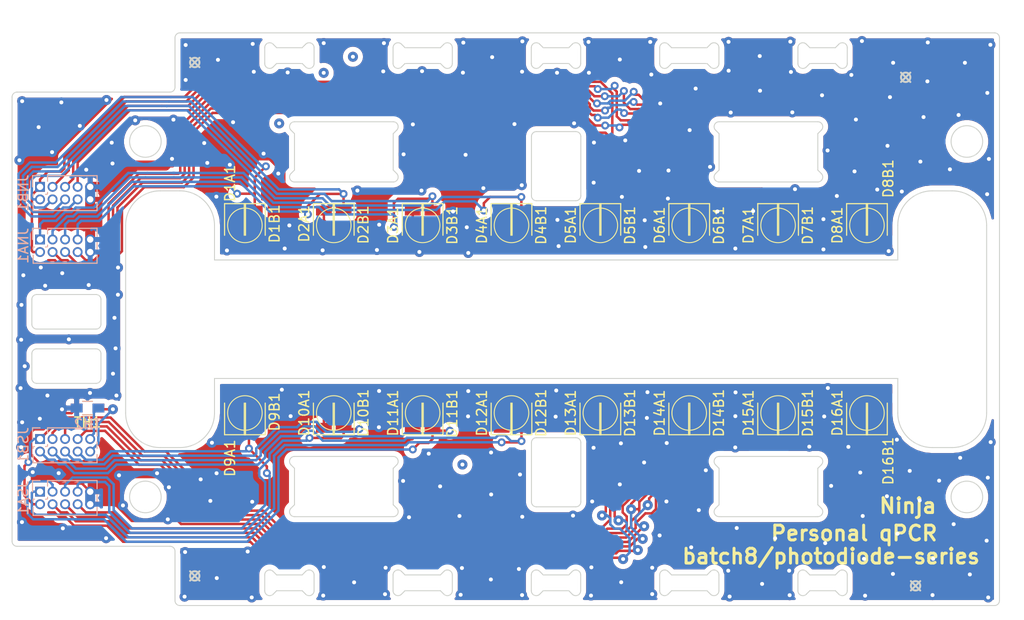
<source format=kicad_pcb>
(kicad_pcb (version 20171130) (host pcbnew "(5.1.6-0-10_14)")
  (layers (0 F.Cu signal) (31 B.Cu signal) (34 B.Paste user) (35 F.Paste user) (36 B.SilkS user) (37 F.SilkS user) (38 B.Mask user) (39 F.Mask user) (44 Edge.Cuts user))
  (net 0 "")
  (net 1 GNDA)
  (net 2 /S_PD_OUT1)
  (net 3 /S_PD_OUT3)
  (net 4 /S_PD_OUT5)
  (net 5 /S_PD_OUT7)
  (net 6 /S_PD_OUT9)
  (net 7 /S_PD_OUT11)
  (net 8 /S_PD_OUT13)
  (net 9 /S_PD_OUT15)
  (net 10 /N_PD_OUT1)
  (net 11 /N_PD_OUT3)
  (net 12 /N_PD_OUT5)
  (net 13 /N_PD_OUT7)
  (net 14 /N_PD_OUT9)
  (net 15 /N_PD_OUT11)
  (net 16 /N_PD_OUT13)
  (net 17 /N_PD_OUT15)
  (net 18 "Net-(JSB1-Pad9)")
  (net 19 "Net-(JSB1-Pad10)")
  (net 20 PD_MUX_GPIO1)
  (net 21 /GAIN_LARGE)
  (net 22 "Net-(C11-Pad1)")
  (net 23 "Net-(C13-Pad2)")
  (net 24 "Net-(D10A1-Pad1)")
  (net 25 "Net-(D11A1-Pad1)")
  (net 26 "Net-(D12A1-Pad1)")
  (net 27 "Net-(D13A1-Pad1)")
  (net 28 "Net-(D14A1-Pad1)")
  (net 29 "Net-(D15A1-Pad1)")
  (net 30 "Net-(D16A1-Pad1)")
  (net 31 "Net-(D1A1-Pad1)")
  (net 32 "Net-(D2A1-Pad1)")
  (net 33 "Net-(D3A1-Pad1)")
  (net 34 "Net-(D4A1-Pad1)")
  (net 35 "Net-(D5A1-Pad1)")
  (net 36 "Net-(D6A1-Pad1)")
  (net 37 "Net-(D7A1-Pad1)")
  (net 38 "Net-(D8A1-Pad1)")
  (net 39 "Net-(D9A1-Pad1)")
  (module Resistors_SMD:R_0603_HandSoldering (layer B.Cu) (at 90.64 109 180)
    (fp_text reference TH2 (at 0.01 -1.64) (layer B.SilkS) (effects (justify mirror)))
    (fp_text value Thermistor)
    (pad 1 smd rect (at -1.1 0 180) (size 1.2 0.9) (layers B.Cu B.Paste B.Mask) (net 18 "Net-(JSB1-Pad9)"))
    (pad 2 smd rect (at 1.1 0 180) (size 1.2 0.9) (layers B.Cu B.Paste B.Mask) (net 1 GNDA))
  )
  (module Pin_Headers:Pin_Header_Straight_2x05_Pitch1.27mm (layer B.Cu) (at 85.830204 91.928814 270)
    (fp_text reference JNA1 (at 0.635 1.695 270) (layer B.SilkS) (effects (justify mirror)))
    (fp_text value Conn_01x10_Male)
    (pad 10 thru_hole oval (at 1.27 -5.08 270) (size 1 1) (drill 0.65) (layers *.Cu *.Mask) (net 1 GNDA))
    (pad 9 thru_hole oval (at 0 -5.08 270) (size 1 1) (drill 0.65) (layers *.Cu *.Mask) (net 1 GNDA))
    (pad 8 thru_hole oval (at 1.27 -3.81 270) (size 1 1) (drill 0.65) (layers *.Cu *.Mask) (net 17 /N_PD_OUT15))
    (pad 7 thru_hole oval (at 0 -3.81 270) (size 1 1) (drill 0.65) (layers *.Cu *.Mask) (net 10 /N_PD_OUT1))
    (pad 6 thru_hole oval (at 1.27 -2.54 270) (size 1 1) (drill 0.65) (layers *.Cu *.Mask) (net 16 /N_PD_OUT13))
    (pad 5 thru_hole oval (at 0 -2.54 270) (size 1 1) (drill 0.65) (layers *.Cu *.Mask) (net 11 /N_PD_OUT3))
    (pad 4 thru_hole oval (at 1.27 -1.27 270) (size 1 1) (drill 0.65) (layers *.Cu *.Mask) (net 15 /N_PD_OUT11))
    (pad 3 thru_hole oval (at 0 -1.27 270) (size 1 1) (drill 0.65) (layers *.Cu *.Mask) (net 12 /N_PD_OUT5))
    (pad 2 thru_hole oval (at 1.27 0 270) (size 1 1) (drill 0.65) (layers *.Cu *.Mask) (net 14 /N_PD_OUT9))
    (pad 1 thru_hole rect (at 0 0 270) (size 1 1) (drill 0.65) (layers *.Cu *.Mask) (net 13 /N_PD_OUT7))
  )
  (module Diodes_SMD:D_1206 (layer F.Cu) (at 105.578789 90.498367 270)
    (fp_text reference D1A1 (at -4.258367 0.508789 270) (layer F.SilkS))
    (fp_text value D_Photo)
    (pad 1 smd rect (at -1.5 0 270) (size 1 1.6) (layers F.Cu F.Paste F.Mask) (net 31 "Net-(D1A1-Pad1)"))
    (pad 2 smd rect (at 1.5 0 270) (size 1 1.6) (layers F.Cu F.Paste F.Mask) (net 1 GNDA))
  )
  (module Diodes_SMD:D_1206 (layer F.Cu) (at 107.578789 90.498367 270)
    (fp_text reference D1B1 (at -0.168367 -2 270) (layer F.SilkS))
    (fp_text value D_Photo)
    (pad 2 smd rect (at 1.5 0 270) (size 1 1.6) (layers F.Cu F.Paste F.Mask) (net 31 "Net-(D1A1-Pad1)"))
    (pad 1 smd rect (at -1.5 0 270) (size 1 1.6) (layers F.Cu F.Paste F.Mask) (net 10 /N_PD_OUT1))
  )
  (module Diodes_SMD:D_1206 (layer F.Cu) (at 105.578789 109.497934 90)
    (fp_text reference D9A1 (at -4.572066 -0.508789 270) (layer F.SilkS))
    (fp_text value D_Photo)
    (pad 2 smd rect (at 1.5 0 90) (size 1 1.6) (layers F.Cu F.Paste F.Mask) (net 1 GNDA))
    (pad 1 smd rect (at -1.5 0 90) (size 1 1.6) (layers F.Cu F.Paste F.Mask) (net 39 "Net-(D9A1-Pad1)"))
  )
  (module Diodes_SMD:D_1206 (layer F.Cu) (at 107.578789 109.497934 90)
    (fp_text reference D9B1 (at 0.107934 2 270) (layer F.SilkS))
    (fp_text value D_Photo)
    (pad 1 smd rect (at -1.5 0 90) (size 1 1.6) (layers F.Cu F.Paste F.Mask) (net 2 /S_PD_OUT1))
    (pad 2 smd rect (at 1.5 0 90) (size 1 1.6) (layers F.Cu F.Paste F.Mask) (net 39 "Net-(D9A1-Pad1)"))
  )
  (module Diodes_SMD:D_1206 (layer F.Cu) (at 114.578789 109.497934 90)
    (fp_text reference D10A1 (at 0 -2 90) (layer F.SilkS))
    (fp_text value D_Photo)
    (pad 2 smd rect (at 1.5 0 90) (size 1 1.6) (layers F.Cu F.Paste F.Mask) (net 1 GNDA))
    (pad 1 smd rect (at -1.5 0 90) (size 1 1.6) (layers F.Cu F.Paste F.Mask) (net 24 "Net-(D10A1-Pad1)"))
  )
  (module Diodes_SMD:D_1206 (layer F.Cu) (at 116.578789 109.497934 90)
    (fp_text reference D10B1 (at 0 2 90) (layer F.SilkS))
    (fp_text value D_Photo)
    (pad 1 smd rect (at -1.5 0 90) (size 1 1.6) (layers F.Cu F.Paste F.Mask) (net 3 /S_PD_OUT3))
    (pad 2 smd rect (at 1.5 0 90) (size 1 1.6) (layers F.Cu F.Paste F.Mask) (net 24 "Net-(D10A1-Pad1)"))
  )
  (module Diodes_SMD:D_1206 (layer F.Cu) (at 123.578789 109.497934 90)
    (fp_text reference D11A1 (at 0 -2 90) (layer F.SilkS))
    (fp_text value D_Photo)
    (pad 2 smd rect (at 1.5 0 90) (size 1 1.6) (layers F.Cu F.Paste F.Mask) (net 1 GNDA))
    (pad 1 smd rect (at -1.5 0 90) (size 1 1.6) (layers F.Cu F.Paste F.Mask) (net 25 "Net-(D11A1-Pad1)"))
  )
  (module Diodes_SMD:D_1206 (layer F.Cu) (at 125.578789 109.497934 90)
    (fp_text reference D11B1 (at -0.082066 2 90) (layer F.SilkS))
    (fp_text value D_Photo)
    (pad 1 smd rect (at -1.5 0 90) (size 1 1.6) (layers F.Cu F.Paste F.Mask) (net 4 /S_PD_OUT5))
    (pad 2 smd rect (at 1.5 0 90) (size 1 1.6) (layers F.Cu F.Paste F.Mask) (net 25 "Net-(D11A1-Pad1)"))
  )
  (module Diodes_SMD:D_1206 (layer F.Cu) (at 132.578789 109.497934 90)
    (fp_text reference D12A1 (at 0 -2 90) (layer F.SilkS))
    (fp_text value D_Photo)
    (pad 2 smd rect (at 1.5 0 90) (size 1 1.6) (layers F.Cu F.Paste F.Mask) (net 1 GNDA))
    (pad 1 smd rect (at -1.5 0 90) (size 1 1.6) (layers F.Cu F.Paste F.Mask) (net 26 "Net-(D12A1-Pad1)"))
  )
  (module Diodes_SMD:D_1206 (layer F.Cu) (at 134.578789 109.497934 90)
    (fp_text reference D12B1 (at 0 2 90) (layer F.SilkS))
    (fp_text value D_Photo)
    (pad 1 smd rect (at -1.5 0 90) (size 1 1.6) (layers F.Cu F.Paste F.Mask) (net 5 /S_PD_OUT7))
    (pad 2 smd rect (at 1.5 0 90) (size 1 1.6) (layers F.Cu F.Paste F.Mask) (net 26 "Net-(D12A1-Pad1)"))
  )
  (module Diodes_SMD:D_1206 (layer F.Cu) (at 141.578789 109.497934 90)
    (fp_text reference D13A1 (at 0 -2 90) (layer F.SilkS))
    (fp_text value D_Photo)
    (pad 1 smd rect (at -1.5 0 90) (size 1 1.6) (layers F.Cu F.Paste F.Mask) (net 27 "Net-(D13A1-Pad1)"))
    (pad 2 smd rect (at 1.5 0 90) (size 1 1.6) (layers F.Cu F.Paste F.Mask) (net 1 GNDA))
  )
  (module Diodes_SMD:D_1206 (layer F.Cu) (at 143.578789 109.497934 90)
    (fp_text reference D13B1 (at 0 2 90) (layer F.SilkS))
    (fp_text value D_Photo)
    (pad 2 smd rect (at 1.5 0 90) (size 1 1.6) (layers F.Cu F.Paste F.Mask) (net 27 "Net-(D13A1-Pad1)"))
    (pad 1 smd rect (at -1.5 0 90) (size 1 1.6) (layers F.Cu F.Paste F.Mask) (net 6 /S_PD_OUT9))
  )
  (module Diodes_SMD:D_1206 (layer F.Cu) (at 150.578789 109.497934 90)
    (fp_text reference D14A1 (at 0 -2 90) (layer F.SilkS))
    (fp_text value D_Photo)
    (pad 1 smd rect (at -1.5 0 90) (size 1 1.6) (layers F.Cu F.Paste F.Mask) (net 28 "Net-(D14A1-Pad1)"))
    (pad 2 smd rect (at 1.5 0 90) (size 1 1.6) (layers F.Cu F.Paste F.Mask) (net 1 GNDA))
  )
  (module Diodes_SMD:D_1206 (layer F.Cu) (at 152.578789 109.497934 90)
    (fp_text reference D14B1 (at 0 2 90) (layer F.SilkS))
    (fp_text value D_Photo)
    (pad 2 smd rect (at 1.5 0 90) (size 1 1.6) (layers F.Cu F.Paste F.Mask) (net 28 "Net-(D14A1-Pad1)"))
    (pad 1 smd rect (at -1.5 0 90) (size 1 1.6) (layers F.Cu F.Paste F.Mask) (net 7 /S_PD_OUT11))
  )
  (module Diodes_SMD:D_1206 (layer F.Cu) (at 159.578789 109.497934 90)
    (fp_text reference D15A1 (at 0 -2 90) (layer F.SilkS))
    (fp_text value D_Photo)
    (pad 1 smd rect (at -1.5 0 90) (size 1 1.6) (layers F.Cu F.Paste F.Mask) (net 29 "Net-(D15A1-Pad1)"))
    (pad 2 smd rect (at 1.5 0 90) (size 1 1.6) (layers F.Cu F.Paste F.Mask) (net 1 GNDA))
  )
  (module Diodes_SMD:D_1206 (layer F.Cu) (at 161.578789 109.497934 90)
    (fp_text reference D15B1 (at 0 2 90) (layer F.SilkS))
    (fp_text value D_Photo)
    (pad 2 smd rect (at 1.5 0 90) (size 1 1.6) (layers F.Cu F.Paste F.Mask) (net 29 "Net-(D15A1-Pad1)"))
    (pad 1 smd rect (at -1.5 0 90) (size 1 1.6) (layers F.Cu F.Paste F.Mask) (net 8 /S_PD_OUT13))
  )
  (module Diodes_SMD:D_1206 (layer F.Cu) (at 168.578789 109.497934 90)
    (fp_text reference D16A1 (at 0 -2 90) (layer F.SilkS))
    (fp_text value D_Photo)
    (pad 1 smd rect (at -1.5 0 90) (size 1 1.6) (layers F.Cu F.Paste F.Mask) (net 30 "Net-(D16A1-Pad1)"))
    (pad 2 smd rect (at 1.5 0 90) (size 1 1.6) (layers F.Cu F.Paste F.Mask) (net 1 GNDA))
  )
  (module Diodes_SMD:D_1206 (layer F.Cu) (at 170.578789 109.497934 90)
    (fp_text reference D16B1 (at -4.862066 1.161211 90) (layer F.SilkS))
    (fp_text value D_Photo)
    (pad 2 smd rect (at 1.5 0 90) (size 1 1.6) (layers F.Cu F.Paste F.Mask) (net 30 "Net-(D16A1-Pad1)"))
    (pad 1 smd rect (at -1.5 0 90) (size 1 1.6) (layers F.Cu F.Paste F.Mask) (net 9 /S_PD_OUT15))
  )
  (module Diodes_SMD:D_1206 (layer F.Cu) (at 114.578789 90.498367 270)
    (fp_text reference D2A1 (at -0.168367 2 90) (layer F.SilkS))
    (fp_text value D_Photo)
    (pad 1 smd rect (at -1.5 0 270) (size 1 1.6) (layers F.Cu F.Paste F.Mask) (net 32 "Net-(D2A1-Pad1)"))
    (pad 2 smd rect (at 1.5 0 270) (size 1 1.6) (layers F.Cu F.Paste F.Mask) (net 1 GNDA))
  )
  (module Diodes_SMD:D_1206 (layer F.Cu) (at 116.578789 90.498367 270)
    (fp_text reference D2B1 (at -0.058367 -2 90) (layer F.SilkS))
    (fp_text value D_Photo)
    (pad 2 smd rect (at 1.5 0 270) (size 1 1.6) (layers F.Cu F.Paste F.Mask) (net 32 "Net-(D2A1-Pad1)"))
    (pad 1 smd rect (at -1.5 0 270) (size 1 1.6) (layers F.Cu F.Paste F.Mask) (net 11 /N_PD_OUT3))
  )
  (module Diodes_SMD:D_1206 (layer F.Cu) (at 123.578789 90.498367 270)
    (fp_text reference D3A1 (at 0 2 90) (layer F.SilkS))
    (fp_text value D_Photo)
    (pad 1 smd rect (at -1.5 0 270) (size 1 1.6) (layers F.Cu F.Paste F.Mask) (net 33 "Net-(D3A1-Pad1)"))
    (pad 2 smd rect (at 1.5 0 270) (size 1 1.6) (layers F.Cu F.Paste F.Mask) (net 1 GNDA))
  )
  (module Diodes_SMD:D_1206 (layer F.Cu) (at 125.578789 90.498367 270)
    (fp_text reference D3B1 (at 0 -2 90) (layer F.SilkS))
    (fp_text value D_Photo)
    (pad 2 smd rect (at 1.5 0 270) (size 1 1.6) (layers F.Cu F.Paste F.Mask) (net 33 "Net-(D3A1-Pad1)"))
    (pad 1 smd rect (at -1.5 0 270) (size 1 1.6) (layers F.Cu F.Paste F.Mask) (net 12 /N_PD_OUT5))
  )
  (module Diodes_SMD:D_1206 (layer F.Cu) (at 132.578789 90.498367 270)
    (fp_text reference D4A1 (at 0 2 90) (layer F.SilkS))
    (fp_text value D_Photo)
    (pad 1 smd rect (at -1.5 0 270) (size 1 1.6) (layers F.Cu F.Paste F.Mask) (net 34 "Net-(D4A1-Pad1)"))
    (pad 2 smd rect (at 1.5 0 270) (size 1 1.6) (layers F.Cu F.Paste F.Mask) (net 1 GNDA))
  )
  (module Diodes_SMD:D_1206 (layer F.Cu) (at 134.578789 90.498367 270)
    (fp_text reference D4B1 (at 0 -2 90) (layer F.SilkS))
    (fp_text value D_Photo)
    (pad 2 smd rect (at 1.5 0 270) (size 1 1.6) (layers F.Cu F.Paste F.Mask) (net 34 "Net-(D4A1-Pad1)"))
    (pad 1 smd rect (at -1.5 0 270) (size 1 1.6) (layers F.Cu F.Paste F.Mask) (net 13 /N_PD_OUT7))
  )
  (module Diodes_SMD:D_1206 (layer F.Cu) (at 141.578789 90.498367 270)
    (fp_text reference D5A1 (at 0 2 90) (layer F.SilkS))
    (fp_text value D_Photo)
    (pad 2 smd rect (at 1.5 0 270) (size 1 1.6) (layers F.Cu F.Paste F.Mask) (net 1 GNDA))
    (pad 1 smd rect (at -1.5 0 270) (size 1 1.6) (layers F.Cu F.Paste F.Mask) (net 35 "Net-(D5A1-Pad1)"))
  )
  (module Diodes_SMD:D_1206 (layer F.Cu) (at 143.578789 90.498367 270)
    (fp_text reference D5B1 (at 0 -2 90) (layer F.SilkS))
    (fp_text value D_Photo)
    (pad 1 smd rect (at -1.5 0 270) (size 1 1.6) (layers F.Cu F.Paste F.Mask) (net 14 /N_PD_OUT9))
    (pad 2 smd rect (at 1.5 0 270) (size 1 1.6) (layers F.Cu F.Paste F.Mask) (net 35 "Net-(D5A1-Pad1)"))
  )
  (module Diodes_SMD:D_1206 (layer F.Cu) (at 150.578789 90.498367 270)
    (fp_text reference D6A1 (at 0 2 90) (layer F.SilkS))
    (fp_text value D_Photo)
    (pad 2 smd rect (at 1.5 0 270) (size 1 1.6) (layers F.Cu F.Paste F.Mask) (net 1 GNDA))
    (pad 1 smd rect (at -1.5 0 270) (size 1 1.6) (layers F.Cu F.Paste F.Mask) (net 36 "Net-(D6A1-Pad1)"))
  )
  (module Diodes_SMD:D_1206 (layer F.Cu) (at 152.578789 90.498367 270)
    (fp_text reference D6B1 (at 0 -2 90) (layer F.SilkS))
    (fp_text value D_Photo)
    (pad 1 smd rect (at -1.5 0 270) (size 1 1.6) (layers F.Cu F.Paste F.Mask) (net 15 /N_PD_OUT11))
    (pad 2 smd rect (at 1.5 0 270) (size 1 1.6) (layers F.Cu F.Paste F.Mask) (net 36 "Net-(D6A1-Pad1)"))
  )
  (module Diodes_SMD:D_1206 (layer F.Cu) (at 159.578789 90.498367 270)
    (fp_text reference D7A1 (at 0 2 90) (layer F.SilkS))
    (fp_text value D_Photo)
    (pad 2 smd rect (at 1.5 0 270) (size 1 1.6) (layers F.Cu F.Paste F.Mask) (net 1 GNDA))
    (pad 1 smd rect (at -1.5 0 270) (size 1 1.6) (layers F.Cu F.Paste F.Mask) (net 37 "Net-(D7A1-Pad1)"))
  )
  (module Diodes_SMD:D_1206 (layer F.Cu) (at 161.578789 90.498367 270)
    (fp_text reference D7B1 (at 0 -2 90) (layer F.SilkS))
    (fp_text value D_Photo)
    (pad 1 smd rect (at -1.5 0 270) (size 1 1.6) (layers F.Cu F.Paste F.Mask) (net 16 /N_PD_OUT13))
    (pad 2 smd rect (at 1.5 0 270) (size 1 1.6) (layers F.Cu F.Paste F.Mask) (net 37 "Net-(D7A1-Pad1)"))
  )
  (module Diodes_SMD:D_1206 (layer F.Cu) (at 168.578789 90.498367 270)
    (fp_text reference D8A1 (at 0 2 90) (layer F.SilkS))
    (fp_text value D_Photo)
    (pad 2 smd rect (at 1.5 0 270) (size 1 1.6) (layers F.Cu F.Paste F.Mask) (net 1 GNDA))
    (pad 1 smd rect (at -1.5 0 270) (size 1 1.6) (layers F.Cu F.Paste F.Mask) (net 38 "Net-(D8A1-Pad1)"))
  )
  (module Diodes_SMD:D_1206 (layer F.Cu) (at 170.578789 90.498367 270)
    (fp_text reference D8B1 (at -4.738367 -1.161211 90) (layer F.SilkS))
    (fp_text value D_Photo)
    (pad 1 smd rect (at -1.5 0 270) (size 1 1.6) (layers F.Cu F.Paste F.Mask) (net 17 /N_PD_OUT15))
    (pad 2 smd rect (at 1.5 0 270) (size 1 1.6) (layers F.Cu F.Paste F.Mask) (net 38 "Net-(D8A1-Pad1)"))
  )
  (module Pin_Headers:Pin_Header_Straight_2x05_Pitch1.27mm (layer B.Cu) (at 85.830204 117.468814 270)
    (fp_text reference JSA1 (at 0.635 1.695 270) (layer B.SilkS) (effects (justify mirror)))
    (fp_text value Conn_01x10_Male)
    (pad 10 thru_hole oval (at 1.27 -5.08 270) (size 1 1) (drill 0.65) (layers *.Cu *.Mask) (net 1 GNDA))
    (pad 9 thru_hole oval (at 0 -5.08 270) (size 1 1) (drill 0.65) (layers *.Cu *.Mask) (net 1 GNDA))
    (pad 8 thru_hole oval (at 1.27 -3.81 270) (size 1 1) (drill 0.65) (layers *.Cu *.Mask) (net 9 /S_PD_OUT15))
    (pad 7 thru_hole oval (at 0 -3.81 270) (size 1 1) (drill 0.65) (layers *.Cu *.Mask) (net 2 /S_PD_OUT1))
    (pad 6 thru_hole oval (at 1.27 -2.54 270) (size 1 1) (drill 0.65) (layers *.Cu *.Mask) (net 8 /S_PD_OUT13))
    (pad 5 thru_hole oval (at 0 -2.54 270) (size 1 1) (drill 0.65) (layers *.Cu *.Mask) (net 3 /S_PD_OUT3))
    (pad 4 thru_hole oval (at 1.27 -1.27 270) (size 1 1) (drill 0.65) (layers *.Cu *.Mask) (net 7 /S_PD_OUT11))
    (pad 3 thru_hole oval (at 0 -1.27 270) (size 1 1) (drill 0.65) (layers *.Cu *.Mask) (net 4 /S_PD_OUT5))
    (pad 2 thru_hole oval (at 1.27 0 270) (size 1 1) (drill 0.65) (layers *.Cu *.Mask) (net 6 /S_PD_OUT9))
    (pad 1 thru_hole rect (at 0 0 270) (size 1 1) (drill 0.65) (layers *.Cu *.Mask) (net 5 /S_PD_OUT7))
  )
  (module Pin_Headers:Pin_Header_Straight_2x05_Pitch1.27mm (layer B.Cu) (at 85.830204 112.134814 270)
    (fp_text reference JSB1 (at 0.635 1.695 270) (layer B.SilkS) (effects (justify mirror)))
    (fp_text value Conn_01x10_Male)
    (pad 1 thru_hole rect (at 0 0 270) (size 1 1) (drill 0.65) (layers *.Cu *.Mask) (net 6 /S_PD_OUT9))
    (pad 2 thru_hole oval (at 1.27 0 270) (size 1 1) (drill 0.65) (layers *.Cu *.Mask) (net 5 /S_PD_OUT7))
    (pad 3 thru_hole oval (at 0 -1.27 270) (size 1 1) (drill 0.65) (layers *.Cu *.Mask) (net 7 /S_PD_OUT11))
    (pad 4 thru_hole oval (at 1.27 -1.27 270) (size 1 1) (drill 0.65) (layers *.Cu *.Mask) (net 4 /S_PD_OUT5))
    (pad 5 thru_hole oval (at 0 -2.54 270) (size 1 1) (drill 0.65) (layers *.Cu *.Mask) (net 8 /S_PD_OUT13))
    (pad 6 thru_hole oval (at 1.27 -2.54 270) (size 1 1) (drill 0.65) (layers *.Cu *.Mask) (net 3 /S_PD_OUT3))
    (pad 7 thru_hole oval (at 0 -3.81 270) (size 1 1) (drill 0.65) (layers *.Cu *.Mask) (net 9 /S_PD_OUT15))
    (pad 8 thru_hole oval (at 1.27 -3.81 270) (size 1 1) (drill 0.65) (layers *.Cu *.Mask) (net 2 /S_PD_OUT1))
    (pad 9 thru_hole oval (at 0 -5.08 270) (size 1 1) (drill 0.65) (layers *.Cu *.Mask) (net 18 "Net-(JSB1-Pad9)"))
    (pad 10 thru_hole oval (at 1.27 -5.08 270) (size 1 1) (drill 0.65) (layers *.Cu *.Mask) (net 19 "Net-(JSB1-Pad10)"))
  )
  (module Pin_Headers:Pin_Header_Straight_2x05_Pitch1.27mm (layer B.Cu) (at 85.830204 86.594814 270)
    (fp_text reference JNB1 (at 0.635 1.695 270) (layer B.SilkS) (effects (justify mirror)))
    (fp_text value Conn_01x10_Male)
    (pad 1 thru_hole rect (at 0 0 270) (size 1 1) (drill 0.65) (layers *.Cu *.Mask) (net 14 /N_PD_OUT9))
    (pad 2 thru_hole oval (at 1.27 0 270) (size 1 1) (drill 0.65) (layers *.Cu *.Mask) (net 13 /N_PD_OUT7))
    (pad 3 thru_hole oval (at 0 -1.27 270) (size 1 1) (drill 0.65) (layers *.Cu *.Mask) (net 15 /N_PD_OUT11))
    (pad 4 thru_hole oval (at 1.27 -1.27 270) (size 1 1) (drill 0.65) (layers *.Cu *.Mask) (net 12 /N_PD_OUT5))
    (pad 5 thru_hole oval (at 0 -2.54 270) (size 1 1) (drill 0.65) (layers *.Cu *.Mask) (net 16 /N_PD_OUT13))
    (pad 6 thru_hole oval (at 1.27 -2.54 270) (size 1 1) (drill 0.65) (layers *.Cu *.Mask) (net 11 /N_PD_OUT3))
    (pad 7 thru_hole oval (at 0 -3.81 270) (size 1 1) (drill 0.65) (layers *.Cu *.Mask) (net 17 /N_PD_OUT15))
    (pad 8 thru_hole oval (at 1.27 -3.81 270) (size 1 1) (drill 0.65) (layers *.Cu *.Mask) (net 10 /N_PD_OUT1))
    (pad 9 thru_hole oval (at 0 -5.08 270) (size 1 1) (drill 0.65) (layers *.Cu *.Mask) (net 1 GNDA))
    (pad 10 thru_hole oval (at 1.27 -5.08 270) (size 1 1) (drill 0.65) (layers *.Cu *.Mask) (net 1 GNDA))
  )
  (module Resistors_SMD:R_0603_HandSoldering (layer F.Cu) (at 90.64 109 180)
    (fp_text reference TH1 (at 0 -1.45) (layer F.SilkS))
    (fp_text value Thermistor)
    (pad 2 smd rect (at 1.1 0 180) (size 1.2 0.9) (layers F.Cu F.Paste F.Mask) (net 1 GNDA))
    (pad 1 smd rect (at -1.1 0 180) (size 1.2 0.9) (layers F.Cu F.Paste F.Mask) (net 19 "Net-(JSB1-Pad10)"))
  )
  (target x (at 173.5 75.5) (size 0.95) (width 0.2) (layer Edge.Cuts))
  (target x (at 174.5 127) (size 0.95) (width 0.2) (layer Edge.Cuts))
  (target x (at 101.5 126) (size 0.95) (width 0.2) (layer Edge.Cuts))
  (target x (at 101.5 74) (size 0.95) (width 0.2) (layer Edge.Cuts))
  (gr_line (start 92 103.5) (end 92 106) (layer Edge.Cuts) (width 0.1))
  (gr_arc (start 91.5 106) (end 91.5 106.5) (angle -90) (layer Edge.Cuts) (width 0.1))
  (gr_arc (start 85.5 106) (end 85 106) (angle -90) (layer Edge.Cuts) (width 0.1))
  (gr_arc (start 85.5 103.5) (end 85.5 103) (angle -90) (layer Edge.Cuts) (width 0.1))
  (gr_line (start 85 103.5) (end 85 106) (layer Edge.Cuts) (width 0.1))
  (gr_line (start 85.5 106.5) (end 91.5 106.5) (layer Edge.Cuts) (width 0.1))
  (gr_line (start 85.5 103) (end 91.5 103) (layer Edge.Cuts) (width 0.1))
  (gr_arc (start 91.5 103.5) (end 92 103.5) (angle -90) (layer Edge.Cuts) (width 0.1))
  (gr_line (start 85.5 101) (end 91.5 101) (layer Edge.Cuts) (width 0.1))
  (gr_arc (start 85.5 100.5) (end 85 100.5) (angle -90) (layer Edge.Cuts) (width 0.1))
  (gr_arc (start 91.5 100.5) (end 91.5 101) (angle -90) (layer Edge.Cuts) (width 0.1))
  (gr_line (start 92 98) (end 92 100.5) (layer Edge.Cuts) (width 0.1))
  (gr_line (start 85 98) (end 85 100.5) (layer Edge.Cuts) (width 0.1))
  (gr_arc (start 85.5 98) (end 85.5 97.5) (angle -90) (layer Edge.Cuts) (width 0.1))
  (gr_arc (start 91.5 98) (end 92 98) (angle -90) (layer Edge.Cuts) (width 0.1))
  (gr_line (start 85.5 97.5) (end 91.5 97.5) (layer Edge.Cuts) (width 0.1))
  (gr_text batch8/photodiode-series (at 165.94 124.02) (layer F.SilkS) (effects (font (size 1.5 1.5) (thickness 0.3))))
  (gr_text "Personal qPCR" (at 168.28 121.68) (layer F.SilkS) (effects (font (size 1.5 1.5) (thickness 0.3))))
  (gr_text Ninja (at 173.72 118.9) (layer F.SilkS) (effects (font (size 1.5 1.5) (thickness 0.3))))
  (gr_line (start 140.6 112.5) (end 140.6 118.5) (layer Edge.Cuts) (width 0.1))
  (gr_line (start 135.6 112.5) (end 135.6 118.5) (layer Edge.Cuts) (width 0.1))
  (gr_line (start 140.1 119) (end 136.1 119) (layer Edge.Cuts) (width 0.1))
  (gr_arc (start 136.1 118.5) (end 135.6 118.5) (angle -90) (layer Edge.Cuts) (width 0.1))
  (gr_arc (start 140.1 118.5) (end 140.1 119) (angle -90) (layer Edge.Cuts) (width 0.1))
  (gr_line (start 136.1 112) (end 140.1 112) (layer Edge.Cuts) (width 0.1))
  (gr_arc (start 140.1 112.5) (end 140.6 112.5) (angle -90) (layer Edge.Cuts) (width 0.1))
  (gr_arc (start 136.1 112.5) (end 136.1 112) (angle -90) (layer Edge.Cuts) (width 0.1))
  (gr_line (start 135.6 81.5) (end 135.6 87.5) (layer Edge.Cuts) (width 0.1))
  (gr_line (start 140.6 81.5) (end 140.6 87.5) (layer Edge.Cuts) (width 0.1))
  (gr_line (start 136.1 81) (end 140.1 81) (layer Edge.Cuts) (width 0.1))
  (gr_arc (start 140.1 81.5) (end 140.6 81.5) (angle -90) (layer Edge.Cuts) (width 0.1))
  (gr_arc (start 136.1 81.5) (end 136.1 81) (angle -90) (layer Edge.Cuts) (width 0.1))
  (gr_arc (start 136.1 87.5) (end 135.6 87.5) (angle -90) (layer Edge.Cuts) (width 0.1))
  (gr_arc (start 140.1 87.5) (end 140.1 88) (angle -90) (layer Edge.Cuts) (width 0.1))
  (gr_line (start 140.1 88) (end 136.1 88) (layer Edge.Cuts) (width 0.1))
  (gr_line (start 121.60095 80.001749) (end 111.60095 80.001749) (layer Edge.Cuts) (width 0.1))
  (gr_line (start 111.60095 86.101749) (end 121.60095 86.101749) (layer Edge.Cuts) (width 0.1))
  (gr_arc (start 83.5 77.5) (end 83.5 77) (angle -90) (layer Edge.Cuts) (width 0.1))
  (gr_line (start 154.60095 86.101749) (end 164.60095 86.101749) (layer Edge.Cuts) (width 0.1))
  (gr_arc (start 154.60095 85.601749) (end 154.247396 85.248195) (angle -135) (layer Edge.Cuts) (width 0.1))
  (gr_line (start 154.60095 84.894642) (end 154.247396 85.248195) (layer Edge.Cuts) (width 0.1))
  (gr_line (start 154.60095 81.208855) (end 154.60095 84.894642) (layer Edge.Cuts) (width 0.1))
  (gr_line (start 154.247396 80.855302) (end 154.60095 81.208855) (layer Edge.Cuts) (width 0.1))
  (gr_arc (start 154.60095 80.501749) (end 154.60095 80.001749) (angle -135) (layer Edge.Cuts) (width 0.1))
  (gr_arc (start 136.08595 72.501749) (end 136.439503 72.148195) (angle -135) (layer Edge.Cuts) (width 0.1))
  (gr_line (start 136.793056 72.501749) (end 136.439503 72.148195) (layer Edge.Cuts) (width 0.1))
  (gr_arc (start 167.08595 74.101749) (end 166.732396 74.455302) (angle -135) (layer Edge.Cuts) (width 0.1))
  (gr_arc (start 167.08595 72.501749) (end 167.58595 72.501749) (angle -135) (layer Edge.Cuts) (width 0.1))
  (gr_line (start 166.732396 72.148195) (end 166.378843 72.501749) (layer Edge.Cuts) (width 0.1))
  (gr_line (start 166.378843 74.101749) (end 166.732396 74.455302) (layer Edge.Cuts) (width 0.1))
  (gr_arc (start 127.08595 72.501749) (end 127.58595 72.501749) (angle -135) (layer Edge.Cuts) (width 0.1))
  (gr_line (start 127.58595 74.101749) (end 127.58595 72.501749) (layer Edge.Cuts) (width 0.1))
  (gr_line (start 166.378843 72.501749) (end 163.793056 72.501749) (layer Edge.Cuts) (width 0.1))
  (gr_line (start 112.378843 74.101749) (end 112.732396 74.455302) (layer Edge.Cuts) (width 0.1))
  (gr_line (start 109.793056 74.101749) (end 112.378843 74.101749) (layer Edge.Cuts) (width 0.1))
  (gr_line (start 109.439503 74.455302) (end 109.793056 74.101749) (layer Edge.Cuts) (width 0.1))
  (gr_arc (start 163.08595 72.501749) (end 163.439503 72.148195) (angle -135) (layer Edge.Cuts) (width 0.1))
  (gr_line (start 163.793056 72.501749) (end 163.439503 72.148195) (layer Edge.Cuts) (width 0.1))
  (gr_line (start 167.58595 74.101749) (end 167.58595 72.501749) (layer Edge.Cuts) (width 0.1))
  (gr_arc (start 113.08595 72.501749) (end 113.58595 72.501749) (angle -135) (layer Edge.Cuts) (width 0.1))
  (gr_line (start 113.58595 74.101749) (end 113.58595 72.501749) (layer Edge.Cuts) (width 0.1))
  (gr_arc (start 113.08595 74.101749) (end 112.732396 74.455302) (angle -135) (layer Edge.Cuts) (width 0.1))
  (gr_line (start 126.378843 72.501749) (end 122.793056 72.501749) (layer Edge.Cuts) (width 0.1))
  (gr_line (start 126.732396 72.148195) (end 126.378843 72.501749) (layer Edge.Cuts) (width 0.1))
  (gr_arc (start 164.60095 80.501749) (end 164.954503 80.855302) (angle -135) (layer Edge.Cuts) (width 0.1))
  (gr_line (start 164.60095 81.208855) (end 164.954503 80.855302) (layer Edge.Cuts) (width 0.1))
  (gr_line (start 122.793056 74.101749) (end 126.378843 74.101749) (layer Edge.Cuts) (width 0.1))
  (gr_line (start 122.439503 74.455302) (end 122.793056 74.101749) (layer Edge.Cuts) (width 0.1))
  (gr_line (start 109.793056 72.501749) (end 109.439503 72.148195) (layer Edge.Cuts) (width 0.1))
  (gr_line (start 112.378843 72.501749) (end 109.793056 72.501749) (layer Edge.Cuts) (width 0.1))
  (gr_line (start 112.732396 72.148195) (end 112.378843 72.501749) (layer Edge.Cuts) (width 0.1))
  (gr_line (start 121.954503 85.248195) (end 121.60095 84.894642) (layer Edge.Cuts) (width 0.1))
  (gr_arc (start 121.60095 85.601749) (end 121.60095 86.101749) (angle -135) (layer Edge.Cuts) (width 0.1))
  (gr_arc (start 149.08595 74.101749) (end 148.58595 74.101749) (angle -135) (layer Edge.Cuts) (width 0.1))
  (gr_arc (start 109.08595 72.501749) (end 109.439503 72.148195) (angle -135) (layer Edge.Cuts) (width 0.1))
  (gr_line (start 164.60095 84.894642) (end 164.60095 81.208855) (layer Edge.Cuts) (width 0.1))
  (gr_line (start 164.954503 85.248195) (end 164.60095 84.894642) (layer Edge.Cuts) (width 0.1))
  (gr_arc (start 164.60095 85.601749) (end 164.60095 86.101749) (angle -135) (layer Edge.Cuts) (width 0.1))
  (gr_arc (start 163.08595 74.101749) (end 162.58595 74.101749) (angle -135) (layer Edge.Cuts) (width 0.1))
  (gr_arc (start 121.60095 80.501749) (end 121.954503 80.855302) (angle -135) (layer Edge.Cuts) (width 0.1))
  (gr_line (start 121.60095 81.208855) (end 121.954503 80.855302) (layer Edge.Cuts) (width 0.1))
  (gr_line (start 121.60095 84.894642) (end 121.60095 81.208855) (layer Edge.Cuts) (width 0.1))
  (gr_line (start 162.58595 72.501749) (end 162.58595 74.101749) (layer Edge.Cuts) (width 0.1))
  (gr_arc (start 109.08595 74.101749) (end 108.58595 74.101749) (angle -135) (layer Edge.Cuts) (width 0.1))
  (gr_line (start 108.58595 72.501749) (end 108.58595 74.101749) (layer Edge.Cuts) (width 0.1))
  (gr_arc (start 154.08595 72.501749) (end 154.58595 72.501749) (angle -135) (layer Edge.Cuts) (width 0.1))
  (gr_arc (start 154.08595 74.101749) (end 153.732396 74.455302) (angle -135) (layer Edge.Cuts) (width 0.1))
  (gr_line (start 153.732396 72.148195) (end 153.378843 72.501749) (layer Edge.Cuts) (width 0.1))
  (gr_line (start 163.439503 74.455302) (end 163.793056 74.101749) (layer Edge.Cuts) (width 0.1))
  (gr_arc (start 140.08595 74.101749) (end 139.732396 74.455302) (angle -135) (layer Edge.Cuts) (width 0.1))
  (gr_line (start 139.378843 74.101749) (end 139.732396 74.455302) (layer Edge.Cuts) (width 0.1))
  (gr_line (start 136.793056 74.101749) (end 139.378843 74.101749) (layer Edge.Cuts) (width 0.1))
  (gr_line (start 136.439503 74.455302) (end 136.793056 74.101749) (layer Edge.Cuts) (width 0.1))
  (gr_arc (start 122.08595 74.101749) (end 121.58595 74.101749) (angle -135) (layer Edge.Cuts) (width 0.1))
  (gr_line (start 121.58595 72.501749) (end 121.58595 74.101749) (layer Edge.Cuts) (width 0.1))
  (gr_line (start 148.58595 72.501749) (end 148.58595 74.101749) (layer Edge.Cuts) (width 0.1))
  (gr_line (start 139.378843 72.501749) (end 136.793056 72.501749) (layer Edge.Cuts) (width 0.1))
  (gr_line (start 139.732396 72.148195) (end 139.378843 72.501749) (layer Edge.Cuts) (width 0.1))
  (gr_arc (start 122.08595 72.501749) (end 122.439503 72.148195) (angle -135) (layer Edge.Cuts) (width 0.1))
  (gr_line (start 122.793056 72.501749) (end 122.439503 72.148195) (layer Edge.Cuts) (width 0.1))
  (gr_arc (start 136.08595 74.101749) (end 135.58595 74.101749) (angle -135) (layer Edge.Cuts) (width 0.1))
  (gr_line (start 135.58595 72.501749) (end 135.58595 74.101749) (layer Edge.Cuts) (width 0.1))
  (gr_line (start 163.793056 74.101749) (end 166.378843 74.101749) (layer Edge.Cuts) (width 0.1))
  (gr_line (start 149.439503 74.455302) (end 149.793056 74.101749) (layer Edge.Cuts) (width 0.1))
  (gr_line (start 153.378843 74.101749) (end 153.732396 74.455302) (layer Edge.Cuts) (width 0.1))
  (gr_line (start 153.378843 72.501749) (end 149.793056 72.501749) (layer Edge.Cuts) (width 0.1))
  (gr_line (start 149.793056 74.101749) (end 153.378843 74.101749) (layer Edge.Cuts) (width 0.1))
  (gr_line (start 154.58595 74.101749) (end 154.58595 72.501749) (layer Edge.Cuts) (width 0.1))
  (gr_arc (start 127.08595 74.101749) (end 126.732396 74.455302) (angle -135) (layer Edge.Cuts) (width 0.1))
  (gr_line (start 126.378843 74.101749) (end 126.732396 74.455302) (layer Edge.Cuts) (width 0.1))
  (gr_line (start 149.793056 72.501749) (end 149.439503 72.148195) (layer Edge.Cuts) (width 0.1))
  (gr_line (start 111.247396 80.855302) (end 111.60095 81.208855) (layer Edge.Cuts) (width 0.1))
  (gr_arc (start 111.60095 80.501749) (end 111.60095 80.001749) (angle -135) (layer Edge.Cuts) (width 0.1))
  (gr_arc (start 140.08595 72.501749) (end 140.58595 72.501749) (angle -135) (layer Edge.Cuts) (width 0.1))
  (gr_line (start 140.58595 74.101749) (end 140.58595 72.501749) (layer Edge.Cuts) (width 0.1))
  (gr_arc (start 149.08595 72.501749) (end 149.439503 72.148195) (angle -135) (layer Edge.Cuts) (width 0.1))
  (gr_line (start 164.60095 80.001749) (end 154.60095 80.001749) (layer Edge.Cuts) (width 0.1))
  (gr_arc (start 111.60095 85.601749) (end 111.247396 85.248195) (angle -135) (layer Edge.Cuts) (width 0.1))
  (gr_line (start 111.60095 84.894642) (end 111.247396 85.248195) (layer Edge.Cuts) (width 0.1))
  (gr_line (start 111.60095 81.208855) (end 111.60095 84.894642) (layer Edge.Cuts) (width 0.1))
  (gr_line (start 154.60095 113.898251) (end 164.60095 113.898251) (layer Edge.Cuts) (width 0.1))
  (gr_arc (start 154.60095 114.398251) (end 154.247396 114.751805) (angle 135) (layer Edge.Cuts) (width 0.1))
  (gr_line (start 154.60095 115.105358) (end 154.247396 114.751805) (layer Edge.Cuts) (width 0.1))
  (gr_line (start 154.60095 118.791145) (end 154.60095 115.105358) (layer Edge.Cuts) (width 0.1))
  (gr_line (start 154.247396 119.144698) (end 154.60095 118.791145) (layer Edge.Cuts) (width 0.1))
  (gr_arc (start 154.60095 119.498251) (end 154.60095 119.998251) (angle 135) (layer Edge.Cuts) (width 0.1))
  (gr_arc (start 136.08595 127.498251) (end 136.439503 127.851805) (angle 135) (layer Edge.Cuts) (width 0.1))
  (gr_line (start 136.793056 127.498251) (end 136.439503 127.851805) (layer Edge.Cuts) (width 0.1))
  (gr_arc (start 167.08595 125.898251) (end 166.732396 125.544698) (angle 135) (layer Edge.Cuts) (width 0.1))
  (gr_arc (start 167.08595 127.498251) (end 167.58595 127.498251) (angle 135) (layer Edge.Cuts) (width 0.1))
  (gr_line (start 166.732396 127.851805) (end 166.378843 127.498251) (layer Edge.Cuts) (width 0.1))
  (gr_line (start 166.378843 125.898251) (end 166.732396 125.544698) (layer Edge.Cuts) (width 0.1))
  (gr_arc (start 127.08595 127.498251) (end 127.58595 127.498251) (angle 135) (layer Edge.Cuts) (width 0.1))
  (gr_line (start 127.58595 125.898251) (end 127.58595 127.498251) (layer Edge.Cuts) (width 0.1))
  (gr_line (start 166.378843 127.498251) (end 163.793056 127.498251) (layer Edge.Cuts) (width 0.1))
  (gr_line (start 112.378843 125.898251) (end 112.732396 125.544698) (layer Edge.Cuts) (width 0.1))
  (gr_line (start 109.793056 125.898251) (end 112.378843 125.898251) (layer Edge.Cuts) (width 0.1))
  (gr_line (start 109.439503 125.544698) (end 109.793056 125.898251) (layer Edge.Cuts) (width 0.1))
  (gr_arc (start 163.08595 127.498251) (end 163.439503 127.851805) (angle 135) (layer Edge.Cuts) (width 0.1))
  (gr_line (start 163.793056 127.498251) (end 163.439503 127.851805) (layer Edge.Cuts) (width 0.1))
  (gr_line (start 167.58595 125.898251) (end 167.58595 127.498251) (layer Edge.Cuts) (width 0.1))
  (gr_arc (start 113.08595 127.498251) (end 113.58595 127.498251) (angle 135) (layer Edge.Cuts) (width 0.1))
  (gr_line (start 113.58595 125.898251) (end 113.58595 127.498251) (layer Edge.Cuts) (width 0.1))
  (gr_arc (start 113.08595 125.898251) (end 112.732396 125.544698) (angle 135) (layer Edge.Cuts) (width 0.1))
  (gr_line (start 126.378843 127.498251) (end 122.793056 127.498251) (layer Edge.Cuts) (width 0.1))
  (gr_line (start 126.732396 127.851805) (end 126.378843 127.498251) (layer Edge.Cuts) (width 0.1))
  (gr_arc (start 164.60095 119.498251) (end 164.954503 119.144698) (angle 135) (layer Edge.Cuts) (width 0.1))
  (gr_line (start 164.60095 118.791145) (end 164.954503 119.144698) (layer Edge.Cuts) (width 0.1))
  (gr_line (start 122.793056 125.898251) (end 126.378843 125.898251) (layer Edge.Cuts) (width 0.1))
  (gr_line (start 122.439503 125.544698) (end 122.793056 125.898251) (layer Edge.Cuts) (width 0.1))
  (gr_line (start 109.793056 127.498251) (end 109.439503 127.851805) (layer Edge.Cuts) (width 0.1))
  (gr_line (start 112.378843 127.498251) (end 109.793056 127.498251) (layer Edge.Cuts) (width 0.1))
  (gr_line (start 112.732396 127.851805) (end 112.378843 127.498251) (layer Edge.Cuts) (width 0.1))
  (gr_line (start 121.954503 114.751805) (end 121.60095 115.105358) (layer Edge.Cuts) (width 0.1))
  (gr_arc (start 121.60095 114.398251) (end 121.60095 113.898251) (angle 135) (layer Edge.Cuts) (width 0.1))
  (gr_line (start 111.60095 113.898251) (end 121.60095 113.898251) (layer Edge.Cuts) (width 0.1))
  (gr_arc (start 149.08595 125.898251) (end 148.58595 125.898251) (angle 135) (layer Edge.Cuts) (width 0.1))
  (gr_arc (start 109.08595 127.498251) (end 109.439503 127.851805) (angle 135) (layer Edge.Cuts) (width 0.1))
  (gr_line (start 164.60095 115.105358) (end 164.60095 118.791145) (layer Edge.Cuts) (width 0.1))
  (gr_line (start 164.954503 114.751805) (end 164.60095 115.105358) (layer Edge.Cuts) (width 0.1))
  (gr_arc (start 164.60095 114.398251) (end 164.60095 113.898251) (angle 135) (layer Edge.Cuts) (width 0.1))
  (gr_arc (start 163.08595 125.898251) (end 162.58595 125.898251) (angle 135) (layer Edge.Cuts) (width 0.1))
  (gr_arc (start 121.60095 119.498251) (end 121.954503 119.144698) (angle 135) (layer Edge.Cuts) (width 0.1))
  (gr_line (start 121.60095 118.791145) (end 121.954503 119.144698) (layer Edge.Cuts) (width 0.1))
  (gr_line (start 121.60095 115.105358) (end 121.60095 118.791145) (layer Edge.Cuts) (width 0.1))
  (gr_line (start 162.58595 127.498251) (end 162.58595 125.898251) (layer Edge.Cuts) (width 0.1))
  (gr_arc (start 109.08595 125.898251) (end 108.58595 125.898251) (angle 135) (layer Edge.Cuts) (width 0.1))
  (gr_line (start 108.58595 127.498251) (end 108.58595 125.898251) (layer Edge.Cuts) (width 0.1))
  (gr_arc (start 154.08595 127.498251) (end 154.58595 127.498251) (angle 135) (layer Edge.Cuts) (width 0.1))
  (gr_arc (start 154.08595 125.898251) (end 153.732396 125.544698) (angle 135) (layer Edge.Cuts) (width 0.1))
  (gr_line (start 153.732396 127.851805) (end 153.378843 127.498251) (layer Edge.Cuts) (width 0.1))
  (gr_line (start 163.439503 125.544698) (end 163.793056 125.898251) (layer Edge.Cuts) (width 0.1))
  (gr_arc (start 140.08595 125.898251) (end 139.732396 125.544698) (angle 135) (layer Edge.Cuts) (width 0.1))
  (gr_line (start 139.378843 125.898251) (end 139.732396 125.544698) (layer Edge.Cuts) (width 0.1))
  (gr_line (start 136.793056 125.898251) (end 139.378843 125.898251) (layer Edge.Cuts) (width 0.1))
  (gr_line (start 136.439503 125.544698) (end 136.793056 125.898251) (layer Edge.Cuts) (width 0.1))
  (gr_arc (start 122.08595 125.898251) (end 121.58595 125.898251) (angle 135) (layer Edge.Cuts) (width 0.1))
  (gr_line (start 121.58595 127.498251) (end 121.58595 125.898251) (layer Edge.Cuts) (width 0.1))
  (gr_line (start 148.58595 127.498251) (end 148.58595 125.898251) (layer Edge.Cuts) (width 0.1))
  (gr_line (start 139.378843 127.498251) (end 136.793056 127.498251) (layer Edge.Cuts) (width 0.1))
  (gr_line (start 139.732396 127.851805) (end 139.378843 127.498251) (layer Edge.Cuts) (width 0.1))
  (gr_arc (start 122.08595 127.498251) (end 122.439503 127.851805) (angle 135) (layer Edge.Cuts) (width 0.1))
  (gr_line (start 122.793056 127.498251) (end 122.439503 127.851805) (layer Edge.Cuts) (width 0.1))
  (gr_arc (start 136.08595 125.898251) (end 135.58595 125.898251) (angle 135) (layer Edge.Cuts) (width 0.1))
  (gr_line (start 135.58595 127.498251) (end 135.58595 125.898251) (layer Edge.Cuts) (width 0.1))
  (gr_line (start 163.793056 125.898251) (end 166.378843 125.898251) (layer Edge.Cuts) (width 0.1))
  (gr_line (start 149.439503 125.544698) (end 149.793056 125.898251) (layer Edge.Cuts) (width 0.1))
  (gr_line (start 153.378843 125.898251) (end 153.732396 125.544698) (layer Edge.Cuts) (width 0.1))
  (gr_line (start 153.378843 127.498251) (end 149.793056 127.498251) (layer Edge.Cuts) (width 0.1))
  (gr_line (start 149.793056 125.898251) (end 153.378843 125.898251) (layer Edge.Cuts) (width 0.1))
  (gr_line (start 154.58595 125.898251) (end 154.58595 127.498251) (layer Edge.Cuts) (width 0.1))
  (gr_arc (start 127.08595 125.898251) (end 126.732396 125.544698) (angle 135) (layer Edge.Cuts) (width 0.1))
  (gr_line (start 126.378843 125.898251) (end 126.732396 125.544698) (layer Edge.Cuts) (width 0.1))
  (gr_line (start 149.793056 127.498251) (end 149.439503 127.851805) (layer Edge.Cuts) (width 0.1))
  (gr_line (start 111.247396 119.144698) (end 111.60095 118.791145) (layer Edge.Cuts) (width 0.1))
  (gr_arc (start 111.60095 119.498251) (end 111.60095 119.998251) (angle 135) (layer Edge.Cuts) (width 0.1))
  (gr_line (start 121.60095 119.998251) (end 111.60095 119.998251) (layer Edge.Cuts) (width 0.1))
  (gr_arc (start 140.08595 127.498251) (end 140.58595 127.498251) (angle 135) (layer Edge.Cuts) (width 0.1))
  (gr_line (start 140.58595 125.898251) (end 140.58595 127.498251) (layer Edge.Cuts) (width 0.1))
  (gr_arc (start 149.08595 127.498251) (end 149.439503 127.851805) (angle 135) (layer Edge.Cuts) (width 0.1))
  (gr_line (start 164.60095 119.998251) (end 154.60095 119.998251) (layer Edge.Cuts) (width 0.1))
  (gr_arc (start 111.60095 114.398251) (end 111.247396 114.751805) (angle 135) (layer Edge.Cuts) (width 0.1))
  (gr_line (start 111.60095 115.105358) (end 111.247396 114.751805) (layer Edge.Cuts) (width 0.1))
  (gr_line (start 111.60095 118.791145) (end 111.60095 115.105358) (layer Edge.Cuts) (width 0.1))
  (gr_arc (start 178.2 109.5) (end 178.2 113) (angle -90) (layer Edge.Cuts) (width 0.1))
  (gr_line (start 176.2 113) (end 178.2 113) (layer Edge.Cuts) (width 0.1))
  (gr_arc (start 176.2 109.5) (end 172.7 109.5) (angle -90) (layer Edge.Cuts) (width 0.1))
  (gr_arc (start 100 109.5) (end 103.5 109.5) (angle 90) (layer Edge.Cuts) (width 0.1))
  (gr_arc (start 98 109.5) (end 98 113) (angle 90) (layer Edge.Cuts) (width 0.1))
  (gr_line (start 172.7 106) (end 103.5 106) (layer Edge.Cuts) (width 0.1))
  (gr_line (start 100 113) (end 98 113) (layer Edge.Cuts) (width 0.1))
  (gr_line (start 172.7 109.5) (end 172.7 106) (layer Edge.Cuts) (width 0.1))
  (gr_line (start 103.5 106) (end 103.5 109.5) (layer Edge.Cuts) (width 0.1))
  (gr_arc (start 100 90.5) (end 103.5 90.5) (angle -90) (layer Edge.Cuts) (width 0.1))
  (gr_line (start 181.7 109.5) (end 181.7 90.5) (layer Edge.Cuts) (width 0.1))
  (gr_arc (start 176.2 90.5) (end 176.2 87) (angle -90) (layer Edge.Cuts) (width 0.1))
  (gr_line (start 176.2 87) (end 178.2 87) (layer Edge.Cuts) (width 0.1))
  (gr_arc (start 178.2 90.5) (end 181.7 90.5) (angle -90) (layer Edge.Cuts) (width 0.1))
  (gr_arc (start 98 90.5) (end 98 87) (angle -90) (layer Edge.Cuts) (width 0.1))
  (gr_line (start 172.7 94) (end 103.5 94) (layer Edge.Cuts) (width 0.1))
  (gr_line (start 94.5 90.5) (end 94.5 109.5) (layer Edge.Cuts) (width 0.1))
  (gr_line (start 100 87) (end 98 87) (layer Edge.Cuts) (width 0.1))
  (gr_line (start 172.7 90.5) (end 172.7 94) (layer Edge.Cuts) (width 0.1))
  (gr_line (start 103.5 94) (end 103.5 90.5) (layer Edge.Cuts) (width 0.1))
  (gr_circle (center 179.7 82) (end 181.3 82) (layer Edge.Cuts) (width 0.1))
  (gr_circle (center 96.5 82) (end 98.1 82) (layer Edge.Cuts) (width 0.1))
  (gr_circle (center 96.5 118) (end 98.1 118) (layer Edge.Cuts) (width 0.1))
  (gr_circle (center 179.7 118) (end 181.3 118) (layer Edge.Cuts) (width 0.1))
  (gr_arc (start 99 76.5) (end 99 77) (angle -90) (layer Edge.Cuts) (width 0.1))
  (gr_arc (start 100 71.5) (end 100 71) (angle -90) (layer Edge.Cuts) (width 0.1))
  (gr_arc (start 182.5 71.5) (end 183 71.5) (angle -90) (layer Edge.Cuts) (width 0.1))
  (gr_arc (start 182.5 128.5) (end 182.5 129) (angle -90) (layer Edge.Cuts) (width 0.1))
  (gr_arc (start 100 128.5) (end 99.5 128.5) (angle -90) (layer Edge.Cuts) (width 0.1))
  (gr_arc (start 99 123.5) (end 99.5 123.5) (angle -90) (layer Edge.Cuts) (width 0.1))
  (gr_arc (start 83.5 122.5) (end 83 122.5) (angle -90) (layer Edge.Cuts) (width 0.1))
  (gr_line (start 99.5 123.5) (end 99.5 128.5) (layer Edge.Cuts) (width 0.1))
  (gr_line (start 83.5 123) (end 99 123) (layer Edge.Cuts) (width 0.1))
  (gr_line (start 100 129) (end 182.5 129) (layer Edge.Cuts) (width 0.1))
  (gr_line (start 99.5 76.5) (end 99.5 71.5) (layer Edge.Cuts) (width 0.1))
  (gr_line (start 83.5 77) (end 99 77) (layer Edge.Cuts) (width 0.1))
  (gr_line (start 83 77.5) (end 83 122.5) (layer Edge.Cuts) (width 0.1))
  (gr_line (start 183 71.5) (end 183 128.5) (layer Edge.Cuts) (width 0.1))
  (gr_line (start 100 71) (end 182.5 71) (layer Edge.Cuts) (width 0.1))
  (gr_circle (center 169.578789 109.497934) (end 171.328789 109.497934) (layer F.SilkS) (width 0.1))
  (gr_circle (center 160.578789 109.497934) (end 162.328789 109.497934) (layer F.SilkS) (width 0.1))
  (gr_circle (center 151.578789 109.497934) (end 153.328789 109.497934) (layer F.SilkS) (width 0.1))
  (gr_circle (center 142.578789 109.497934) (end 144.328789 109.497934) (layer F.SilkS) (width 0.1))
  (gr_circle (center 133.578789 109.497934) (end 135.328789 109.497934) (layer F.SilkS) (width 0.1))
  (gr_circle (center 124.578789 109.497934) (end 126.328789 109.497934) (layer F.SilkS) (width 0.1))
  (gr_circle (center 115.578789 109.497934) (end 117.328789 109.497934) (layer F.SilkS) (width 0.1))
  (gr_circle (center 106.578789 109.497934) (end 108.328789 109.497934) (layer F.SilkS) (width 0.1))
  (gr_circle (center 106.578789 90.498367) (end 108.328789 90.498367) (layer F.SilkS) (width 0.1))
  (gr_circle (center 115.578789 90.498367) (end 117.328789 90.498367) (layer F.SilkS) (width 0.1))
  (gr_circle (center 124.578789 90.498367) (end 126.328789 90.498367) (layer F.SilkS) (width 0.1))
  (gr_circle (center 133.578789 90.498367) (end 135.328789 90.498367) (layer F.SilkS) (width 0.1))
  (gr_circle (center 142.578789 90.498367) (end 144.328789 90.498367) (layer F.SilkS) (width 0.1))
  (gr_circle (center 151.578789 90.498367) (end 153.328789 90.498367) (layer F.SilkS) (width 0.1))
  (gr_circle (center 169.578789 90.498367) (end 171.328789 90.498367) (layer F.SilkS) (width 0.1))
  (gr_circle (center 160.578789 90.498367) (end 162.328789 90.498367) (layer F.SilkS) (width 0.1))
  (segment (start 90.910204 118.738814) (end 90.910204 117.468814) (width 1.016) (layer B.Cu) (net 1))
  (segment (start 90.910204 93.198814) (end 90.910204 91.928814) (width 1.016) (layer B.Cu) (net 1))
  (segment (start 90.910204 86.594814) (end 90.910204 87.864814) (width 1.016) (layer B.Cu) (net 1))
  (via (at 97.68 115.6) (size 0.8) (drill 0.4) (layers F.Cu B.Cu) (net 1))
  (via (at 103.71 115.6) (size 0.8) (drill 0.4) (layers F.Cu B.Cu) (net 1))
  (segment (start 97.68 115.6) (end 103.71 115.6) (width 1.016) (layer B.Cu) (net 1))
  (segment (start 103.71 115.6) (end 104.808001 116.698001) (width 1.016) (layer F.Cu) (net 1))
  (segment (start 104.808001 116.698001) (end 109.336831 116.698001) (width 1.016) (layer F.Cu) (net 1))
  (segment (start 109.912991 116.121841) (end 109.912991 108.892991) (width 1.016) (layer F.Cu) (net 1))
  (segment (start 109.336831 116.698001) (end 109.912991 116.121841) (width 1.016) (layer F.Cu) (net 1))
  (segment (start 90.910204 87.864814) (end 90.910204 91.928814) (width 1.016) (layer F.Cu) (net 1))
  (segment (start 90.910204 86.594814) (end 93.057902 86.594814) (width 1.016) (layer F.Cu) (net 1))
  (segment (start 93.057902 86.594814) (end 93.312393 86.594814) (width 1.016) (layer F.Cu) (net 1))
  (segment (start 93.312393 86.594814) (end 95.470236 84.436972) (width 1.016) (layer F.Cu) (net 1))
  (segment (start 95.470236 84.436972) (end 97.97 84.436972) (width 1.016) (layer F.Cu) (net 1))
  (via (at 99.196972 83.76) (size 1.016) (drill 0.4) (layers F.Cu B.Cu) (net 1))
  (segment (start 98.52 84.436972) (end 99.196972 83.76) (width 1.016) (layer F.Cu) (net 1))
  (segment (start 97.97 84.436972) (end 98.52 84.436972) (width 1.016) (layer F.Cu) (net 1))
  (via (at 105.052095 84.357003) (size 1.016) (drill 0.4) (layers F.Cu B.Cu) (net 1))
  (segment (start 104.455092 83.76) (end 105.052095 84.357003) (width 1.016) (layer B.Cu) (net 1))
  (segment (start 99.196972 83.76) (end 104.455092 83.76) (width 1.016) (layer B.Cu) (net 1))
  (segment (start 110.181633 84.359487) (end 110.181633 91.998367) (width 1.016) (layer F.Cu) (net 1))
  (segment (start 109.232993 83.410847) (end 110.181633 84.359487) (width 1.016) (layer F.Cu) (net 1))
  (segment (start 105.998251 83.410847) (end 109.232993 83.410847) (width 1.016) (layer F.Cu) (net 1))
  (segment (start 105.052095 84.357003) (end 105.998251 83.410847) (width 1.016) (layer F.Cu) (net 1))
  (segment (start 90.085203 116.643813) (end 90.910204 117.468814) (width 0.25) (layer F.Cu) (net 1))
  (segment (start 84.92 111.460016) (end 84.92 113.715612) (width 0.25) (layer F.Cu) (net 1))
  (segment (start 85.225712 111.154304) (end 84.92 111.460016) (width 0.25) (layer F.Cu) (net 1))
  (segment (start 87.848201 116.643813) (end 90.085203 116.643813) (width 0.25) (layer F.Cu) (net 1))
  (segment (start 86.174304 111.154304) (end 85.225712 111.154304) (width 0.25) (layer F.Cu) (net 1))
  (segment (start 84.92 113.715612) (end 87.848201 116.643813) (width 0.25) (layer F.Cu) (net 1))
  (via (at 85.91 94.76) (size 1.016) (drill 0.4) (layers F.Cu B.Cu) (net 1))
  (via (at 88.08 95.34) (size 1.016) (drill 0.4) (layers F.Cu B.Cu) (net 1))
  (via (at 93.73 94.77) (size 1.016) (drill 0.4) (layers F.Cu B.Cu) (net 1))
  (via (at 93.72 97.52) (size 1.016) (drill 0.4) (layers F.Cu B.Cu) (net 1))
  (via (at 83.74 83.9) (size 1.016) (drill 0.4) (layers F.Cu B.Cu) (net 1))
  (via (at 84.02 77.92) (size 1.016) (drill 0.4) (layers F.Cu B.Cu) (net 1))
  (via (at 92.56 77.8) (size 1.016) (drill 0.4) (layers F.Cu B.Cu) (net 1))
  (via (at 87.05 83.08) (size 1.016) (drill 0.4) (layers F.Cu B.Cu) (net 1))
  (via (at 89.86 80.42) (size 1.016) (drill 0.4) (layers F.Cu B.Cu) (net 1))
  (via (at 87.99 78.04) (size 1.016) (drill 0.4) (layers F.Cu B.Cu) (net 1))
  (via (at 85.69 80.55) (size 1.016) (drill 0.4) (layers F.Cu B.Cu) (net 1))
  (via (at 90.51 84.86) (size 1.016) (drill 0.4) (layers F.Cu B.Cu) (net 1))
  (via (at 93.09 82.12) (size 1.016) (drill 0.4) (layers F.Cu B.Cu) (net 1))
  (via (at 93.17 84.23) (size 1.016) (drill 0.4) (layers F.Cu B.Cu) (net 1))
  (via (at 95.47 79.86) (size 1.016) (drill 0.4) (layers F.Cu B.Cu) (net 1))
  (via (at 99.34 79.79) (size 1.016) (drill 0.4) (layers F.Cu B.Cu) (net 1))
  (via (at 102.46 82.16) (size 1.016) (drill 0.4) (layers F.Cu B.Cu) (net 1))
  (via (at 102.77 84.17) (size 1.016) (drill 0.4) (layers F.Cu B.Cu) (net 1))
  (via (at 103.69 87.59) (size 1.016) (drill 0.4) (layers F.Cu B.Cu) (net 1))
  (via (at 105.38 80.05) (size 1.016) (drill 0.4) (layers F.Cu B.Cu) (net 1))
  (via (at 108.47 83.23) (size 1.016) (drill 0.4) (layers F.Cu B.Cu) (net 1))
  (via (at 109.96 85.25) (size 1.016) (drill 0.4) (layers F.Cu B.Cu) (net 1))
  (via (at 117.97 86.97) (size 1.016) (drill 0.4) (layers F.Cu B.Cu) (net 1))
  (via (at 124.46 86.97) (size 1.016) (drill 0.4) (layers F.Cu B.Cu) (net 1))
  (via (at 122.65 83.3) (size 1.016) (drill 0.4) (layers F.Cu B.Cu) (net 1))
  (via (at 123.59 80.27) (size 1.016) (drill 0.4) (layers F.Cu B.Cu) (net 1))
  (via (at 128.93 83.35) (size 1.016) (drill 0.4) (layers F.Cu B.Cu) (net 1))
  (via (at 130.73 86.73) (size 1.016) (drill 0.4) (layers F.Cu B.Cu) (net 1))
  (via (at 134.62 86.43) (size 1.016) (drill 0.4) (layers F.Cu B.Cu) (net 1))
  (via (at 139.92 80.16) (size 1.016) (drill 0.4) (layers F.Cu B.Cu) (net 1))
  (via (at 133.88 80.24) (size 1.016) (drill 0.4) (layers F.Cu B.Cu) (net 1))
  (via (at 100.58 75.77) (size 1.016) (drill 0.4) (layers F.Cu B.Cu) (net 1))
  (via (at 100.58 72.23) (size 1.016) (drill 0.4) (layers F.Cu B.Cu) (net 1))
  (via (at 107.37 72.12) (size 1.016) (drill 0.4) (layers F.Cu B.Cu) (net 1))
  (via (at 107.48 74.94) (size 1.016) (drill 0.4) (layers F.Cu B.Cu) (net 1))
  (via (at 103.85 73.73) (size 1.016) (drill 0.4) (layers F.Cu B.Cu) (net 1))
  (via (at 110.91 75.01) (size 1.016) (drill 0.4) (layers F.Cu B.Cu) (net 1))
  (via (at 114.56 72.04) (size 1.016) (drill 0.4) (layers F.Cu B.Cu) (net 1))
  (via (at 120.66 72.04) (size 1.016) (drill 0.4) (layers F.Cu B.Cu) (net 1))
  (via (at 120.59 74.9) (size 1.016) (drill 0.4) (layers F.Cu B.Cu) (net 1))
  (via (at 128.7 71.99) (size 1.016) (drill 0.4) (layers F.Cu B.Cu) (net 1))
  (via (at 128.66 75.03) (size 1.016) (drill 0.4) (layers F.Cu B.Cu) (net 1))
  (via (at 134.68 71.86) (size 1.016) (drill 0.4) (layers F.Cu B.Cu) (net 1))
  (via (at 134.65 74.93) (size 1.016) (drill 0.4) (layers F.Cu B.Cu) (net 1))
  (via (at 131.62 73.46) (size 1.016) (drill 0.4) (layers F.Cu B.Cu) (net 1))
  (via (at 124.52 74.88) (size 1.016) (drill 0.4) (layers F.Cu B.Cu) (net 1))
  (via (at 138.19 75.04) (size 1.016) (drill 0.4) (layers F.Cu B.Cu) (net 1))
  (via (at 141.42 75.04) (size 1.016) (drill 0.4) (layers F.Cu B.Cu) (net 1))
  (via (at 141.38 71.92) (size 1.016) (drill 0.4) (layers F.Cu B.Cu) (net 1))
  (via (at 147.63 71.92) (size 1.016) (drill 0.4) (layers F.Cu B.Cu) (net 1))
  (via (at 147.74 75.22) (size 1.016) (drill 0.4) (layers F.Cu B.Cu) (net 1))
  (via (at 144.55 73.7) (size 1.016) (drill 0.4) (layers F.Cu B.Cu) (net 1))
  (via (at 155.56 71.91) (size 1.016) (drill 0.4) (layers F.Cu B.Cu) (net 1))
  (via (at 155.57 74.83) (size 1.016) (drill 0.4) (layers F.Cu B.Cu) (net 1))
  (via (at 161.82 71.89) (size 1.016) (drill 0.4) (layers F.Cu B.Cu) (net 1))
  (via (at 161.88 74.96) (size 1.016) (drill 0.4) (layers F.Cu B.Cu) (net 1))
  (via (at 158.72 73.35) (size 1.016) (drill 0.4) (layers F.Cu B.Cu) (net 1))
  (via (at 148.64 78.15) (size 1.016) (drill 0.4) (layers F.Cu B.Cu) (net 1))
  (via (at 153.69 84.57) (size 1.016) (drill 0.4) (layers F.Cu B.Cu) (net 1))
  (via (at 151.62 80.85) (size 1.016) (drill 0.4) (layers F.Cu B.Cu) (net 1))
  (via (at 152.23 76.64) (size 1.016) (drill 0.4) (layers F.Cu B.Cu) (net 1))
  (via (at 155.78 79.07) (size 1.016) (drill 0.4) (layers F.Cu B.Cu) (net 1))
  (via (at 162.02 79.05) (size 1.016) (drill 0.4) (layers F.Cu B.Cu) (net 1))
  (via (at 158.75 76.86) (size 1.016) (drill 0.4) (layers F.Cu B.Cu) (net 1))
  (via (at 168 75.26) (size 1.016) (drill 0.4) (layers F.Cu B.Cu) (net 1))
  (via (at 165.03 77.32) (size 1.016) (drill 0.4) (layers F.Cu B.Cu) (net 1))
  (via (at 165.59 82.91) (size 1.016) (drill 0.4) (layers F.Cu B.Cu) (net 1))
  (via (at 166.53 87.52) (size 1.016) (drill 0.4) (layers F.Cu B.Cu) (net 1))
  (via (at 170.62 86.87) (size 1.016) (drill 0.4) (layers F.Cu B.Cu) (net 1))
  (via (at 173.11 87.07) (size 1.016) (drill 0.4) (layers F.Cu B.Cu) (net 1))
  (via (at 182.08 72.21) (size 1.016) (drill 0.4) (layers F.Cu B.Cu) (net 1))
  (via (at 162.29 86.83) (size 1.016) (drill 0.4) (layers F.Cu B.Cu) (net 1))
  (via (at 145.1 81.89) (size 1.016) (drill 0.4) (layers F.Cu B.Cu) (net 1))
  (via (at 149.48 84.94) (size 1.016) (drill 0.4) (layers F.Cu B.Cu) (net 1))
  (via (at 149.42 87.78) (size 1.016) (drill 0.4) (layers F.Cu B.Cu) (net 1))
  (via (at 144.76 87.61) (size 1.016) (drill 0.4) (layers F.Cu B.Cu) (net 1))
  (via (at 141.9 86.17) (size 1.016) (drill 0.4) (layers F.Cu B.Cu) (net 1))
  (via (at 141.93 82.11) (size 1.016) (drill 0.4) (layers F.Cu B.Cu) (net 1))
  (via (at 146.5 84.98) (size 1.016) (drill 0.4) (layers F.Cu B.Cu) (net 1))
  (via (at 147.07 89.98) (size 1.016) (drill 0.4) (layers F.Cu B.Cu) (net 1))
  (via (at 138.23 89.94) (size 1.016) (drill 0.4) (layers F.Cu B.Cu) (net 1))
  (via (at 120.18 90.43) (size 1.016) (drill 0.4) (layers F.Cu B.Cu) (net 1))
  (via (at 111.08 90.5) (size 1.016) (drill 0.4) (layers F.Cu B.Cu) (net 1))
  (via (at 110.61 92.84) (size 1.016) (drill 0.4) (layers F.Cu B.Cu) (net 1))
  (via (at 114.45 93.02) (size 1.016) (drill 0.4) (layers F.Cu B.Cu) (net 1))
  (via (at 119.95 92.99) (size 1.016) (drill 0.4) (layers F.Cu B.Cu) (net 1))
  (via (at 104.76 93.04) (size 1.016) (drill 0.4) (layers F.Cu B.Cu) (net 1))
  (via (at 124.25 93.19) (size 1.016) (drill 0.4) (layers F.Cu B.Cu) (net 1))
  (via (at 129.2 93.29) (size 1.016) (drill 0.4) (layers F.Cu B.Cu) (net 1))
  (via (at 129.05 90.69) (size 1.016) (drill 0.4) (layers F.Cu B.Cu) (net 1))
  (via (at 127.66 89.09) (size 1.016) (drill 0.4) (layers F.Cu B.Cu) (net 1))
  (via (at 138.35 92.6) (size 1.016) (drill 0.4) (layers F.Cu B.Cu) (net 1))
  (via (at 147.13 92.69) (size 1.016) (drill 0.4) (layers F.Cu B.Cu) (net 1))
  (via (at 154.43 89.09) (size 1.016) (drill 0.4) (layers F.Cu B.Cu) (net 1))
  (via (at 158.05 89.05) (size 1.016) (drill 0.4) (layers F.Cu B.Cu) (net 1))
  (via (at 156.25 92.84) (size 1.016) (drill 0.4) (layers F.Cu B.Cu) (net 1))
  (via (at 165.17 89.87) (size 1.016) (drill 0.4) (layers F.Cu B.Cu) (net 1))
  (via (at 165.17 92.93) (size 1.016) (drill 0.4) (layers F.Cu B.Cu) (net 1))
  (via (at 171.78 93.1) (size 1.016) (drill 0.4) (layers F.Cu B.Cu) (net 1))
  (via (at 169.07 71.83) (size 1.016) (drill 0.4) (layers F.Cu B.Cu) (net 1))
  (via (at 175.74 71.97) (size 1.016) (drill 0.4) (layers F.Cu B.Cu) (net 1))
  (via (at 175.7 75.91) (size 1.016) (drill 0.4) (layers F.Cu B.Cu) (net 1))
  (via (at 172.23 74.03) (size 1.016) (drill 0.4) (layers F.Cu B.Cu) (net 1))
  (via (at 179.5 74.03) (size 1.016) (drill 0.4) (layers F.Cu B.Cu) (net 1))
  (via (at 181.77 77.08) (size 1.016) (drill 0.4) (layers F.Cu B.Cu) (net 1))
  (via (at 178.86 79.32) (size 1.016) (drill 0.4) (layers F.Cu B.Cu) (net 1))
  (via (at 181.93 83.77) (size 1.016) (drill 0.4) (layers F.Cu B.Cu) (net 1))
  (via (at 177.98 84.82) (size 1.016) (drill 0.4) (layers F.Cu B.Cu) (net 1))
  (via (at 168.46 79.78) (size 1.016) (drill 0.4) (layers F.Cu B.Cu) (net 1))
  (via (at 171.91 77.51) (size 1.016) (drill 0.4) (layers F.Cu B.Cu) (net 1))
  (via (at 175.31 79.53) (size 1.016) (drill 0.4) (layers F.Cu B.Cu) (net 1))
  (via (at 171.66 82.44) (size 1.016) (drill 0.4) (layers F.Cu B.Cu) (net 1))
  (via (at 168.32 85.03) (size 1.016) (drill 0.4) (layers F.Cu B.Cu) (net 1))
  (via (at 174.99 84.04) (size 1.016) (drill 0.4) (layers F.Cu B.Cu) (net 1))
  (via (at 182.11 112.45) (size 1.016) (drill 0.4) (layers F.Cu B.Cu) (net 1))
  (via (at 179.02 114.04) (size 1.016) (drill 0.4) (layers F.Cu B.Cu) (net 1))
  (via (at 181.82 116.05) (size 1.016) (drill 0.4) (layers F.Cu B.Cu) (net 1))
  (via (at 178.36 120.76) (size 1.016) (drill 0.4) (layers F.Cu B.Cu) (net 1))
  (via (at 176.89 116.35) (size 1.016) (drill 0.4) (layers F.Cu B.Cu) (net 1))
  (via (at 181.7 122.43) (size 1.016) (drill 0.4) (layers F.Cu B.Cu) (net 1))
  (via (at 181.86 128.18) (size 1.016) (drill 0.4) (layers F.Cu B.Cu) (net 1))
  (via (at 176.22 127.94) (size 1.016) (drill 0.4) (layers F.Cu B.Cu) (net 1))
  (via (at 169.39 128) (size 1.016) (drill 0.4) (layers F.Cu B.Cu) (net 1))
  (via (at 169.28 124.27) (size 1.016) (drill 0.4) (layers F.Cu B.Cu) (net 1))
  (via (at 176.28 124.27) (size 1.016) (drill 0.4) (layers F.Cu B.Cu) (net 1))
  (via (at 180 125.85) (size 1.016) (drill 0.4) (layers F.Cu B.Cu) (net 1))
  (via (at 172.21 125.8) (size 1.016) (drill 0.4) (layers F.Cu B.Cu) (net 1))
  (via (at 172.67 121.73) (size 1.016) (drill 0.4) (layers F.Cu B.Cu) (net 1))
  (via (at 174.92 118.35) (size 1.016) (drill 0.4) (layers F.Cu B.Cu) (net 1))
  (via (at 172.61 112.2) (size 1.016) (drill 0.4) (layers F.Cu B.Cu) (net 1))
  (via (at 173.91 115.36) (size 1.016) (drill 0.4) (layers F.Cu B.Cu) (net 1))
  (via (at 165.95 116.88) (size 1.016) (drill 0.4) (layers F.Cu B.Cu) (net 1))
  (via (at 163.74 112.91) (size 1.016) (drill 0.4) (layers F.Cu B.Cu) (net 1))
  (via (at 165.25 109.85) (size 1.016) (drill 0.4) (layers F.Cu B.Cu) (net 1))
  (via (at 165.62 106.97) (size 1.016) (drill 0.4) (layers F.Cu B.Cu) (net 1))
  (via (at 156.25 109.82) (size 1.016) (drill 0.4) (layers F.Cu B.Cu) (net 1))
  (via (at 156.27 107.41) (size 1.016) (drill 0.4) (layers F.Cu B.Cu) (net 1))
  (via (at 147.29 110) (size 1.016) (drill 0.4) (layers F.Cu B.Cu) (net 1))
  (via (at 147.35 107.39) (size 1.016) (drill 0.4) (layers F.Cu B.Cu) (net 1))
  (via (at 138.05 109.87) (size 1.016) (drill 0.4) (layers F.Cu B.Cu) (net 1))
  (via (at 138.11 107.22) (size 1.016) (drill 0.4) (layers F.Cu B.Cu) (net 1))
  (via (at 129.18 109.84) (size 1.016) (drill 0.4) (layers F.Cu B.Cu) (net 1))
  (via (at 129.2 107.28) (size 1.016) (drill 0.4) (layers F.Cu B.Cu) (net 1))
  (via (at 120.15 110.94) (size 1.016) (drill 0.4) (layers F.Cu B.Cu) (net 1))
  (via (at 120.17 107.27) (size 1.016) (drill 0.4) (layers F.Cu B.Cu) (net 1))
  (via (at 111.21 109.82) (size 1.016) (drill 0.4) (layers F.Cu B.Cu) (net 1))
  (via (at 110.32 107.14) (size 1.016) (drill 0.4) (layers F.Cu B.Cu) (net 1))
  (via (at 103.24 112.51) (size 1.016) (drill 0.4) (layers F.Cu B.Cu) (net 1))
  (via (at 98.88 117.02) (size 1.016) (drill 0.4) (layers F.Cu B.Cu) (net 1))
  (via (at 98.77 120.27) (size 1.016) (drill 0.4) (layers F.Cu B.Cu) (net 1))
  (via (at 94.23 118.86) (size 1.016) (drill 0.4) (layers F.Cu B.Cu) (net 1))
  (via (at 93.83 115.81) (size 1.016) (drill 0.4) (layers F.Cu B.Cu) (net 1))
  (via (at 87.72 115.59) (size 1.016) (drill 0.4) (layers F.Cu B.Cu) (net 1))
  (via (at 85.09 115.49) (size 1.016) (drill 0.4) (layers F.Cu B.Cu) (net 1))
  (via (at 83.92 112.96) (size 1.016) (drill 0.4) (layers F.Cu B.Cu) (net 1))
  (via (at 85.81 110.08) (size 1.016) (drill 0.4) (layers F.Cu B.Cu) (net 1))
  (via (at 83.86 106.98) (size 1.016) (drill 0.4) (layers F.Cu B.Cu) (net 1))
  (via (at 83.92 102.08) (size 1.016) (drill 0.4) (layers F.Cu B.Cu) (net 1))
  (via (at 84 120.55) (size 1.016) (drill 0.4) (layers F.Cu B.Cu) (net 1))
  (via (at 88.14 121.18) (size 1.016) (drill 0.4) (layers F.Cu B.Cu) (net 1))
  (via (at 92.52 122.18) (size 1.016) (drill 0.4) (layers F.Cu B.Cu) (net 1))
  (via (at 102.1 116.22) (size 1.016) (drill 0.4) (layers F.Cu B.Cu) (net 1))
  (via (at 107.32 118.49) (size 1.016) (drill 0.4) (layers F.Cu B.Cu) (net 1))
  (via (at 103.08 118.4) (size 1.016) (drill 0.4) (layers F.Cu B.Cu) (net 1))
  (via (at 100.52 123.58) (size 1.016) (drill 0.4) (layers F.Cu B.Cu) (net 1))
  (via (at 100.47 128.1) (size 1.016) (drill 0.4) (layers F.Cu B.Cu) (net 1))
  (via (at 106.86 123.53) (size 1.016) (drill 0.4) (layers F.Cu B.Cu) (net 1))
  (via (at 103.73 126.22) (size 1.016) (drill 0.4) (layers F.Cu B.Cu) (net 1))
  (via (at 107.27 128.18) (size 1.016) (drill 0.4) (layers F.Cu B.Cu) (net 1))
  (via (at 114.57 125.1) (size 1.016) (drill 0.4) (layers F.Cu B.Cu) (net 1))
  (via (at 114.51 127.99) (size 1.016) (drill 0.4) (layers F.Cu B.Cu) (net 1))
  (via (at 120.83 125.17) (size 1.016) (drill 0.4) (layers F.Cu B.Cu) (net 1))
  (via (at 120.77 127.85) (size 1.016) (drill 0.4) (layers F.Cu B.Cu) (net 1))
  (via (at 117.64 126.65) (size 1.016) (drill 0.4) (layers F.Cu B.Cu) (net 1))
  (via (at 128.56 125.2) (size 1.016) (drill 0.4) (layers F.Cu B.Cu) (net 1))
  (via (at 128.43 127.91) (size 1.016) (drill 0.4) (layers F.Cu B.Cu) (net 1))
  (via (at 134.33 125.3) (size 1.016) (drill 0.4) (layers F.Cu B.Cu) (net 1))
  (via (at 134.65 127.94) (size 1.016) (drill 0.4) (layers F.Cu B.Cu) (net 1))
  (via (at 131.49 126.36) (size 1.016) (drill 0.4) (layers F.Cu B.Cu) (net 1))
  (via (at 141.67 125.13) (size 1.016) (drill 0.4) (layers F.Cu B.Cu) (net 1))
  (via (at 141.63 127.99) (size 1.016) (drill 0.4) (layers F.Cu B.Cu) (net 1))
  (via (at 147.83 125.17) (size 1.016) (drill 0.4) (layers F.Cu B.Cu) (net 1))
  (via (at 147.83 127.84) (size 1.016) (drill 0.4) (layers F.Cu B.Cu) (net 1))
  (via (at 144.69 126.64) (size 1.016) (drill 0.4) (layers F.Cu B.Cu) (net 1))
  (via (at 155.53 125.47) (size 1.016) (drill 0.4) (layers F.Cu B.Cu) (net 1))
  (via (at 161.7 125.47) (size 1.016) (drill 0.4) (layers F.Cu B.Cu) (net 1))
  (via (at 161.75 127.95) (size 1.016) (drill 0.4) (layers F.Cu B.Cu) (net 1))
  (via (at 155.67 128.09) (size 1.016) (drill 0.4) (layers F.Cu B.Cu) (net 1))
  (via (at 158.96 126.81) (size 1.016) (drill 0.4) (layers F.Cu B.Cu) (net 1))
  (via (at 165.35 122.68) (size 1.016) (drill 0.4) (layers F.Cu B.Cu) (net 1))
  (via (at 169.15 119.93) (size 1.016) (drill 0.4) (layers F.Cu B.Cu) (net 1))
  (via (at 171.6 117.93) (size 1.016) (drill 0.4) (layers F.Cu B.Cu) (net 1))
  (via (at 168.9 115.53) (size 1.016) (drill 0.4) (layers F.Cu B.Cu) (net 1))
  (via (at 167.7 112.93) (size 1.016) (drill 0.4) (layers F.Cu B.Cu) (net 1))
  (via (at 153.26 115.3) (size 1.016) (drill 0.4) (layers F.Cu B.Cu) (net 1))
  (via (at 149.27 118.46) (size 1.016) (drill 0.4) (layers F.Cu B.Cu) (net 1))
  (via (at 148.58 121.9) (size 1.016) (drill 0.4) (layers F.Cu B.Cu) (net 1))
  (via (at 151.78 123.1) (size 1.016) (drill 0.4) (layers F.Cu B.Cu) (net 1))
  (via (at 156.39 121.15) (size 1.016) (drill 0.4) (layers F.Cu B.Cu) (net 1))
  (via (at 152.55 119.34) (size 1.016) (drill 0.4) (layers F.Cu B.Cu) (net 1))
  (via (at 160.28 122.19) (size 1.016) (drill 0.4) (layers F.Cu B.Cu) (net 1))
  (via (at 149.3 112.54) (size 1.016) (drill 0.4) (layers F.Cu B.Cu) (net 1))
  (via (at 144.55 116.73) (size 1.016) (drill 0.4) (layers F.Cu B.Cu) (net 1))
  (via (at 144.66 112.57) (size 1.016) (drill 0.4) (layers F.Cu B.Cu) (net 1))
  (via (at 147.01 114.51) (size 1.016) (drill 0.4) (layers F.Cu B.Cu) (net 1))
  (via (at 141.89 113.02) (size 1.016) (drill 0.4) (layers F.Cu B.Cu) (net 1))
  (via (at 141.75 118.46) (size 1.016) (drill 0.4) (layers F.Cu B.Cu) (net 1))
  (via (at 139.81 119.89) (size 1.016) (drill 0.4) (layers F.Cu B.Cu) (net 1))
  (via (at 134.67 120.01) (size 1.016) (drill 0.4) (layers F.Cu B.Cu) (net 1))
  (via (at 134.44 115.73) (size 1.016) (drill 0.4) (layers F.Cu B.Cu) (net 1))
  (via (at 131.51 113.5) (size 1.016) (drill 0.4) (layers F.Cu B.Cu) (net 1))
  (via (at 125.2 113.62) (size 1.016) (drill 0.4) (layers F.Cu B.Cu) (net 1))
  (via (at 122.6 116.38) (size 1.016) (drill 0.4) (layers F.Cu B.Cu) (net 1))
  (via (at 123.2 120.06) (size 1.016) (drill 0.4) (layers F.Cu B.Cu) (net 1))
  (via (at 126.35 116.93) (size 1.016) (drill 0.4) (layers F.Cu B.Cu) (net 1))
  (via (at 128.31 119.93) (size 1.016) (drill 0.4) (layers F.Cu B.Cu) (net 1))
  (via (at 131.52 117.75) (size 1.016) (drill 0.4) (layers F.Cu B.Cu) (net 1))
  (via (at 156.24 112.99) (size 1.016) (drill 0.4) (layers F.Cu B.Cu) (net 1))
  (segment (start 87.818834 109.509774) (end 89.030226 109.509774) (width 0.25) (layer F.Cu) (net 1))
  (segment (start 89.030226 109.509774) (end 89.54 109) (width 0.25) (layer F.Cu) (net 1))
  (via (at 88.055548 109.126783) (size 1.016) (drill 0.4) (layers F.Cu B.Cu) (net 1))
  (segment (start 88.182331 109) (end 88.055548 109.126783) (width 0.25) (layer B.Cu) (net 1))
  (segment (start 89.54 109) (end 88.182331 109) (width 0.25) (layer B.Cu) (net 1))
  (segment (start 88.055548 109.126783) (end 87.93 109.252331) (width 0.25) (layer F.Cu) (net 1))
  (segment (start 87.93 109.252331) (end 87.93 109.509773) (width 0.25) (layer F.Cu) (net 1))
  (segment (start 87.93 109.509773) (end 87.818835 109.509773) (width 0.25) (layer F.Cu) (net 1))
  (segment (start 87.818835 109.509773) (end 87.674304 109.654304) (width 0.25) (layer F.Cu) (net 1))
  (segment (start 87.674304 109.654304) (end 86.174304 111.154304) (width 0.25) (layer F.Cu) (net 1))
  (segment (start 87.818834 109.509774) (end 87.674304 109.654304) (width 0.25) (layer F.Cu) (net 1))
  (via (at 93.48 102.95) (size 1.016) (drill 0.4) (layers F.Cu B.Cu) (net 1))
  (via (at 93.57 107.73) (size 1.016) (drill 0.4) (layers F.Cu B.Cu) (net 1))
  (via (at 84.14 95.55) (size 1.016) (drill 0.4) (layers F.Cu B.Cu) (net 1))
  (via (at 83.95 98.55) (size 1.016) (drill 0.4) (layers F.Cu B.Cu) (net 1))
  (via (at 90.76 96.54) (size 1.016) (drill 0.4) (layers F.Cu B.Cu) (net 1))
  (via (at 86.35 96.61) (size 1.016) (drill 0.4) (layers F.Cu B.Cu) (net 1))
  (via (at 93.37 99.86) (size 1.016) (drill 0.4) (layers F.Cu B.Cu) (net 1))
  (via (at 88.75 102.04) (size 1.016) (drill 0.4) (layers F.Cu B.Cu) (net 1))
  (via (at 84.28 104.76) (size 1.016) (drill 0.4) (layers F.Cu B.Cu) (net 1))
  (via (at 93.22 105.52) (size 1.016) (drill 0.4) (layers F.Cu B.Cu) (net 1))
  (via (at 86.58 107.73) (size 1.016) (drill 0.4) (layers F.Cu B.Cu) (net 1))
  (via (at 90.89 107.47) (size 1.016) (drill 0.4) (layers F.Cu B.Cu) (net 1))
  (via (at 84.02 110.44) (size 1.016) (drill 0.4) (layers F.Cu B.Cu) (net 1))
  (via (at 181.75 87.34) (size 1.016) (drill 0.4) (layers F.Cu B.Cu) (net 1))
  (segment (start 92.779018 115.6) (end 90.910204 117.468814) (width 1.016) (layer F.Cu) (net 1))
  (segment (start 97.68 115.6) (end 92.779018 115.6) (width 1.016) (layer F.Cu) (net 1))
  (segment (start 109.356632 92.823368) (end 110.181633 91.998367) (width 0.25) (layer F.Cu) (net 1))
  (segment (start 106.40379 92.823368) (end 109.356632 92.823368) (width 0.25) (layer F.Cu) (net 1))
  (segment (start 105.578789 91.998367) (end 106.40379 92.823368) (width 0.25) (layer F.Cu) (net 1))
  (segment (start 110.181633 91.998367) (end 114.578789 91.998367) (width 0.25) (layer F.Cu) (net 1))
  (segment (start 106.44717 121.64001) (end 109.07998 119.0072) (width 0.25) (layer B.Cu) (net 2))
  (segment (start 92.839991 119.526401) (end 94.9536 121.64001) (width 0.25) (layer B.Cu) (net 2))
  (segment (start 92.83999 116.9064) (end 92.839991 119.526401) (width 0.25) (layer B.Cu) (net 2))
  (segment (start 94.9536 121.64001) (end 106.44717 121.64001) (width 0.25) (layer B.Cu) (net 2))
  (segment (start 92.421459 116.487869) (end 92.83999 116.9064) (width 0.25) (layer B.Cu) (net 2))
  (segment (start 89.910001 116.487869) (end 92.421459 116.487869) (width 0.25) (layer B.Cu) (net 2))
  (segment (start 89.640204 116.757666) (end 89.910001 116.487869) (width 0.25) (layer B.Cu) (net 2))
  (segment (start 89.640204 117.468814) (end 89.640204 116.757666) (width 0.25) (layer B.Cu) (net 2))
  (segment (start 109.079979 115.864989) (end 108.80499 115.59) (width 0.25) (layer B.Cu) (net 2))
  (segment (start 109.079979 119.007201) (end 109.079979 115.864989) (width 0.25) (layer B.Cu) (net 2))
  (via (at 108.80499 115.59) (size 0.8) (drill 0.4) (layers F.Cu B.Cu) (net 2))
  (segment (start 109.07998 119.0072) (end 109.079979 119.007201) (width 0.25) (layer B.Cu) (net 2))
  (via (at 106.99 113.10002) (size 0.8) (drill 0.4) (layers F.Cu B.Cu) (net 2))
  (segment (start 106.99 113.10002) (end 106.99 111.51) (width 0.25) (layer F.Cu) (net 2))
  (segment (start 107.502066 110.997934) (end 107.578789 110.997934) (width 0.25) (layer F.Cu) (net 2))
  (segment (start 106.99 111.51) (end 107.502066 110.997934) (width 0.25) (layer F.Cu) (net 2))
  (segment (start 108.80499 114.91501) (end 106.99 113.10002) (width 0.25) (layer F.Cu) (net 2))
  (segment (start 108.80499 115.59) (end 108.80499 114.91501) (width 0.25) (layer F.Cu) (net 2))
  (segment (start 90.473214 114.237824) (end 89.640204 113.404814) (width 0.25) (layer B.Cu) (net 2))
  (segment (start 92.152176 114.237824) (end 90.473214 114.237824) (width 0.25) (layer B.Cu) (net 2))
  (segment (start 93.01499 113.37501) (end 92.152176 114.237824) (width 0.25) (layer B.Cu) (net 2))
  (segment (start 106.71501 113.37501) (end 93.01499 113.37501) (width 0.25) (layer B.Cu) (net 2))
  (segment (start 106.99 113.10002) (end 106.71501 113.37501) (width 0.25) (layer B.Cu) (net 2))
  (via (at 113.12 112.02499) (size 0.8) (drill 0.4) (layers F.Cu B.Cu) (net 3))
  (segment (start 89.122139 116.037861) (end 88.370204 116.789796) (width 0.25) (layer B.Cu) (net 3))
  (segment (start 112.84501 112.29998) (end 110.4172 112.29998) (width 0.25) (layer B.Cu) (net 3))
  (segment (start 108.629969 116.487981) (end 108.62997 118.8208) (width 0.25) (layer B.Cu) (net 3))
  (segment (start 108.03 115.888012) (end 108.629969 116.487981) (width 0.25) (layer B.Cu) (net 3))
  (segment (start 109.079982 114.186428) (end 108.03 115.23641) (width 0.25) (layer B.Cu) (net 3))
  (segment (start 108.03 115.23641) (end 108.03 115.888012) (width 0.25) (layer B.Cu) (net 3))
  (segment (start 93.29 119.34) (end 93.29 116.72) (width 0.25) (layer B.Cu) (net 3))
  (segment (start 106.26077 121.19) (end 95.14 121.19) (width 0.25) (layer B.Cu) (net 3))
  (segment (start 92.60786 116.03786) (end 89.122139 116.037861) (width 0.25) (layer B.Cu) (net 3))
  (segment (start 110.4172 112.29998) (end 109.079982 113.637198) (width 0.25) (layer B.Cu) (net 3))
  (segment (start 109.079982 113.637198) (end 109.079982 114.186428) (width 0.25) (layer B.Cu) (net 3))
  (segment (start 88.370204 116.789796) (end 88.370204 117.468814) (width 0.25) (layer B.Cu) (net 3))
  (segment (start 93.29 116.72) (end 92.60786 116.03786) (width 0.25) (layer B.Cu) (net 3))
  (segment (start 108.62997 118.8208) (end 106.26077 121.19) (width 0.25) (layer B.Cu) (net 3))
  (segment (start 95.14 121.19) (end 93.29 119.34) (width 0.25) (layer B.Cu) (net 3))
  (segment (start 113.12 112.02499) (end 112.84501 112.29998) (width 0.25) (layer B.Cu) (net 3))
  (via (at 118.17 111.12497) (size 0.8) (drill 0.4) (layers F.Cu B.Cu) (net 3))
  (segment (start 116.705825 111.12497) (end 116.578789 110.997934) (width 0.25) (layer F.Cu) (net 3))
  (segment (start 118.17 111.12497) (end 116.705825 111.12497) (width 0.25) (layer F.Cu) (net 3))
  (segment (start 113.12 112.02499) (end 116.32501 112.02499) (width 0.25) (layer F.Cu) (net 3))
  (segment (start 116.578789 111.771211) (end 116.578789 110.997934) (width 0.25) (layer F.Cu) (net 3))
  (segment (start 116.32501 112.02499) (end 116.578789 111.771211) (width 0.25) (layer F.Cu) (net 3))
  (segment (start 92.338577 114.687833) (end 90.286814 114.687834) (width 0.25) (layer B.Cu) (net 3))
  (segment (start 107.729954 113.627226) (end 107.53216 113.82502) (width 0.25) (layer B.Cu) (net 3))
  (segment (start 107.53216 113.82502) (end 93.20139 113.82502) (width 0.25) (layer B.Cu) (net 3))
  (segment (start 112.397182 110.39997) (end 111.86716 110.92999) (width 0.25) (layer B.Cu) (net 3))
  (segment (start 107.729955 113.077995) (end 107.729954 113.627226) (width 0.25) (layer B.Cu) (net 3))
  (segment (start 111.86716 110.92999) (end 109.87796 110.92999) (width 0.25) (layer B.Cu) (net 3))
  (segment (start 109.87796 110.92999) (end 107.729955 113.077995) (width 0.25) (layer B.Cu) (net 3))
  (segment (start 89.195205 114.229815) (end 88.370204 113.404814) (width 0.25) (layer B.Cu) (net 3))
  (segment (start 89.828795 114.229815) (end 89.195205 114.229815) (width 0.25) (layer B.Cu) (net 3))
  (segment (start 90.286814 114.687834) (end 89.828795 114.229815) (width 0.25) (layer B.Cu) (net 3))
  (segment (start 117.89501 111.39996) (end 114.840792 111.39996) (width 0.25) (layer B.Cu) (net 3))
  (segment (start 113.840802 110.39997) (end 112.397182 110.39997) (width 0.25) (layer B.Cu) (net 3))
  (segment (start 114.840792 111.39996) (end 113.840802 110.39997) (width 0.25) (layer B.Cu) (net 3))
  (segment (start 93.20139 113.82502) (end 92.338577 114.687833) (width 0.25) (layer B.Cu) (net 3))
  (segment (start 118.17 111.12497) (end 117.89501 111.39996) (width 0.25) (layer B.Cu) (net 3))
  (via (at 123.58 113.19) (size 0.8) (drill 0.4) (layers F.Cu B.Cu) (net 4))
  (segment (start 110.79 113.2) (end 123.57 113.2) (width 0.25) (layer B.Cu) (net 4))
  (segment (start 109.98 114.01) (end 110.79 113.2) (width 0.25) (layer B.Cu) (net 4))
  (segment (start 109.98 119.38) (end 109.98 114.01) (width 0.25) (layer B.Cu) (net 4))
  (segment (start 123.57 113.2) (end 123.58 113.19) (width 0.25) (layer B.Cu) (net 4))
  (segment (start 106.81997 122.54003) (end 109.98 119.38) (width 0.25) (layer B.Cu) (net 4))
  (segment (start 94.5808 122.54003) (end 106.81997 122.54003) (width 0.25) (layer B.Cu) (net 4))
  (segment (start 85.129988 120.26001) (end 92.30078 120.26001) (width 0.25) (layer B.Cu) (net 4))
  (segment (start 84.555193 116.774807) (end 84.555194 119.685216) (width 0.25) (layer B.Cu) (net 4))
  (segment (start 84.91 116.42) (end 84.555193 116.774807) (width 0.25) (layer B.Cu) (net 4))
  (segment (start 92.30078 120.26001) (end 94.5808 122.54003) (width 0.25) (layer B.Cu) (net 4))
  (segment (start 86.758496 116.42) (end 84.91 116.42) (width 0.25) (layer B.Cu) (net 4))
  (segment (start 84.555194 119.685216) (end 85.129988 120.26001) (width 0.25) (layer B.Cu) (net 4))
  (segment (start 87.100204 116.761708) (end 86.758496 116.42) (width 0.25) (layer B.Cu) (net 4))
  (segment (start 87.100204 117.468814) (end 87.100204 116.761708) (width 0.25) (layer B.Cu) (net 4))
  (via (at 127.33 111.289989) (size 0.8) (drill 0.4) (layers F.Cu B.Cu) (net 4))
  (segment (start 125.870844 111.289989) (end 125.578789 110.997934) (width 0.25) (layer F.Cu) (net 4))
  (segment (start 127.33 111.289989) (end 125.870844 111.289989) (width 0.25) (layer F.Cu) (net 4))
  (segment (start 123.58 113.19) (end 124.24 112.53) (width 0.25) (layer F.Cu) (net 4))
  (segment (start 124.24 112.53) (end 125.19 112.53) (width 0.25) (layer F.Cu) (net 4))
  (segment (start 125.578789 112.141211) (end 125.578789 110.997934) (width 0.25) (layer F.Cu) (net 4))
  (segment (start 125.19 112.53) (end 125.578789 112.141211) (width 0.25) (layer F.Cu) (net 4))
  (segment (start 87.925205 114.229815) (end 87.100204 113.404814) (width 0.25) (layer B.Cu) (net 4))
  (segment (start 88.558795 114.229815) (end 87.925205 114.229815) (width 0.25) (layer B.Cu) (net 4))
  (segment (start 89.466822 115.137842) (end 88.558795 114.229815) (width 0.25) (layer B.Cu) (net 4))
  (segment (start 93.38779 114.27503) (end 92.524978 115.137842) (width 0.25) (layer B.Cu) (net 4))
  (segment (start 107.71856 114.27503) (end 93.38779 114.27503) (width 0.25) (layer B.Cu) (net 4))
  (segment (start 92.524978 115.137842) (end 89.466822 115.137842) (width 0.25) (layer B.Cu) (net 4))
  (segment (start 108.179963 113.813627) (end 107.71856 114.27503) (width 0.25) (layer B.Cu) (net 4))
  (segment (start 108.179964 113.264396) (end 108.179963 113.813627) (width 0.25) (layer B.Cu) (net 4))
  (segment (start 114.654392 111.84997) (end 113.654402 110.84998) (width 0.25) (layer B.Cu) (net 4))
  (segment (start 112.583581 110.849979) (end 112.0336 111.39996) (width 0.25) (layer B.Cu) (net 4))
  (segment (start 110.06436 111.38) (end 108.179964 113.264396) (width 0.25) (layer B.Cu) (net 4))
  (segment (start 112.01 111.38) (end 110.06436 111.38) (width 0.25) (layer B.Cu) (net 4))
  (segment (start 127.33 111.289989) (end 127.05501 111.564979) (width 0.25) (layer B.Cu) (net 4))
  (segment (start 112.02996 111.39996) (end 112.01 111.38) (width 0.25) (layer B.Cu) (net 4))
  (segment (start 122.5072 111.84997) (end 114.654392 111.84997) (width 0.25) (layer B.Cu) (net 4))
  (segment (start 112.0336 111.39996) (end 112.02996 111.39996) (width 0.25) (layer B.Cu) (net 4))
  (segment (start 113.654402 110.84998) (end 112.583581 110.849979) (width 0.25) (layer B.Cu) (net 4))
  (segment (start 122.792191 111.564979) (end 122.5072 111.84997) (width 0.25) (layer B.Cu) (net 4))
  (segment (start 127.05501 111.564979) (end 122.792191 111.564979) (width 0.25) (layer B.Cu) (net 4))
  (segment (start 85.123098 117.468814) (end 85.830204 117.468814) (width 0.25) (layer B.Cu) (net 5))
  (segment (start 85.316388 119.81) (end 85.005203 119.498815) (width 0.25) (layer B.Cu) (net 5))
  (segment (start 85.005203 119.498815) (end 85.005203 117.586709) (width 0.25) (layer B.Cu) (net 5))
  (segment (start 85.005203 117.586709) (end 85.123098 117.468814) (width 0.25) (layer B.Cu) (net 5))
  (segment (start 92.48718 119.81) (end 85.316388 119.81) (width 0.25) (layer B.Cu) (net 5))
  (segment (start 94.7672 122.09002) (end 92.48718 119.81) (width 0.25) (layer B.Cu) (net 5))
  (segment (start 97.9764 122.09002) (end 94.7672 122.09002) (width 0.25) (layer B.Cu) (net 5))
  (segment (start 97.9764 122.09002) (end 106.63357 122.09002) (width 0.25) (layer B.Cu) (net 5))
  (segment (start 106.63357 122.09002) (end 109.52999 119.1936) (width 0.25) (layer B.Cu) (net 5))
  (segment (start 109.52999 119.1936) (end 109.52999 114.93) (width 0.25) (layer B.Cu) (net 5))
  (segment (start 109.529991 113.823599) (end 110.6036 112.74999) (width 0.25) (layer B.Cu) (net 5))
  (segment (start 109.52999 114.93) (end 109.529991 113.823599) (width 0.25) (layer B.Cu) (net 5))
  (segment (start 110.6036 112.74999) (end 122.88 112.74999) (width 0.25) (layer B.Cu) (net 5))
  (segment (start 132.574999 112.464999) (end 132.58 112.47) (width 0.25) (layer B.Cu) (net 5))
  (segment (start 123.164991 112.464999) (end 132.574999 112.464999) (width 0.25) (layer B.Cu) (net 5))
  (via (at 132.58 112.47) (size 0.8) (drill 0.4) (layers F.Cu B.Cu) (net 5))
  (segment (start 122.88 112.74999) (end 123.164991 112.464999) (width 0.25) (layer B.Cu) (net 5))
  (via (at 134.59 112.35) (size 0.8) (drill 0.4) (layers F.Cu B.Cu) (net 5))
  (segment (start 134.59 111.009145) (end 134.578789 110.997934) (width 0.25) (layer F.Cu) (net 5))
  (segment (start 134.59 112.35) (end 134.59 111.009145) (width 0.25) (layer F.Cu) (net 5))
  (segment (start 134.47 112.47) (end 134.59 112.35) (width 0.25) (layer F.Cu) (net 5))
  (segment (start 132.58 112.47) (end 134.47 112.47) (width 0.25) (layer F.Cu) (net 5))
  (segment (start 86.655205 114.229815) (end 85.830204 113.404814) (width 0.25) (layer B.Cu) (net 5))
  (segment (start 87.738805 114.679825) (end 87.288795 114.229815) (width 0.25) (layer B.Cu) (net 5))
  (segment (start 88.372395 114.679825) (end 87.738805 114.679825) (width 0.25) (layer B.Cu) (net 5))
  (segment (start 92.711379 115.587851) (end 89.280422 115.587852) (width 0.25) (layer B.Cu) (net 5))
  (segment (start 93.57419 114.72504) (end 92.711379 115.587851) (width 0.25) (layer B.Cu) (net 5))
  (segment (start 108.629972 114.000028) (end 107.90496 114.72504) (width 0.25) (layer B.Cu) (net 5))
  (segment (start 112.22 111.84997) (end 110.2308 111.84997) (width 0.25) (layer B.Cu) (net 5))
  (segment (start 89.280422 115.587852) (end 88.372395 114.679825) (width 0.25) (layer B.Cu) (net 5))
  (segment (start 112.769981 111.299989) (end 112.22 111.84997) (width 0.25) (layer B.Cu) (net 5))
  (segment (start 113.468001 111.299989) (end 112.769981 111.299989) (width 0.25) (layer B.Cu) (net 5))
  (segment (start 87.288795 114.229815) (end 86.655205 114.229815) (width 0.25) (layer B.Cu) (net 5))
  (segment (start 114.467992 112.29998) (end 113.468001 111.299989) (width 0.25) (layer B.Cu) (net 5))
  (segment (start 122.978591 112.014989) (end 122.6936 112.29998) (width 0.25) (layer B.Cu) (net 5))
  (segment (start 131.962009 112.014989) (end 122.978591 112.014989) (width 0.25) (layer B.Cu) (net 5))
  (segment (start 108.629973 113.450797) (end 108.629972 114.000028) (width 0.25) (layer B.Cu) (net 5))
  (segment (start 132.231999 111.744999) (end 131.962009 112.014989) (width 0.25) (layer B.Cu) (net 5))
  (segment (start 122.6936 112.29998) (end 114.467992 112.29998) (width 0.25) (layer B.Cu) (net 5))
  (segment (start 134.59 112.35) (end 133.533002 112.35) (width 0.25) (layer B.Cu) (net 5))
  (segment (start 107.90496 114.72504) (end 93.57419 114.72504) (width 0.25) (layer B.Cu) (net 5))
  (segment (start 110.2308 111.84997) (end 108.629973 113.450797) (width 0.25) (layer B.Cu) (net 5))
  (segment (start 132.928001 111.744999) (end 132.231999 111.744999) (width 0.25) (layer B.Cu) (net 5))
  (segment (start 133.533002 112.35) (end 132.928001 111.744999) (width 0.25) (layer B.Cu) (net 5))
  (segment (start 141.578789 111.747934) (end 141.940855 112.11) (width 0.25) (layer F.Cu) (net 27))
  (segment (start 141.578789 110.997934) (end 141.578789 111.747934) (width 0.25) (layer F.Cu) (net 27))
  (segment (start 142.85 112.11) (end 143.128779 112.388779) (width 0.25) (layer F.Cu) (net 27))
  (segment (start 141.940855 112.11) (end 142.85 112.11) (width 0.25) (layer F.Cu) (net 27))
  (via (at 142.745789 119.88098) (size 1.016) (drill 0.4) (layers F.Cu B.Cu) (net 27))
  (segment (start 143.128779 119.49799) (end 142.745789 119.88098) (width 0.25) (layer F.Cu) (net 27))
  (segment (start 143.128779 112.388779) (end 143.128779 119.49799) (width 0.25) (layer F.Cu) (net 27))
  (segment (start 87.738805 120.013825) (end 87.288795 119.563815) (width 0.25) (layer F.Cu) (net 27))
  (segment (start 87.288795 119.563815) (end 86.655205 119.563815) (width 0.25) (layer F.Cu) (net 27))
  (segment (start 88.372395 120.013825) (end 87.738805 120.013825) (width 0.25) (layer F.Cu) (net 27))
  (segment (start 89.272415 120.913845) (end 88.372395 120.013825) (width 0.25) (layer F.Cu) (net 27))
  (segment (start 92.616985 120.913845) (end 89.272415 120.913845) (width 0.25) (layer F.Cu) (net 27))
  (segment (start 107.12516 122.54003) (end 94.24317 122.54003) (width 0.25) (layer F.Cu) (net 27))
  (segment (start 94.24317 122.54003) (end 92.616985 120.913845) (width 0.25) (layer F.Cu) (net 27))
  (segment (start 108.7452 124.16007) (end 107.12516 122.54003) (width 0.25) (layer F.Cu) (net 27))
  (segment (start 142.19007 124.16007) (end 108.7452 124.16007) (width 0.25) (layer F.Cu) (net 27))
  (via (at 144.882913 124.293375) (size 1.016) (drill 0.4) (layers F.Cu B.Cu) (net 27))
  (segment (start 144.749608 124.16007) (end 144.882913 124.293375) (width 0.25) (layer F.Cu) (net 27))
  (segment (start 142.19007 124.16007) (end 144.749608 124.16007) (width 0.25) (layer F.Cu) (net 27))
  (segment (start 144.882913 124.293375) (end 145.538264 123.638024) (width 0.25) (layer B.Cu) (net 27))
  (segment (start 145.538264 123.638024) (end 145.538264 122.191103) (width 0.25) (layer B.Cu) (net 27))
  (segment (start 144.55749 121.210329) (end 144.017643 121.210329) (width 0.25) (layer B.Cu) (net 27))
  (segment (start 144.017643 121.210329) (end 143.584483 120.777169) (width 0.25) (layer B.Cu) (net 27))
  (segment (start 145.538264 122.191103) (end 144.55749 121.210329) (width 0.25) (layer B.Cu) (net 27))
  (segment (start 143.584483 120.777169) (end 143.584483 120.18) (width 0.25) (layer B.Cu) (net 27))
  (segment (start 143.285463 119.88098) (end 142.745789 119.88098) (width 0.25) (layer B.Cu) (net 27))
  (segment (start 143.584483 120.18) (end 143.285463 119.88098) (width 0.25) (layer B.Cu) (net 27))
  (segment (start 101.11003 119.1) (end 101.11003 115.92083) (width 0.25) (layer F.Cu) (net 6))
  (segment (start 92.97602 109.959783) (end 88.005235 109.959783) (width 0.25) (layer F.Cu) (net 6))
  (segment (start 108.42996 119.38996) (end 101.42996 119.38996) (width 0.25) (layer F.Cu) (net 6))
  (segment (start 101.14 119.1) (end 101.11003 119.1) (width 0.25) (layer F.Cu) (net 6))
  (segment (start 110.05 121.01) (end 108.42996 119.38996) (width 0.25) (layer F.Cu) (net 6))
  (segment (start 101.42996 119.38996) (end 101.14 119.1) (width 0.25) (layer F.Cu) (net 6))
  (segment (start 88.005235 109.959783) (end 85.830204 112.134814) (width 0.25) (layer F.Cu) (net 6))
  (segment (start 98.589203 113.400003) (end 96.416237 113.4) (width 0.25) (layer F.Cu) (net 6))
  (segment (start 101.11003 115.92083) (end 98.589203 113.400003) (width 0.25) (layer F.Cu) (net 6))
  (segment (start 142.86 121.01) (end 110.05 121.01) (width 0.25) (layer F.Cu) (net 6))
  (segment (start 143.578789 120.291211) (end 142.86 121.01) (width 0.25) (layer F.Cu) (net 6))
  (segment (start 96.416237 113.4) (end 92.97602 109.959783) (width 0.25) (layer F.Cu) (net 6))
  (segment (start 143.578789 110.997934) (end 143.578789 120.291211) (width 0.25) (layer F.Cu) (net 6))
  (via (at 84.651531 114.472449) (size 0.8) (drill 0.4) (layers F.Cu B.Cu) (net 6))
  (segment (start 84.256999 117.872715) (end 84.256999 114.866981) (width 0.25) (layer F.Cu) (net 6))
  (segment (start 84.256999 114.866981) (end 84.651531 114.472449) (width 0.25) (layer F.Cu) (net 6))
  (segment (start 85.123098 118.738814) (end 84.256999 117.872715) (width 0.25) (layer F.Cu) (net 6))
  (segment (start 85.830204 118.738814) (end 85.123098 118.738814) (width 0.25) (layer F.Cu) (net 6))
  (segment (start 84.651531 114.472449) (end 84.82 114.30398) (width 0.25) (layer B.Cu) (net 6))
  (segment (start 84.82 114.30398) (end 84.82 112.52) (width 0.25) (layer B.Cu) (net 6))
  (segment (start 85.205186 112.134814) (end 85.830204 112.134814) (width 0.25) (layer B.Cu) (net 6))
  (segment (start 84.82 112.52) (end 85.205186 112.134814) (width 0.25) (layer B.Cu) (net 6))
  (segment (start 87.925205 119.563815) (end 87.100204 118.738814) (width 0.25) (layer F.Cu) (net 7))
  (segment (start 92.803385 120.463835) (end 89.458815 120.463835) (width 0.25) (layer F.Cu) (net 7))
  (segment (start 94.42957 122.09002) (end 92.803385 120.463835) (width 0.25) (layer F.Cu) (net 7))
  (segment (start 107.31156 122.09002) (end 94.42957 122.09002) (width 0.25) (layer F.Cu) (net 7))
  (segment (start 88.558795 119.563815) (end 87.925205 119.563815) (width 0.25) (layer F.Cu) (net 7))
  (segment (start 108.9316 123.71006) (end 107.31156 122.09002) (width 0.25) (layer F.Cu) (net 7))
  (segment (start 135.9884 123.71006) (end 108.9316 123.71006) (width 0.25) (layer F.Cu) (net 7))
  (segment (start 89.458815 120.463835) (end 88.558795 119.563815) (width 0.25) (layer F.Cu) (net 7))
  (via (at 144.417484 120.377328) (size 1.016) (drill 0.4) (layers F.Cu B.Cu) (net 7))
  (segment (start 135.9884 123.71006) (end 142.23994 123.71006) (width 0.25) (layer F.Cu) (net 7))
  (segment (start 142.23994 123.71006) (end 142.376471 123.710061) (width 0.25) (layer F.Cu) (net 7))
  (via (at 146.371265 123.38007) (size 1.016) (drill 0.4) (layers F.Cu B.Cu) (net 7))
  (segment (start 146.371265 123.38007) (end 146.034452 123.043257) (width 0.25) (layer B.Cu) (net 7))
  (segment (start 146.034452 122.050881) (end 145.242734 121.259163) (width 0.25) (layer B.Cu) (net 7))
  (segment (start 146.034452 123.043257) (end 146.034452 122.050881) (width 0.25) (layer B.Cu) (net 7))
  (segment (start 145.242734 121.259163) (end 145.242734 120.62) (width 0.25) (layer B.Cu) (net 7))
  (segment (start 145.000062 120.377328) (end 144.417484 120.377328) (width 0.25) (layer B.Cu) (net 7))
  (segment (start 145.242734 120.62) (end 145.000062 120.377328) (width 0.25) (layer B.Cu) (net 7))
  (segment (start 144.177722 123.710061) (end 144.427408 123.460375) (width 0.25) (layer F.Cu) (net 7))
  (segment (start 146.29096 123.460375) (end 146.371265 123.38007) (width 0.25) (layer F.Cu) (net 7))
  (segment (start 144.427408 123.460375) (end 146.29096 123.460375) (width 0.25) (layer F.Cu) (net 7))
  (segment (start 142.23994 123.71006) (end 144.177722 123.710061) (width 0.25) (layer F.Cu) (net 7))
  (segment (start 152.578789 110.997934) (end 152.578789 111.961211) (width 0.25) (layer F.Cu) (net 7))
  (segment (start 152.578789 111.961211) (end 151.96 112.58) (width 0.25) (layer F.Cu) (net 7))
  (segment (start 151.17641 112.58) (end 150.1964 113.56001) (width 0.25) (layer F.Cu) (net 7))
  (segment (start 151.63 112.09) (end 151.63 112.53) (width 0.25) (layer F.Cu) (net 7))
  (segment (start 150.84 111.96) (end 151.5 111.96) (width 0.25) (layer F.Cu) (net 7))
  (segment (start 150.578789 112.221211) (end 150.84 111.96) (width 0.25) (layer F.Cu) (net 7))
  (segment (start 150.578789 112.541211) (end 150.578789 112.221211) (width 0.25) (layer F.Cu) (net 7))
  (segment (start 151.96 112.58) (end 151.58 112.58) (width 0.25) (layer F.Cu) (net 7))
  (segment (start 144.028799 119.091201) (end 150.578789 112.541211) (width 0.25) (layer F.Cu) (net 7))
  (segment (start 144.028799 119.988643) (end 144.028799 119.091201) (width 0.25) (layer F.Cu) (net 7))
  (segment (start 151.5 111.96) (end 151.63 112.09) (width 0.25) (layer F.Cu) (net 7))
  (segment (start 144.417484 120.377328) (end 144.028799 119.988643) (width 0.25) (layer F.Cu) (net 7))
  (segment (start 151.63 112.53) (end 151.58 112.58) (width 0.25) (layer F.Cu) (net 7))
  (segment (start 151.58 112.58) (end 151.17641 112.58) (width 0.25) (layer F.Cu) (net 7))
  (segment (start 87.100204 111.501224) (end 87.100204 112.134814) (width 0.25) (layer F.Cu) (net 7))
  (segment (start 88.191635 110.409793) (end 87.100204 111.501224) (width 0.25) (layer F.Cu) (net 7))
  (segment (start 96.229837 113.85001) (end 92.78962 110.409793) (width 0.25) (layer F.Cu) (net 7))
  (segment (start 100.66002 116.10723) (end 98.402802 113.850012) (width 0.25) (layer F.Cu) (net 7))
  (segment (start 100.66002 119.57002) (end 100.66002 116.10723) (width 0.25) (layer F.Cu) (net 7))
  (segment (start 108.24356 119.83997) (end 100.92997 119.83997) (width 0.25) (layer F.Cu) (net 7))
  (segment (start 92.78962 110.409793) (end 88.191635 110.409793) (width 0.25) (layer F.Cu) (net 7))
  (segment (start 143.046401 121.460009) (end 109.8636 121.46001) (width 0.25) (layer F.Cu) (net 7))
  (segment (start 144.817325 121.210329) (end 143.296081 121.210329) (width 0.25) (layer F.Cu) (net 7))
  (segment (start 109.8636 121.46001) (end 108.24356 119.83997) (width 0.25) (layer F.Cu) (net 7))
  (segment (start 145.250485 119.977487) (end 145.250485 120.777169) (width 0.25) (layer F.Cu) (net 7))
  (segment (start 100.92997 119.83997) (end 100.66002 119.57002) (width 0.25) (layer F.Cu) (net 7))
  (segment (start 145.250485 120.777169) (end 144.817325 121.210329) (width 0.25) (layer F.Cu) (net 7))
  (segment (start 143.296081 121.210329) (end 143.046401 121.460009) (width 0.25) (layer F.Cu) (net 7))
  (segment (start 150.253205 113.503205) (end 144.84 118.91641) (width 0.25) (layer F.Cu) (net 7))
  (segment (start 144.84 119.567002) (end 145.250485 119.977487) (width 0.25) (layer F.Cu) (net 7))
  (segment (start 98.402802 113.850012) (end 96.229837 113.85001) (width 0.25) (layer F.Cu) (net 7))
  (segment (start 144.84 118.91641) (end 144.84 119.567002) (width 0.25) (layer F.Cu) (net 7))
  (segment (start 151.39 113.05) (end 151.37001 113.03001) (width 0.25) (layer F.Cu) (net 8))
  (segment (start 151.37001 113.03001) (end 151.36281 113.03001) (width 0.25) (layer F.Cu) (net 8))
  (via (at 145.692744 119.241706) (size 1.016) (drill 0.4) (layers F.Cu B.Cu) (net 8))
  (segment (start 151.34282 113.05) (end 151.39 113.05) (width 0.25) (layer F.Cu) (net 8))
  (segment (start 145.692744 118.700076) (end 151.34282 113.05) (width 0.25) (layer F.Cu) (net 8))
  (segment (start 145.692744 119.241706) (end 145.692744 118.700076) (width 0.25) (layer F.Cu) (net 8))
  (via (at 146.867453 122.247472) (size 1.016) (drill 0.4) (layers F.Cu B.Cu) (net 8))
  (segment (start 146.325822 122.247472) (end 146.867453 122.247472) (width 0.25) (layer F.Cu) (net 8))
  (segment (start 144.241008 123.010365) (end 145.562929 123.010365) (width 0.25) (layer F.Cu) (net 8))
  (segment (start 136.200051 123.260051) (end 143.991321 123.260052) (width 0.25) (layer F.Cu) (net 8))
  (segment (start 136.200049 123.260049) (end 136.200051 123.260051) (width 0.25) (layer F.Cu) (net 8))
  (segment (start 109.118 123.26005) (end 136.200049 123.260049) (width 0.25) (layer F.Cu) (net 8))
  (segment (start 107.49796 121.64001) (end 109.118 123.26005) (width 0.25) (layer F.Cu) (net 8))
  (segment (start 92.989785 120.013825) (end 94.61597 121.64001) (width 0.25) (layer F.Cu) (net 8))
  (segment (start 94.61597 121.64001) (end 107.49796 121.64001) (width 0.25) (layer F.Cu) (net 8))
  (segment (start 89.645215 120.013825) (end 92.989785 120.013825) (width 0.25) (layer F.Cu) (net 8))
  (segment (start 145.562929 123.010365) (end 146.325822 122.247472) (width 0.25) (layer F.Cu) (net 8))
  (segment (start 143.991321 123.260052) (end 144.241008 123.010365) (width 0.25) (layer F.Cu) (net 8))
  (segment (start 88.370204 118.738814) (end 89.645215 120.013825) (width 0.25) (layer F.Cu) (net 8))
  (segment (start 153.05 112.31) (end 154.610019 110.749981) (width 0.25) (layer F.Cu) (net 8))
  (segment (start 152.86641 112.31) (end 153.05 112.31) (width 0.25) (layer F.Cu) (net 8))
  (segment (start 152.12641 113.05) (end 152.86641 112.31) (width 0.25) (layer F.Cu) (net 8))
  (segment (start 151.39 113.05) (end 152.12641 113.05) (width 0.25) (layer F.Cu) (net 8))
  (segment (start 157.895844 111.199991) (end 158.518788 111.822935) (width 0.25) (layer F.Cu) (net 8))
  (segment (start 160.753788 111.822935) (end 161.578789 110.997934) (width 0.25) (layer F.Cu) (net 8))
  (segment (start 153.052811 112.760009) (end 153.236401 112.760009) (width 0.25) (layer F.Cu) (net 8))
  (segment (start 152.31281 113.50001) (end 153.052811 112.760009) (width 0.25) (layer F.Cu) (net 8))
  (segment (start 145.737292 120.43) (end 146.525745 119.641547) (width 0.25) (layer F.Cu) (net 8))
  (segment (start 151.52922 113.50001) (end 152.31281 113.50001) (width 0.25) (layer F.Cu) (net 8))
  (segment (start 145.003726 121.660338) (end 145.700495 120.963569) (width 0.25) (layer F.Cu) (net 8))
  (segment (start 158.518788 111.822935) (end 160.753788 111.822935) (width 0.25) (layer F.Cu) (net 8))
  (segment (start 108.05716 120.28998) (end 109.6772 121.91002) (width 0.25) (layer F.Cu) (net 8))
  (segment (start 143.49 121.67) (end 143.49 121.660339) (width 0.25) (layer F.Cu) (net 8))
  (segment (start 146.525745 118.503485) (end 151.52922 113.50001) (width 0.25) (layer F.Cu) (net 8))
  (segment (start 143.249982 121.910018) (end 143.49 121.67) (width 0.25) (layer F.Cu) (net 8))
  (segment (start 109.6772 121.91002) (end 122.79 121.91002) (width 0.25) (layer F.Cu) (net 8))
  (segment (start 154.796419 111.199991) (end 157.895844 111.199991) (width 0.25) (layer F.Cu) (net 8))
  (segment (start 122.79 121.91002) (end 122.790002 121.910018) (width 0.25) (layer F.Cu) (net 8))
  (segment (start 92.60322 110.859803) (end 96.043437 114.30002) (width 0.25) (layer F.Cu) (net 8))
  (segment (start 100.21001 120.08001) (end 100.41998 120.28998) (width 0.25) (layer F.Cu) (net 8))
  (segment (start 100.21001 116.29363) (end 100.21001 120.08001) (width 0.25) (layer F.Cu) (net 8))
  (segment (start 96.043437 114.30002) (end 98.216401 114.300021) (width 0.25) (layer F.Cu) (net 8))
  (segment (start 100.41998 120.28998) (end 108.05716 120.28998) (width 0.25) (layer F.Cu) (net 8))
  (segment (start 145.700495 120.963569) (end 145.700495 120.43) (width 0.25) (layer F.Cu) (net 8))
  (segment (start 153.236401 112.760009) (end 154.796419 111.199991) (width 0.25) (layer F.Cu) (net 8))
  (segment (start 98.216401 114.300021) (end 100.21001 116.29363) (width 0.25) (layer F.Cu) (net 8))
  (segment (start 143.49 121.660339) (end 145.003726 121.660338) (width 0.25) (layer F.Cu) (net 8))
  (segment (start 122.790002 121.910018) (end 143.249982 121.910018) (width 0.25) (layer F.Cu) (net 8))
  (segment (start 88.650217 110.859803) (end 92.60322 110.859803) (width 0.25) (layer F.Cu) (net 8))
  (segment (start 88.370204 111.139816) (end 88.650217 110.859803) (width 0.25) (layer F.Cu) (net 8))
  (segment (start 145.692744 121.072763) (end 145.692744 119.241706) (width 0.25) (layer B.Cu) (net 8))
  (segment (start 146.867453 122.247472) (end 145.692744 121.072763) (width 0.25) (layer B.Cu) (net 8))
  (segment (start 146.408294 119.241706) (end 146.525745 119.124255) (width 0.25) (layer F.Cu) (net 8))
  (segment (start 145.692744 119.241706) (end 146.408294 119.241706) (width 0.25) (layer F.Cu) (net 8))
  (segment (start 146.525745 119.124255) (end 146.525745 118.503485) (width 0.25) (layer F.Cu) (net 8))
  (segment (start 146.525745 119.641547) (end 146.525745 119.124255) (width 0.25) (layer F.Cu) (net 8))
  (segment (start 88.370204 111.139816) (end 88.370204 112.134814) (width 0.25) (layer F.Cu) (net 8))
  (segment (start 90.465205 119.563815) (end 89.640204 118.738814) (width 0.25) (layer F.Cu) (net 9))
  (segment (start 93.176185 119.563815) (end 90.465205 119.563815) (width 0.25) (layer F.Cu) (net 9))
  (segment (start 109.3044 122.81004) (end 107.68436 121.19) (width 0.25) (layer F.Cu) (net 9))
  (segment (start 107.68436 121.19) (end 94.80237 121.19) (width 0.25) (layer F.Cu) (net 9))
  (segment (start 135.6156 122.81004) (end 109.3044 122.81004) (width 0.25) (layer F.Cu) (net 9))
  (segment (start 94.80237 121.19) (end 93.176185 119.563815) (width 0.25) (layer F.Cu) (net 9))
  (segment (start 135.6156 122.81004) (end 142.79004 122.81004) (width 0.25) (layer F.Cu) (net 9))
  (via (at 147.376629 118.830642) (size 1.016) (drill 0.4) (layers F.Cu B.Cu) (net 9))
  (segment (start 146.142754 120.064517) (end 147.376629 118.830642) (width 0.25) (layer B.Cu) (net 9))
  (segment (start 146.142754 120.543656) (end 146.142754 120.064517) (width 0.25) (layer B.Cu) (net 9))
  (segment (start 142.79004 122.81004) (end 143.804924 122.810039) (width 0.25) (layer F.Cu) (net 9))
  (segment (start 144.054606 122.560357) (end 145.376528 122.560356) (width 0.25) (layer F.Cu) (net 9))
  (segment (start 143.804924 122.810039) (end 144.054606 122.560357) (width 0.25) (layer F.Cu) (net 9))
  (segment (start 146.968932 120.967952) (end 147.013791 120.967952) (width 0.25) (layer F.Cu) (net 9))
  (via (at 147.013791 120.967952) (size 1.016) (drill 0.4) (layers F.Cu B.Cu) (net 9))
  (segment (start 145.376528 122.560356) (end 146.968932 120.967952) (width 0.25) (layer F.Cu) (net 9))
  (segment (start 146.56705 120.967952) (end 146.142754 120.543656) (width 0.25) (layer B.Cu) (net 9))
  (segment (start 147.013791 120.967952) (end 146.56705 120.967952) (width 0.25) (layer B.Cu) (net 9))
  (segment (start 163.372066 111.089659) (end 163.372066 110.997934) (width 0.25) (layer F.Cu) (net 9))
  (segment (start 154.98282 111.65) (end 157.709443 111.65) (width 0.25) (layer F.Cu) (net 9))
  (segment (start 160.940188 112.272945) (end 161.390198 111.822935) (width 0.25) (layer F.Cu) (net 9))
  (segment (start 158.332388 112.272945) (end 160.940188 112.272945) (width 0.25) (layer F.Cu) (net 9))
  (segment (start 153.239212 113.210018) (end 153.422802 113.210018) (width 0.25) (layer F.Cu) (net 9))
  (segment (start 151.71562 113.95002) (end 152.49921 113.95002) (width 0.25) (layer F.Cu) (net 9))
  (segment (start 147.52 118.14564) (end 151.71562 113.95002) (width 0.25) (layer F.Cu) (net 9))
  (segment (start 161.390198 111.822935) (end 162.63879 111.822935) (width 0.25) (layer F.Cu) (net 9))
  (segment (start 147.52 118.687271) (end 147.52 118.14564) (width 0.25) (layer F.Cu) (net 9))
  (segment (start 157.709443 111.65) (end 158.332388 112.272945) (width 0.25) (layer F.Cu) (net 9))
  (segment (start 162.63879 111.822935) (end 163.372066 111.089659) (width 0.25) (layer F.Cu) (net 9))
  (segment (start 153.422802 113.210018) (end 154.98282 111.65) (width 0.25) (layer F.Cu) (net 9))
  (segment (start 152.49921 113.95002) (end 153.239212 113.210018) (width 0.25) (layer F.Cu) (net 9))
  (segment (start 147.376629 118.830642) (end 147.52 118.687271) (width 0.25) (layer F.Cu) (net 9))
  (segment (start 150.922021 115.380029) (end 150.92202 115.38003) (width 0.25) (layer F.Cu) (net 9))
  (segment (start 148.20963 118.09242) (end 150.922021 115.380029) (width 0.25) (layer F.Cu) (net 9))
  (segment (start 148.20963 119.230483) (end 148.20963 118.09242) (width 0.25) (layer F.Cu) (net 9))
  (segment (start 147.77647 119.663643) (end 148.20963 119.230483) (width 0.25) (layer F.Cu) (net 9))
  (segment (start 146.150505 121.149969) (end 146.150505 120.653197) (width 0.25) (layer F.Cu) (net 9))
  (segment (start 145.190127 122.110347) (end 146.150505 121.149969) (width 0.25) (layer F.Cu) (net 9))
  (segment (start 146.150505 120.653197) (end 147.140059 119.663643) (width 0.25) (layer F.Cu) (net 9))
  (segment (start 143.868206 122.110347) (end 145.190127 122.110347) (width 0.25) (layer F.Cu) (net 9))
  (segment (start 143.618523 122.36003) (end 143.868206 122.110347) (width 0.25) (layer F.Cu) (net 9))
  (segment (start 109.4908 122.36003) (end 143.618523 122.36003) (width 0.25) (layer F.Cu) (net 9))
  (segment (start 100.10999 120.73999) (end 107.87076 120.73999) (width 0.25) (layer F.Cu) (net 9))
  (segment (start 107.87076 120.73999) (end 109.4908 122.36003) (width 0.25) (layer F.Cu) (net 9))
  (segment (start 98.03 114.75003) (end 99.76 116.48003) (width 0.25) (layer F.Cu) (net 9))
  (segment (start 99.76 120.39) (end 100.10999 120.73999) (width 0.25) (layer F.Cu) (net 9))
  (segment (start 99.76 116.48003) (end 99.76 120.39) (width 0.25) (layer F.Cu) (net 9))
  (segment (start 95.857037 114.75003) (end 98.03 114.75003) (width 0.25) (layer F.Cu) (net 9))
  (segment (start 147.140059 119.663643) (end 147.77647 119.663643) (width 0.25) (layer F.Cu) (net 9))
  (segment (start 92.41682 111.309813) (end 95.857037 114.75003) (width 0.25) (layer F.Cu) (net 9))
  (segment (start 90.465205 111.309813) (end 92.41682 111.309813) (width 0.25) (layer F.Cu) (net 9))
  (segment (start 169.753788 111.822935) (end 170.578789 110.997934) (width 0.25) (layer F.Cu) (net 9))
  (segment (start 167.143797 111.447944) (end 167.518788 111.822935) (width 0.25) (layer F.Cu) (net 9))
  (segment (start 167.518788 111.822935) (end 169.753788 111.822935) (width 0.25) (layer F.Cu) (net 9))
  (segment (start 161.576598 112.272945) (end 162.82519 112.272945) (width 0.25) (layer F.Cu) (net 9))
  (segment (start 150.922021 115.380029) (end 151.90202 114.40003) (width 0.25) (layer F.Cu) (net 9))
  (segment (start 162.82519 112.272945) (end 163.650191 111.447944) (width 0.25) (layer F.Cu) (net 9))
  (segment (start 158.145987 112.722954) (end 161.126588 112.722955) (width 0.25) (layer F.Cu) (net 9))
  (segment (start 157.580032 112.156999) (end 158.145987 112.722954) (width 0.25) (layer F.Cu) (net 9))
  (segment (start 155.112231 112.156999) (end 157.580032 112.156999) (width 0.25) (layer F.Cu) (net 9))
  (segment (start 161.126588 112.722955) (end 161.576598 112.272945) (width 0.25) (layer F.Cu) (net 9))
  (segment (start 153.609203 113.660027) (end 155.112231 112.156999) (width 0.25) (layer F.Cu) (net 9))
  (segment (start 151.90202 114.40003) (end 152.68561 114.40003) (width 0.25) (layer F.Cu) (net 9))
  (segment (start 153.425613 113.660027) (end 153.609203 113.660027) (width 0.25) (layer F.Cu) (net 9))
  (segment (start 152.68561 114.40003) (end 153.425613 113.660027) (width 0.25) (layer F.Cu) (net 9))
  (segment (start 163.372066 111.089659) (end 163.821725 110.64) (width 0.25) (layer F.Cu) (net 9))
  (segment (start 163.821725 110.64) (end 164.23 110.64) (width 0.25) (layer F.Cu) (net 9))
  (segment (start 164.507944 110.917944) (end 164.507944 111.447944) (width 0.25) (layer F.Cu) (net 9))
  (segment (start 164.23 110.64) (end 164.507944 110.917944) (width 0.25) (layer F.Cu) (net 9))
  (segment (start 164.507944 111.447944) (end 167.143797 111.447944) (width 0.25) (layer F.Cu) (net 9))
  (segment (start 163.650191 111.447944) (end 164.507944 111.447944) (width 0.25) (layer F.Cu) (net 9))
  (segment (start 90.465205 111.309813) (end 89.640204 112.134814) (width 0.25) (layer F.Cu) (net 9))
  (via (at 105.79 87.29) (size 0.8) (drill 0.4) (layers F.Cu B.Cu) (net 10))
  (via (at 108.701152 84.518848) (size 0.8) (drill 0.4) (layers F.Cu B.Cu) (net 10))
  (segment (start 108.701152 84.518848) (end 107.578789 85.641211) (width 0.25) (layer F.Cu) (net 10))
  (segment (start 101.293378 77.49997) (end 99.079202 77.49997) (width 0.25) (layer B.Cu) (net 10))
  (segment (start 108.312256 84.518848) (end 101.293378 77.49997) (width 0.25) (layer B.Cu) (net 10))
  (segment (start 108.701152 84.518848) (end 108.312256 84.518848) (width 0.25) (layer B.Cu) (net 10))
  (segment (start 88.181613 88.689815) (end 88.815203 88.689815) (width 0.25) (layer B.Cu) (net 10))
  (segment (start 87.281592 89.589834) (end 88.181613 88.689815) (width 0.25) (layer B.Cu) (net 10))
  (segment (start 83.655176 85.27561) (end 83.655175 88.306117) (width 0.25) (layer B.Cu) (net 10))
  (segment (start 84.800816 84.12997) (end 83.655176 85.27561) (width 0.25) (layer B.Cu) (net 10))
  (segment (start 84.938887 89.589832) (end 87.281592 89.589834) (width 0.25) (layer B.Cu) (net 10))
  (segment (start 94.0508 77.49997) (end 87.4208 84.12997) (width 0.25) (layer B.Cu) (net 10))
  (segment (start 88.815203 88.689815) (end 89.640204 87.864814) (width 0.25) (layer B.Cu) (net 10))
  (segment (start 83.655175 88.306117) (end 84.938887 89.589832) (width 0.25) (layer B.Cu) (net 10))
  (segment (start 87.4208 84.12997) (end 84.800816 84.12997) (width 0.25) (layer B.Cu) (net 10))
  (segment (start 99.079202 77.499972) (end 94.0508 77.49997) (width 0.25) (layer B.Cu) (net 10))
  (segment (start 107.567578 87.91) (end 107.578789 87.898789) (width 0.25) (layer F.Cu) (net 10))
  (segment (start 107.578789 87.898789) (end 107.578789 88.998367) (width 0.25) (layer F.Cu) (net 10))
  (segment (start 105.04003 86.54003) (end 105.79 87.29) (width 0.25) (layer B.Cu) (net 10))
  (segment (start 95.322272 86.54003) (end 105.04003 86.54003) (width 0.25) (layer B.Cu) (net 10))
  (segment (start 89.640204 90.410454) (end 90.002806 90.047852) (width 0.25) (layer B.Cu) (net 10))
  (segment (start 90.002806 90.047852) (end 91.814451 90.047851) (width 0.25) (layer B.Cu) (net 10))
  (segment (start 91.814451 90.047851) (end 95.322272 86.54003) (width 0.25) (layer B.Cu) (net 10))
  (segment (start 89.640204 91.928814) (end 89.640204 90.410454) (width 0.25) (layer B.Cu) (net 10))
  (segment (start 105.79 87.29) (end 107.53 87.29) (width 0.25) (layer F.Cu) (net 10))
  (segment (start 107.53 87.29) (end 107.578789 87.338789) (width 0.25) (layer F.Cu) (net 10))
  (segment (start 107.578789 87.338789) (end 107.578789 87.898789) (width 0.25) (layer F.Cu) (net 10))
  (segment (start 107.578789 85.641211) (end 107.578789 87.338789) (width 0.25) (layer F.Cu) (net 10))
  (via (at 112.96 89.37504) (size 0.8) (drill 0.4) (layers F.Cu B.Cu) (net 11))
  (segment (start 88.370204 90.418163) (end 88.370204 91.928814) (width 0.25) (layer B.Cu) (net 11))
  (segment (start 89.374406 90.039842) (end 88.748524 90.039843) (width 0.25) (layer B.Cu) (net 11))
  (segment (start 89.816406 89.597842) (end 89.374406 90.039842) (width 0.25) (layer B.Cu) (net 11))
  (segment (start 91.62805 89.597842) (end 89.816406 89.597842) (width 0.25) (layer B.Cu) (net 11))
  (segment (start 88.748524 90.039843) (end 88.370204 90.418163) (width 0.25) (layer B.Cu) (net 11))
  (segment (start 109.074998 89.10005) (end 106.064969 86.090021) (width 0.25) (layer B.Cu) (net 11))
  (segment (start 112.68501 89.10005) (end 109.074998 89.10005) (width 0.25) (layer B.Cu) (net 11))
  (segment (start 112.96 89.37504) (end 112.68501 89.10005) (width 0.25) (layer B.Cu) (net 11))
  (segment (start 95.135871 86.090021) (end 91.62805 89.597842) (width 0.25) (layer B.Cu) (net 11))
  (segment (start 106.064969 86.090021) (end 95.135871 86.090021) (width 0.25) (layer B.Cu) (net 11))
  (via (at 116.57 87.31) (size 0.8) (drill 0.4) (layers F.Cu B.Cu) (net 11))
  (segment (start 116.57 88.989578) (end 116.578789 88.998367) (width 0.25) (layer F.Cu) (net 11))
  (segment (start 116.57 87.31) (end 116.57 88.989578) (width 0.25) (layer F.Cu) (net 11))
  (segment (start 94.2372 77.94998) (end 98.892801 77.949981) (width 0.25) (layer B.Cu) (net 11))
  (segment (start 87.6072 84.57998) (end 94.2372 77.94998) (width 0.25) (layer B.Cu) (net 11))
  (segment (start 84.987216 84.57998) (end 87.6072 84.57998) (width 0.25) (layer B.Cu) (net 11))
  (segment (start 84.105185 85.462011) (end 84.987216 84.57998) (width 0.25) (layer B.Cu) (net 11))
  (segment (start 84.105184 88.119718) (end 84.105185 85.462011) (width 0.25) (layer B.Cu) (net 11))
  (segment (start 85.125288 89.139824) (end 84.105184 88.119718) (width 0.25) (layer B.Cu) (net 11))
  (segment (start 87.095193 89.139825) (end 85.125288 89.139824) (width 0.25) (layer B.Cu) (net 11))
  (segment (start 101.106978 77.94998) (end 98.892801 77.94998) (width 0.25) (layer B.Cu) (net 11))
  (segment (start 110.006998 86.85) (end 101.106978 77.94998) (width 0.25) (layer B.Cu) (net 11))
  (segment (start 116.11 86.85) (end 110.006998 86.85) (width 0.25) (layer B.Cu) (net 11))
  (segment (start 116.57 87.31) (end 116.11 86.85) (width 0.25) (layer B.Cu) (net 11))
  (segment (start 112.96 89.37504) (end 112.96 88.54) (width 0.25) (layer F.Cu) (net 11))
  (segment (start 114.19 87.31) (end 116.57 87.31) (width 0.25) (layer F.Cu) (net 11))
  (segment (start 112.96 88.54) (end 114.19 87.31) (width 0.25) (layer F.Cu) (net 11))
  (segment (start 87.095193 89.139825) (end 88.370204 87.864814) (width 0.25) (layer B.Cu) (net 11))
  (segment (start 87.100204 91.928814) (end 87.100204 91.051753) (width 0.25) (layer B.Cu) (net 12))
  (segment (start 88.562124 89.589833) (end 89.188005 89.589833) (width 0.25) (layer B.Cu) (net 12))
  (segment (start 87.100204 91.051753) (end 88.562124 89.589833) (width 0.25) (layer B.Cu) (net 12))
  (segment (start 89.630004 89.147834) (end 91.441649 89.147833) (width 0.25) (layer B.Cu) (net 12))
  (segment (start 89.188005 89.589833) (end 89.630004 89.147834) (width 0.25) (layer B.Cu) (net 12))
  (segment (start 93.456401 87.133081) (end 94.949472 85.64001) (width 0.25) (layer B.Cu) (net 12))
  (segment (start 94.949472 85.64001) (end 96.5136 85.64001) (width 0.25) (layer B.Cu) (net 12))
  (segment (start 96.5136 85.64001) (end 99.39 85.64001) (width 0.25) (layer B.Cu) (net 12))
  (segment (start 99.39 85.64001) (end 104.582832 85.640012) (width 0.25) (layer B.Cu) (net 12))
  (segment (start 106.25137 85.640012) (end 107.614963 87.003605) (width 0.25) (layer B.Cu) (net 12))
  (segment (start 104.582832 85.640012) (end 106.25137 85.640012) (width 0.25) (layer B.Cu) (net 12))
  (segment (start 107.614963 87.003605) (end 108.720679 88.109321) (width 0.25) (layer B.Cu) (net 12))
  (segment (start 108.720679 88.109321) (end 109.261398 88.65004) (width 0.25) (layer B.Cu) (net 12))
  (segment (start 109.261398 88.65004) (end 114.070801 88.65004) (width 0.25) (layer B.Cu) (net 12))
  (segment (start 114.070801 88.65004) (end 114.805792 89.38503) (width 0.25) (layer B.Cu) (net 12))
  (segment (start 114.805792 89.38503) (end 121.4 89.38503) (width 0.25) (layer B.Cu) (net 12))
  (segment (start 121.60503 89.38503) (end 121.9 89.68) (width 0.25) (layer B.Cu) (net 12))
  (segment (start 121.4 89.38503) (end 121.60503 89.38503) (width 0.25) (layer B.Cu) (net 12))
  (segment (start 91.441649 89.147833) (end 93.456401 87.133081) (width 0.25) (layer B.Cu) (net 12))
  (via (at 125.57 87.55) (size 0.8) (drill 0.4) (layers F.Cu B.Cu) (net 12))
  (segment (start 125.57 88.989578) (end 125.578789 88.998367) (width 0.25) (layer F.Cu) (net 12))
  (segment (start 125.57 87.55) (end 125.57 88.989578) (width 0.25) (layer F.Cu) (net 12))
  (segment (start 85.173616 85.02999) (end 84.555194 85.648412) (width 0.25) (layer B.Cu) (net 12))
  (segment (start 85.311689 88.689815) (end 86.275203 88.689815) (width 0.25) (layer B.Cu) (net 12))
  (segment (start 84.555193 87.933319) (end 85.311689 88.689815) (width 0.25) (layer B.Cu) (net 12))
  (segment (start 87.7936 85.02999) (end 85.173616 85.02999) (width 0.25) (layer B.Cu) (net 12))
  (segment (start 84.555194 85.648412) (end 84.555193 87.933319) (width 0.25) (layer B.Cu) (net 12))
  (segment (start 94.4236 78.39999) (end 87.7936 85.02999) (width 0.25) (layer B.Cu) (net 12))
  (segment (start 109.820598 87.30001) (end 100.920578 78.39999) (width 0.25) (layer B.Cu) (net 12))
  (segment (start 114.63 87.30001) (end 109.820598 87.30001) (width 0.25) (layer B.Cu) (net 12))
  (segment (start 125.084999 88.035001) (end 115.364991 88.035001) (width 0.25) (layer B.Cu) (net 12))
  (segment (start 115.364991 88.035001) (end 114.63 87.30001) (width 0.25) (layer B.Cu) (net 12))
  (segment (start 125.57 87.55) (end 125.084999 88.035001) (width 0.25) (layer B.Cu) (net 12))
  (segment (start 98.64001 78.39999) (end 94.4236 78.39999) (width 0.25) (layer B.Cu) (net 12))
  (segment (start 100.920578 78.39999) (end 98.64001 78.39999) (width 0.25) (layer B.Cu) (net 12))
  (segment (start 98.7064 78.39999) (end 98.64001 78.39999) (width 0.25) (layer B.Cu) (net 12))
  (via (at 121.67 90.66) (size 0.8) (drill 0.4) (layers F.Cu B.Cu) (net 12))
  (segment (start 121.9 90.43) (end 121.67 90.66) (width 0.25) (layer B.Cu) (net 12))
  (segment (start 121.9 89.68) (end 121.9 90.43) (width 0.25) (layer B.Cu) (net 12))
  (segment (start 121.67 90.66) (end 121.67 88.23) (width 0.25) (layer F.Cu) (net 12))
  (segment (start 125.316999 87.803001) (end 125.57 87.55) (width 0.25) (layer F.Cu) (net 12))
  (segment (start 122.096999 87.803001) (end 125.316999 87.803001) (width 0.25) (layer F.Cu) (net 12))
  (segment (start 121.67 88.23) (end 122.096999 87.803001) (width 0.25) (layer F.Cu) (net 12))
  (segment (start 86.275203 88.689815) (end 87.100204 87.864814) (width 0.25) (layer B.Cu) (net 12))
  (segment (start 85.830204 91.928814) (end 85.830204 90.369639) (width 0.25) (layer B.Cu) (net 13))
  (segment (start 86.160001 90.039843) (end 87.467992 90.039843) (width 0.25) (layer B.Cu) (net 13))
  (segment (start 85.830204 90.369639) (end 86.160001 90.039843) (width 0.25) (layer B.Cu) (net 13))
  (segment (start 88.36801 89.139825) (end 89.001604 89.139824) (width 0.25) (layer B.Cu) (net 13))
  (segment (start 87.467992 90.039843) (end 88.36801 89.139825) (width 0.25) (layer B.Cu) (net 13))
  (segment (start 89.001604 89.139824) (end 89.451613 88.689815) (width 0.25) (layer B.Cu) (net 13))
  (segment (start 89.459622 88.697824) (end 91.255248 88.697824) (width 0.25) (layer B.Cu) (net 13))
  (segment (start 91.255248 88.697824) (end 93.27 86.683072) (width 0.25) (layer B.Cu) (net 13))
  (segment (start 89.451613 88.689815) (end 89.459622 88.697824) (width 0.25) (layer B.Cu) (net 13))
  (segment (start 93.27 86.683072) (end 94.763072 85.19) (width 0.25) (layer B.Cu) (net 13))
  (segment (start 94.763072 85.19) (end 96.7 85.19) (width 0.25) (layer B.Cu) (net 13))
  (segment (start 99.31 85.19) (end 104.769233 85.190003) (width 0.25) (layer B.Cu) (net 13))
  (segment (start 96.7 85.19) (end 99.31 85.19) (width 0.25) (layer B.Cu) (net 13))
  (segment (start 99.31 85.19) (end 99.48 85.19) (width 0.25) (layer B.Cu) (net 13))
  (segment (start 104.769233 85.190003) (end 106.437771 85.190003) (width 0.25) (layer B.Cu) (net 13))
  (segment (start 106.437771 85.190003) (end 108.064972 86.817204) (width 0.25) (layer B.Cu) (net 13))
  (segment (start 108.064972 86.817204) (end 109.447798 88.20003) (width 0.25) (layer B.Cu) (net 13))
  (segment (start 114.2572 88.20003) (end 114.992192 88.93502) (width 0.25) (layer B.Cu) (net 13))
  (segment (start 114.992192 88.93502) (end 125.949696 88.93502) (width 0.25) (layer B.Cu) (net 13))
  (segment (start 109.447798 88.20003) (end 114.2572 88.20003) (width 0.25) (layer B.Cu) (net 13))
  (segment (start 125.949696 88.93502) (end 126.814706 88.07001) (width 0.25) (layer B.Cu) (net 13))
  (segment (start 126.814706 88.07001) (end 129.64 88.07001) (width 0.25) (layer B.Cu) (net 13))
  (via (at 130.78 88.99) (size 0.8) (drill 0.4) (layers F.Cu B.Cu) (net 13))
  (segment (start 129.86001 88.07001) (end 130.78 88.99) (width 0.25) (layer B.Cu) (net 13))
  (segment (start 129.64 88.07001) (end 129.86001 88.07001) (width 0.25) (layer B.Cu) (net 13))
  (via (at 134.57 87.62) (size 0.8) (drill 0.4) (layers F.Cu B.Cu) (net 13))
  (segment (start 134.578789 87.628789) (end 134.57 87.62) (width 0.25) (layer F.Cu) (net 13))
  (segment (start 134.578789 88.998367) (end 134.578789 87.628789) (width 0.25) (layer F.Cu) (net 13))
  (segment (start 85.005203 87.746919) (end 85.123098 87.864814) (width 0.25) (layer B.Cu) (net 13))
  (segment (start 85.005203 85.834813) (end 85.005203 87.746919) (width 0.25) (layer B.Cu) (net 13))
  (segment (start 125.2714 88.48501) (end 115.178591 88.485011) (width 0.25) (layer B.Cu) (net 13))
  (segment (start 100.734178 78.85) (end 94.61 78.85) (width 0.25) (layer B.Cu) (net 13))
  (segment (start 87.98 85.48) (end 85.360016 85.48) (width 0.25) (layer B.Cu) (net 13))
  (segment (start 109.634198 87.75002) (end 100.734178 78.85) (width 0.25) (layer B.Cu) (net 13))
  (segment (start 114.4436 87.75002) (end 109.634198 87.75002) (width 0.25) (layer B.Cu) (net 13))
  (segment (start 125.481409 88.275001) (end 125.2714 88.48501) (width 0.25) (layer B.Cu) (net 13))
  (segment (start 85.360016 85.48) (end 85.005203 85.834813) (width 0.25) (layer B.Cu) (net 13))
  (segment (start 94.61 78.85) (end 87.98 85.48) (width 0.25) (layer B.Cu) (net 13))
  (segment (start 126.573002 87.62) (end 125.918001 88.275001) (width 0.25) (layer B.Cu) (net 13))
  (segment (start 115.178591 88.485011) (end 114.4436 87.75002) (width 0.25) (layer B.Cu) (net 13))
  (segment (start 134.57 87.62) (end 126.573002 87.62) (width 0.25) (layer B.Cu) (net 13))
  (segment (start 125.918001 88.275001) (end 125.481409 88.275001) (width 0.25) (layer B.Cu) (net 13))
  (segment (start 130.78 88.99) (end 130.78 88.25) (width 0.25) (layer F.Cu) (net 13))
  (segment (start 131.41 87.62) (end 134.57 87.62) (width 0.25) (layer F.Cu) (net 13))
  (segment (start 130.78 88.25) (end 131.41 87.62) (width 0.25) (layer F.Cu) (net 13))
  (segment (start 85.123098 87.864814) (end 85.830204 87.864814) (width 0.25) (layer B.Cu) (net 13))
  (segment (start 142.121971 81.11) (end 143.09 81.11) (width 0.25) (layer F.Cu) (net 35))
  (segment (start 140.159973 79.148002) (end 142.121971 81.11) (width 0.25) (layer F.Cu) (net 35))
  (segment (start 143.09 81.11) (end 143.33999 81.35999) (width 0.25) (layer F.Cu) (net 35))
  (segment (start 140.159972 79.11) (end 140.159973 79.148002) (width 0.25) (layer F.Cu) (net 35))
  (segment (start 86.655205 94.023815) (end 87.337793 94.023815) (width 0.25) (layer F.Cu) (net 35))
  (segment (start 87.787803 94.473825) (end 88.421395 94.473825) (width 0.25) (layer F.Cu) (net 35))
  (segment (start 103.30487 79.11) (end 140.159972 79.11) (width 0.25) (layer F.Cu) (net 35))
  (segment (start 143.11 87.34) (end 141.84 87.34) (width 0.25) (layer F.Cu) (net 35))
  (segment (start 89.321415 95.373843) (end 91.865408 95.373842) (width 0.25) (layer F.Cu) (net 35))
  (segment (start 88.421395 94.473825) (end 89.321415 95.373843) (width 0.25) (layer F.Cu) (net 35))
  (segment (start 141.84 87.34) (end 141.578789 87.601211) (width 0.25) (layer F.Cu) (net 35))
  (segment (start 143.33999 87.11001) (end 143.11 87.34) (width 0.25) (layer F.Cu) (net 35))
  (segment (start 143.33999 81.35999) (end 143.33999 87.11001) (width 0.25) (layer F.Cu) (net 35))
  (segment (start 141.578789 87.601211) (end 141.578789 88.998367) (width 0.25) (layer F.Cu) (net 35))
  (segment (start 87.337793 94.023815) (end 87.787803 94.473825) (width 0.25) (layer F.Cu) (net 35))
  (segment (start 103.30487 79.11) (end 101.38 81.03487) (width 0.25) (layer F.Cu) (net 35))
  (segment (start 101.38 81.03487) (end 101.38 85.64) (width 0.25) (layer F.Cu) (net 35))
  (segment (start 96.393842 86.622394) (end 95.176996 87.83924) (width 0.25) (layer F.Cu) (net 35))
  (segment (start 100.397606 86.622394) (end 96.393842 86.622394) (width 0.25) (layer F.Cu) (net 35))
  (segment (start 95.176996 87.83924) (end 95.17526 87.839388) (width 0.25) (layer F.Cu) (net 35))
  (segment (start 101.38 85.64) (end 100.397606 86.622394) (width 0.25) (layer F.Cu) (net 35))
  (segment (start 95.17526 87.839388) (end 95.093467 87.93649) (width 0.25) (layer F.Cu) (net 35))
  (segment (start 91.865408 95.373842) (end 94.12499 93.11426) (width 0.25) (layer F.Cu) (net 35))
  (segment (start 94.12499 88.904967) (end 95.093467 87.93649) (width 0.25) (layer F.Cu) (net 35))
  (segment (start 94.12499 93.11426) (end 94.12499 88.904967) (width 0.25) (layer F.Cu) (net 35))
  (segment (start 143.79 88.787156) (end 143.578789 88.998367) (width 0.25) (layer F.Cu) (net 14))
  (segment (start 100.47003 77.48997) (end 102.00007 75.95993) (width 0.25) (layer F.Cu) (net 14))
  (segment (start 85.830204 86.594814) (end 85.830204 85.844814) (width 0.25) (layer F.Cu) (net 14))
  (segment (start 87.98359 85.05) (end 88.289981 84.743609) (width 0.25) (layer F.Cu) (net 14))
  (segment (start 102.00007 75.95993) (end 142.60993 75.95993) (width 0.25) (layer F.Cu) (net 14))
  (segment (start 88.289982 83.570788) (end 94.3708 77.48997) (width 0.25) (layer F.Cu) (net 14))
  (segment (start 85.830204 85.844814) (end 86.625018 85.05) (width 0.25) (layer F.Cu) (net 14))
  (segment (start 143.79 77.14) (end 143.79 88.787156) (width 0.25) (layer F.Cu) (net 14))
  (segment (start 94.3708 77.48997) (end 100.47003 77.48997) (width 0.25) (layer F.Cu) (net 14))
  (segment (start 88.289981 84.743609) (end 88.289982 83.570788) (width 0.25) (layer F.Cu) (net 14))
  (segment (start 142.60993 75.95993) (end 143.79 77.14) (width 0.25) (layer F.Cu) (net 14))
  (segment (start 86.625018 85.05) (end 87.98359 85.05) (width 0.25) (layer F.Cu) (net 14))
  (segment (start 85.005203 87.419815) (end 85.830204 86.594814) (width 0.25) (layer F.Cu) (net 14))
  (segment (start 85.123098 93.198814) (end 85.005203 93.080919) (width 0.25) (layer F.Cu) (net 14))
  (segment (start 85.005203 93.080919) (end 85.005203 87.419815) (width 0.25) (layer F.Cu) (net 14))
  (segment (start 85.830204 93.198814) (end 85.123098 93.198814) (width 0.25) (layer F.Cu) (net 14))
  (via (at 143.065 80.381296) (size 0.8) (drill 0.4) (layers F.Cu B.Cu) (net 15))
  (via (at 144.515 80.573236) (size 0.8) (drill 0.4) (layers F.Cu B.Cu) (net 15))
  (segment (start 144.32306 80.381296) (end 144.515 80.573236) (width 0.25) (layer B.Cu) (net 15))
  (segment (start 143.065 80.381296) (end 144.32306 80.381296) (width 0.25) (layer B.Cu) (net 15))
  (segment (start 146.31078 80.31001) (end 150.578789 84.578019) (width 0.25) (layer F.Cu) (net 15))
  (segment (start 144.778226 80.31001) (end 146.31078 80.31001) (width 0.25) (layer F.Cu) (net 15))
  (segment (start 144.515 80.573236) (end 144.778226 80.31001) (width 0.25) (layer F.Cu) (net 15))
  (segment (start 142.029677 80.381296) (end 143.065 80.381296) (width 0.25) (layer F.Cu) (net 15))
  (segment (start 140.609982 78.86086) (end 140.609982 78.961601) (width 0.25) (layer F.Cu) (net 15))
  (segment (start 103.11847 78.65999) (end 140.409112 78.65999) (width 0.25) (layer F.Cu) (net 15))
  (segment (start 140.609982 78.961601) (end 142.029677 80.381296) (width 0.25) (layer F.Cu) (net 15))
  (segment (start 89.507814 94.923834) (end 91.679007 94.923833) (width 0.25) (layer F.Cu) (net 15))
  (segment (start 88.607793 94.023815) (end 89.507814 94.923834) (width 0.25) (layer F.Cu) (net 15))
  (segment (start 87.100204 93.198814) (end 87.149202 93.198814) (width 0.25) (layer F.Cu) (net 15))
  (segment (start 87.974203 94.023815) (end 88.607793 94.023815) (width 0.25) (layer F.Cu) (net 15))
  (segment (start 87.149202 93.198814) (end 87.974203 94.023815) (width 0.25) (layer F.Cu) (net 15))
  (segment (start 140.409112 78.65999) (end 140.609982 78.86086) (width 0.25) (layer F.Cu) (net 15))
  (segment (start 91.679007 94.923833) (end 93.67498 92.92786) (width 0.25) (layer F.Cu) (net 15))
  (segment (start 96.18808 86.17) (end 100.21359 86.17) (width 0.25) (layer F.Cu) (net 15))
  (segment (start 93.674981 88.683099) (end 96.18808 86.17) (width 0.25) (layer F.Cu) (net 15))
  (segment (start 93.67498 92.92786) (end 93.674981 88.683099) (width 0.25) (layer F.Cu) (net 15))
  (segment (start 100.21359 86.17) (end 100.92999 85.4536) (width 0.25) (layer F.Cu) (net 15))
  (segment (start 100.929991 80.848469) (end 103.11847 78.65999) (width 0.25) (layer F.Cu) (net 15))
  (segment (start 100.92999 85.4536) (end 100.929991 80.848469) (width 0.25) (layer F.Cu) (net 15))
  (via (at 142.317347 76.692653) (size 0.8) (drill 0.4) (layers F.Cu B.Cu) (net 15))
  (via (at 144.029504 76.354199) (size 0.8) (drill 0.4) (layers F.Cu B.Cu) (net 15))
  (segment (start 143.69105 76.692653) (end 144.029504 76.354199) (width 0.25) (layer B.Cu) (net 15))
  (segment (start 142.317347 76.692653) (end 143.69105 76.692653) (width 0.25) (layer B.Cu) (net 15))
  (segment (start 152.578789 87.978789) (end 152.578789 88.998367) (width 0.25) (layer F.Cu) (net 15))
  (segment (start 151.41 87.78) (end 152.38 87.78) (width 0.25) (layer F.Cu) (net 15))
  (segment (start 151.028799 87.398799) (end 151.41 87.78) (width 0.25) (layer F.Cu) (net 15))
  (segment (start 146.49718 79.86) (end 151.028799 84.391619) (width 0.25) (layer F.Cu) (net 15))
  (segment (start 143.99 76.70359) (end 144.24001 76.9536) (width 0.25) (layer F.Cu) (net 15))
  (segment (start 152.38 87.78) (end 152.578789 87.978789) (width 0.25) (layer F.Cu) (net 15))
  (segment (start 144.645078 79.86) (end 146.49718 79.86) (width 0.25) (layer F.Cu) (net 15))
  (segment (start 144.24001 79.454932) (end 144.645078 79.86) (width 0.25) (layer F.Cu) (net 15))
  (segment (start 143.99 76.393703) (end 143.99 76.70359) (width 0.25) (layer F.Cu) (net 15))
  (segment (start 144.029504 76.354199) (end 143.99 76.393703) (width 0.25) (layer F.Cu) (net 15))
  (segment (start 144.24001 76.9536) (end 144.24001 79.454932) (width 0.25) (layer F.Cu) (net 15))
  (segment (start 151.028799 84.391619) (end 151.028799 87.398799) (width 0.25) (layer F.Cu) (net 15))
  (segment (start 150.842399 84.578019) (end 151.028799 84.391619) (width 0.25) (layer F.Cu) (net 15))
  (segment (start 150.578789 84.578019) (end 150.842399 84.578019) (width 0.25) (layer F.Cu) (net 15))
  (segment (start 88.060714 85.634304) (end 87.100204 86.594814) (width 0.25) (layer F.Cu) (net 15))
  (segment (start 88.739991 83.757189) (end 88.73999 84.93001) (width 0.25) (layer F.Cu) (net 15))
  (segment (start 88.060714 85.609286) (end 88.060714 85.634304) (width 0.25) (layer F.Cu) (net 15))
  (segment (start 88.73999 84.93001) (end 88.060714 85.609286) (width 0.25) (layer F.Cu) (net 15))
  (segment (start 142.034634 76.40994) (end 102.18647 76.40994) (width 0.25) (layer F.Cu) (net 15))
  (segment (start 94.5572 77.93998) (end 88.739991 83.757189) (width 0.25) (layer F.Cu) (net 15))
  (segment (start 100.656431 77.939979) (end 94.5572 77.93998) (width 0.25) (layer F.Cu) (net 15))
  (segment (start 102.18647 76.40994) (end 100.656431 77.939979) (width 0.25) (layer F.Cu) (net 15))
  (segment (start 142.317347 76.692653) (end 142.034634 76.40994) (width 0.25) (layer F.Cu) (net 15))
  (via (at 142.314036 79.592653) (size 0.8) (drill 0.4) (layers F.Cu B.Cu) (net 16))
  (segment (start 143.400679 79.592654) (end 144.22565 78.767683) (width 0.25) (layer B.Cu) (net 16))
  (segment (start 142.314036 79.592653) (end 143.400679 79.592654) (width 0.25) (layer B.Cu) (net 16))
  (via (at 144.983464 79.125384) (size 0.8) (drill 0.4) (layers F.Cu B.Cu) (net 16))
  (segment (start 144.625763 78.767683) (end 144.983464 79.125384) (width 0.25) (layer B.Cu) (net 16))
  (segment (start 144.22565 78.767683) (end 144.625763 78.767683) (width 0.25) (layer B.Cu) (net 16))
  (segment (start 144.983464 79.125384) (end 145.026049 79.167969) (width 0.25) (layer F.Cu) (net 16))
  (segment (start 145.026049 79.167969) (end 146.441559 79.167969) (width 0.25) (layer F.Cu) (net 16))
  (segment (start 146.441559 79.167969) (end 146.726795 79.453205) (width 0.25) (layer F.Cu) (net 16))
  (segment (start 146.726795 79.453205) (end 146.821795 79.548205) (width 0.25) (layer F.Cu) (net 16))
  (segment (start 89.694213 94.473825) (end 91.492606 94.473824) (width 0.25) (layer F.Cu) (net 16))
  (segment (start 92.193224 93.756776) (end 92.193226 93.756774) (width 0.25) (layer F.Cu) (net 16))
  (segment (start 92.193224 93.773206) (end 92.193224 93.756776) (width 0.25) (layer F.Cu) (net 16))
  (segment (start 88.419202 93.198814) (end 89.694213 94.473825) (width 0.25) (layer F.Cu) (net 16))
  (segment (start 88.370204 93.198814) (end 88.419202 93.198814) (width 0.25) (layer F.Cu) (net 16))
  (segment (start 92.238215 93.728215) (end 92.163215 93.803215) (width 0.25) (layer F.Cu) (net 16))
  (segment (start 100.02719 85.71999) (end 96.001679 85.719991) (width 0.25) (layer F.Cu) (net 16))
  (segment (start 100.479982 80.66207) (end 100.479982 85.267198) (width 0.25) (layer F.Cu) (net 16))
  (segment (start 93.224972 88.4967) (end 93.224972 92.741458) (width 0.25) (layer F.Cu) (net 16))
  (segment (start 102.93207 78.20998) (end 100.479982 80.66207) (width 0.25) (layer F.Cu) (net 16))
  (segment (start 96.001679 85.719991) (end 93.224972 88.4967) (width 0.25) (layer F.Cu) (net 16))
  (segment (start 141.05999 78.40922) (end 140.86075 78.20998) (width 0.25) (layer F.Cu) (net 16))
  (segment (start 100.479982 85.267198) (end 100.02719 85.71999) (width 0.25) (layer F.Cu) (net 16))
  (segment (start 140.86075 78.20998) (end 102.93207 78.20998) (width 0.25) (layer F.Cu) (net 16))
  (segment (start 93.224972 92.741458) (end 92.238215 93.728215) (width 0.25) (layer F.Cu) (net 16))
  (segment (start 141.703194 79.317662) (end 141.059991 78.674459) (width 0.25) (layer F.Cu) (net 16))
  (segment (start 142.039045 79.317662) (end 141.703194 79.317662) (width 0.25) (layer F.Cu) (net 16))
  (segment (start 142.314036 79.592653) (end 142.039045 79.317662) (width 0.25) (layer F.Cu) (net 16))
  (segment (start 92.163215 93.803215) (end 92.193224 93.773206) (width 0.25) (layer F.Cu) (net 16))
  (segment (start 141.059991 78.674459) (end 141.05999 78.40922) (width 0.25) (layer F.Cu) (net 16))
  (segment (start 91.492606 94.473824) (end 92.163215 93.803215) (width 0.25) (layer F.Cu) (net 16))
  (via (at 143.024455 77.417653) (size 0.8) (drill 0.4) (layers F.Cu B.Cu) (net 16))
  (segment (start 144.426343 77.417653) (end 144.961514 76.882482) (width 0.25) (layer B.Cu) (net 16))
  (via (at 144.961514 76.882482) (size 0.8) (drill 0.4) (layers F.Cu B.Cu) (net 16))
  (segment (start 143.024455 77.417653) (end 144.426343 77.417653) (width 0.25) (layer B.Cu) (net 16))
  (segment (start 144.961514 78.078128) (end 145.601345 78.717959) (width 0.25) (layer F.Cu) (net 16))
  (segment (start 144.961514 76.882482) (end 144.961514 78.078128) (width 0.25) (layer F.Cu) (net 16))
  (segment (start 145.601345 78.717959) (end 146.447959 78.717959) (width 0.25) (layer F.Cu) (net 16))
  (segment (start 146.447959 78.717959) (end 146.467959 78.717959) (width 0.25) (layer F.Cu) (net 16))
  (segment (start 161.140422 88.56) (end 161.578789 88.998367) (width 0.25) (layer F.Cu) (net 16))
  (segment (start 160.63879 88.173366) (end 160.78 88.314576) (width 0.25) (layer F.Cu) (net 16))
  (segment (start 160.78 88.314576) (end 160.78 88.56) (width 0.25) (layer F.Cu) (net 16))
  (segment (start 159.083366 88.173366) (end 160.63879 88.173366) (width 0.25) (layer F.Cu) (net 16))
  (segment (start 146.627959 78.717959) (end 151.928819 84.018819) (width 0.25) (layer F.Cu) (net 16))
  (segment (start 153.54281 87.66999) (end 158.57999 87.66999) (width 0.25) (layer F.Cu) (net 16))
  (segment (start 160.78 88.56) (end 161.140422 88.56) (width 0.25) (layer F.Cu) (net 16))
  (segment (start 151.928819 86.398819) (end 152.409981 86.879981) (width 0.25) (layer F.Cu) (net 16))
  (segment (start 152.409981 86.879981) (end 152.752802 86.879982) (width 0.25) (layer F.Cu) (net 16))
  (segment (start 152.752802 86.879982) (end 153.54281 87.66999) (width 0.25) (layer F.Cu) (net 16))
  (segment (start 151.928819 84.018819) (end 151.928819 86.398819) (width 0.25) (layer F.Cu) (net 16))
  (segment (start 146.447959 78.717959) (end 146.627959 78.717959) (width 0.25) (layer F.Cu) (net 16))
  (segment (start 152.566401 87.329991) (end 153.35641 88.12) (width 0.25) (layer F.Cu) (net 16))
  (segment (start 151.87999 87.32999) (end 152.566401 87.329991) (width 0.25) (layer F.Cu) (net 16))
  (segment (start 153.35641 88.12) (end 158.57 88.12) (width 0.25) (layer F.Cu) (net 16))
  (segment (start 151.478809 84.205219) (end 151.478809 86.928809) (width 0.25) (layer F.Cu) (net 16))
  (segment (start 146.726795 79.453205) (end 151.478809 84.205219) (width 0.25) (layer F.Cu) (net 16))
  (segment (start 151.478809 86.928809) (end 151.87999 87.32999) (width 0.25) (layer F.Cu) (net 16))
  (segment (start 158.57 88.12) (end 158.8 87.89) (width 0.25) (layer F.Cu) (net 16))
  (segment (start 158.8 87.89) (end 159.083366 88.173366) (width 0.25) (layer F.Cu) (net 16))
  (segment (start 158.57999 87.66999) (end 158.8 87.89) (width 0.25) (layer F.Cu) (net 16))
  (segment (start 89.19 85.775018) (end 88.370204 86.594814) (width 0.25) (layer F.Cu) (net 16))
  (segment (start 89.19 83.94359) (end 89.19 85.775018) (width 0.25) (layer F.Cu) (net 16))
  (segment (start 94.7436 78.38999) (end 89.19 83.94359) (width 0.25) (layer F.Cu) (net 16))
  (segment (start 100.842832 78.389988) (end 98.160012 78.389988) (width 0.25) (layer F.Cu) (net 16))
  (segment (start 143.024455 77.417653) (end 141.977653 77.417653) (width 0.25) (layer F.Cu) (net 16))
  (segment (start 102.37287 76.85995) (end 100.842832 78.389988) (width 0.25) (layer F.Cu) (net 16))
  (segment (start 141.41995 76.85995) (end 102.37287 76.85995) (width 0.25) (layer F.Cu) (net 16))
  (segment (start 98.16001 78.38999) (end 94.7436 78.38999) (width 0.25) (layer F.Cu) (net 16))
  (segment (start 98.160012 78.389988) (end 98.16001 78.38999) (width 0.25) (layer F.Cu) (net 16))
  (segment (start 141.977653 77.417653) (end 141.41995 76.85995) (width 0.25) (layer F.Cu) (net 16))
  (segment (start 143.972327 78.317673) (end 143.800569 78.317673) (width 0.25) (layer B.Cu) (net 17))
  (via (at 143.052678 78.867653) (size 0.8) (drill 0.4) (layers F.Cu B.Cu) (net 17))
  (segment (start 143.327669 78.592662) (end 143.052678 78.867653) (width 0.25) (layer B.Cu) (net 17))
  (segment (start 143.52558 78.592662) (end 143.327669 78.592662) (width 0.25) (layer B.Cu) (net 17))
  (segment (start 90.465205 94.023815) (end 89.640204 93.198814) (width 0.25) (layer F.Cu) (net 17))
  (segment (start 91.306205 94.023815) (end 90.465205 94.023815) (width 0.25) (layer F.Cu) (net 17))
  (segment (start 141.51 78.22282) (end 141.04715 77.75997) (width 0.25) (layer F.Cu) (net 17))
  (segment (start 141.04715 77.75997) (end 102.74567 77.75997) (width 0.25) (layer F.Cu) (net 17))
  (segment (start 91.743214 93.586806) (end 91.306205 94.023815) (width 0.25) (layer F.Cu) (net 17))
  (segment (start 141.51 78.488058) (end 141.51 78.22282) (width 0.25) (layer F.Cu) (net 17))
  (segment (start 141.889595 78.867653) (end 141.51 78.488058) (width 0.25) (layer F.Cu) (net 17))
  (segment (start 143.052678 78.867653) (end 141.889595 78.867653) (width 0.25) (layer F.Cu) (net 17))
  (segment (start 143.972327 78.317673) (end 145.235735 78.317673) (width 0.25) (layer B.Cu) (net 17))
  (via (at 145.949346 77.992958) (size 0.8) (drill 0.4) (layers F.Cu B.Cu) (net 17))
  (segment (start 145.56045 77.992958) (end 145.949346 77.992958) (width 0.25) (layer B.Cu) (net 17))
  (segment (start 145.235735 78.317673) (end 145.56045 77.992958) (width 0.25) (layer B.Cu) (net 17))
  (segment (start 152.939203 86.429973) (end 153.729211 87.219981) (width 0.25) (layer F.Cu) (net 17))
  (segment (start 146.297949 78.267949) (end 146.81436 78.26795) (width 0.25) (layer F.Cu) (net 17))
  (segment (start 152.639972 86.429972) (end 152.939203 86.429973) (width 0.25) (layer F.Cu) (net 17))
  (segment (start 152.378829 86.168829) (end 152.639972 86.429972) (width 0.25) (layer F.Cu) (net 17))
  (segment (start 152.378829 83.832419) (end 152.378829 86.168829) (width 0.25) (layer F.Cu) (net 17))
  (segment (start 145.949346 77.992958) (end 146.022958 77.992958) (width 0.25) (layer F.Cu) (net 17))
  (segment (start 146.81436 78.26795) (end 152.378829 83.832419) (width 0.25) (layer F.Cu) (net 17))
  (segment (start 146.022958 77.992958) (end 146.297949 78.267949) (width 0.25) (layer F.Cu) (net 17))
  (segment (start 91.743214 93.570376) (end 92.774962 92.538628) (width 0.25) (layer F.Cu) (net 17))
  (segment (start 91.743214 93.586806) (end 91.743214 93.570376) (width 0.25) (layer F.Cu) (net 17))
  (segment (start 92.774962 92.538628) (end 92.774963 88.310299) (width 0.25) (layer F.Cu) (net 17))
  (segment (start 92.774963 88.310299) (end 93.31763 87.767631) (width 0.25) (layer F.Cu) (net 17))
  (segment (start 93.31763 87.767631) (end 95.81528 85.269982) (width 0.25) (layer F.Cu) (net 17))
  (segment (start 95.81528 85.269982) (end 99.840788 85.269982) (width 0.25) (layer F.Cu) (net 17))
  (segment (start 100.029972 80.475668) (end 102.74567 77.75997) (width 0.25) (layer F.Cu) (net 17))
  (segment (start 100.029972 85.080798) (end 100.029972 80.475668) (width 0.25) (layer F.Cu) (net 17))
  (segment (start 99.840788 85.269982) (end 100.029972 85.080798) (width 0.25) (layer F.Cu) (net 17))
  (segment (start 153.729211 87.219981) (end 158.766391 87.219981) (width 0.25) (layer F.Cu) (net 17))
  (segment (start 159.269766 87.723356) (end 160.94019 87.723358) (width 0.25) (layer F.Cu) (net 17))
  (segment (start 158.766391 87.219981) (end 159.269766 87.723356) (width 0.25) (layer F.Cu) (net 17))
  (segment (start 160.94019 87.723358) (end 161.390198 88.173366) (width 0.25) (layer F.Cu) (net 17))
  (segment (start 162.63879 88.173366) (end 163.463791 88.998367) (width 0.25) (layer F.Cu) (net 17))
  (segment (start 161.390198 88.173366) (end 162.63879 88.173366) (width 0.25) (layer F.Cu) (net 17))
  (via (at 142.237597 78.142653) (size 0.8) (drill 0.4) (layers F.Cu B.Cu) (net 17))
  (segment (start 145.049335 77.867663) (end 145.598651 77.318347) (width 0.25) (layer B.Cu) (net 17))
  (segment (start 143.614169 77.867663) (end 145.049335 77.867663) (width 0.25) (layer B.Cu) (net 17))
  (segment (start 142.237597 78.142653) (end 143.339179 78.142653) (width 0.25) (layer B.Cu) (net 17))
  (via (at 145.958159 76.964348) (size 0.8) (drill 0.4) (layers F.Cu B.Cu) (net 17))
  (segment (start 145.692024 77.230483) (end 145.958159 76.964348) (width 0.25) (layer B.Cu) (net 17))
  (segment (start 145.686515 77.230483) (end 145.692024 77.230483) (width 0.25) (layer B.Cu) (net 17))
  (segment (start 145.598651 77.318347) (end 145.686515 77.230483) (width 0.25) (layer B.Cu) (net 17))
  (segment (start 146.097957 77.267957) (end 146.450777 77.267957) (width 0.25) (layer F.Cu) (net 17))
  (segment (start 152.828839 85.683199) (end 153.915612 86.769972) (width 0.25) (layer F.Cu) (net 17))
  (segment (start 145.958159 77.128159) (end 146.097957 77.267957) (width 0.25) (layer F.Cu) (net 17))
  (segment (start 152.828839 83.646019) (end 152.828839 85.683199) (width 0.25) (layer F.Cu) (net 17))
  (segment (start 146.450777 77.267957) (end 152.828839 83.646019) (width 0.25) (layer F.Cu) (net 17))
  (segment (start 145.958159 76.964348) (end 145.958159 77.128159) (width 0.25) (layer F.Cu) (net 17))
  (segment (start 153.915612 86.769972) (end 158.952792 86.769972) (width 0.25) (layer F.Cu) (net 17))
  (segment (start 159.456167 87.273347) (end 161.126589 87.273347) (width 0.25) (layer F.Cu) (net 17))
  (segment (start 158.952792 86.769972) (end 159.456167 87.273347) (width 0.25) (layer F.Cu) (net 17))
  (segment (start 161.576598 87.723356) (end 162.825191 87.723357) (width 0.25) (layer F.Cu) (net 17))
  (segment (start 161.126589 87.273347) (end 161.576598 87.723356) (width 0.25) (layer F.Cu) (net 17))
  (segment (start 162.825191 87.723357) (end 163.650191 88.548357) (width 0.25) (layer F.Cu) (net 17))
  (segment (start 163.650191 88.548357) (end 167.221643 88.548357) (width 0.25) (layer F.Cu) (net 17))
  (segment (start 169.63879 88.173366) (end 169.76 88.294576) (width 0.25) (layer F.Cu) (net 17))
  (segment (start 167.518788 88.173366) (end 169.63879 88.173366) (width 0.25) (layer F.Cu) (net 17))
  (segment (start 167.221643 88.470511) (end 167.518788 88.173366) (width 0.25) (layer F.Cu) (net 17))
  (segment (start 167.221643 88.548357) (end 167.221643 88.470511) (width 0.25) (layer F.Cu) (net 17))
  (segment (start 169.76 88.294576) (end 169.76 88.52) (width 0.25) (layer F.Cu) (net 17))
  (segment (start 170.100422 88.52) (end 170.578789 88.998367) (width 0.25) (layer F.Cu) (net 17))
  (segment (start 169.76 88.52) (end 170.100422 88.52) (width 0.25) (layer F.Cu) (net 17))
  (segment (start 142.066243 78.142653) (end 142.237597 78.142653) (width 0.25) (layer F.Cu) (net 17))
  (segment (start 101.029233 78.839997) (end 102.55927 77.30996) (width 0.25) (layer F.Cu) (net 17))
  (segment (start 98.800002 78.839998) (end 101.029233 78.839997) (width 0.25) (layer F.Cu) (net 17))
  (segment (start 98.8 78.84) (end 98.800002 78.839998) (width 0.25) (layer F.Cu) (net 17))
  (segment (start 94.93 78.84) (end 98.8 78.84) (width 0.25) (layer F.Cu) (net 17))
  (segment (start 141.23355 77.30996) (end 142.066243 78.142653) (width 0.25) (layer F.Cu) (net 17))
  (segment (start 102.55927 77.30996) (end 141.23355 77.30996) (width 0.25) (layer F.Cu) (net 17))
  (segment (start 89.640204 84.129796) (end 94.93 78.84) (width 0.25) (layer F.Cu) (net 17))
  (segment (start 89.640204 86.594814) (end 89.640204 84.129796) (width 0.25) (layer F.Cu) (net 17))
  (segment (start 143.480916 78.000916) (end 143.480916 78.130916) (width 0.25) (layer B.Cu) (net 17))
  (segment (start 143.339179 78.142653) (end 143.480916 78.000916) (width 0.25) (layer B.Cu) (net 17))
  (segment (start 143.734121 78.384121) (end 143.52558 78.592662) (width 0.25) (layer B.Cu) (net 17))
  (segment (start 143.480916 78.130916) (end 143.734121 78.384121) (width 0.25) (layer B.Cu) (net 17))
  (segment (start 143.800569 78.317673) (end 143.734121 78.384121) (width 0.25) (layer B.Cu) (net 17))
  (segment (start 143.480916 78.000916) (end 143.614169 77.867663) (width 0.25) (layer B.Cu) (net 17))
  (segment (start 90.910204 111.949796) (end 91.285195 111.574805) (width 0.25) (layer B.Cu) (net 18))
  (segment (start 90.910204 112.134814) (end 90.910204 111.949796) (width 0.25) (layer B.Cu) (net 18))
  (segment (start 91.285195 111.574805) (end 91.285195 109.454805) (width 0.25) (layer B.Cu) (net 18))
  (segment (start 91.285195 109.454805) (end 91.74 109) (width 0.25) (layer B.Cu) (net 18))
  (segment (start 90.910204 113.404814) (end 91.735205 112.579813) (width 0.25) (layer B.Cu) (net 19))
  (segment (start 91.735205 112.579813) (end 91.735205 111.761205) (width 0.25) (layer B.Cu) (net 19))
  (via (at 93.21 109.12) (size 1.016) (drill 0.4) (layers F.Cu B.Cu) (net 19))
  (segment (start 91.735205 110.594795) (end 93.21 109.12) (width 0.25) (layer B.Cu) (net 19))
  (segment (start 91.735205 111.761205) (end 91.735205 110.594795) (width 0.25) (layer B.Cu) (net 19))
  (segment (start 91.86 109.12) (end 91.74 109) (width 0.25) (layer F.Cu) (net 19))
  (segment (start 93.21 109.12) (end 91.86 109.12) (width 0.25) (layer F.Cu) (net 19))
  (via (at 110.05 80.17) (size 1.016) (drill 0.4) (layers F.Cu B.Cu) (net 20))
  (via (at 128.61 114.72) (size 1.016) (drill 0.4) (layers F.Cu B.Cu) (net 21))
  (via (at 117.52 73.42) (size 1.016) (drill 0.4) (layers F.Cu B.Cu) (net 22))
  (via (at 114.56 75.05) (size 1.016) (drill 0.4) (layers F.Cu B.Cu) (net 23))
  (segment (start 116.578789 107.997934) (end 116.578789 108.941211) (width 0.25) (layer F.Cu) (net 24))
  (segment (start 116.578789 108.941211) (end 116.2 109.32) (width 0.25) (layer F.Cu) (net 24))
  (segment (start 116.2 109.32) (end 115 109.32) (width 0.25) (layer F.Cu) (net 24))
  (segment (start 114.578789 109.741211) (end 114.578789 110.997934) (width 0.25) (layer F.Cu) (net 24))
  (segment (start 115 109.32) (end 114.578789 109.741211) (width 0.25) (layer F.Cu) (net 24))
  (segment (start 125.578789 107.997934) (end 125.578789 109.091211) (width 0.25) (layer F.Cu) (net 25))
  (segment (start 125.578789 109.091211) (end 125.17 109.5) (width 0.25) (layer F.Cu) (net 25))
  (segment (start 125.17 109.5) (end 123.86 109.5) (width 0.25) (layer F.Cu) (net 25))
  (segment (start 123.578789 109.781211) (end 123.578789 110.997934) (width 0.25) (layer F.Cu) (net 25))
  (segment (start 123.86 109.5) (end 123.578789 109.781211) (width 0.25) (layer F.Cu) (net 25))
  (segment (start 134.578789 107.997934) (end 134.578789 109.181211) (width 0.25) (layer F.Cu) (net 26))
  (segment (start 134.578789 109.181211) (end 134.25 109.51) (width 0.25) (layer F.Cu) (net 26))
  (segment (start 134.25 109.51) (end 132.79 109.51) (width 0.25) (layer F.Cu) (net 26))
  (segment (start 132.578789 109.721211) (end 132.578789 110.997934) (width 0.25) (layer F.Cu) (net 26))
  (segment (start 132.79 109.51) (end 132.578789 109.721211) (width 0.25) (layer F.Cu) (net 26))
  (segment (start 143.578789 107.997934) (end 143.578789 109.181211) (width 0.25) (layer F.Cu) (net 27))
  (segment (start 143.578789 109.181211) (end 143.28 109.48) (width 0.25) (layer F.Cu) (net 27))
  (segment (start 143.28 109.48) (end 141.91 109.48) (width 0.25) (layer F.Cu) (net 27))
  (segment (start 141.578789 109.811211) (end 141.578789 110.997934) (width 0.25) (layer F.Cu) (net 27))
  (segment (start 141.91 109.48) (end 141.578789 109.811211) (width 0.25) (layer F.Cu) (net 27))
  (segment (start 152.578789 107.997934) (end 152.578789 109.101211) (width 0.25) (layer F.Cu) (net 28))
  (segment (start 152.578789 109.101211) (end 152.21 109.47) (width 0.25) (layer F.Cu) (net 28))
  (segment (start 152.21 109.47) (end 151.04 109.47) (width 0.25) (layer F.Cu) (net 28))
  (segment (start 150.578789 109.931211) (end 150.578789 110.997934) (width 0.25) (layer F.Cu) (net 28))
  (segment (start 151.04 109.47) (end 150.578789 109.931211) (width 0.25) (layer F.Cu) (net 28))
  (segment (start 161.578789 107.997934) (end 161.578789 109.131211) (width 0.25) (layer F.Cu) (net 29))
  (segment (start 161.578789 109.131211) (end 161.15 109.56) (width 0.25) (layer F.Cu) (net 29))
  (segment (start 161.15 109.56) (end 159.93 109.56) (width 0.25) (layer F.Cu) (net 29))
  (segment (start 159.578789 109.911211) (end 159.578789 110.997934) (width 0.25) (layer F.Cu) (net 29))
  (segment (start 159.93 109.56) (end 159.578789 109.911211) (width 0.25) (layer F.Cu) (net 29))
  (segment (start 170.578789 107.997934) (end 170.578789 108.861211) (width 0.25) (layer F.Cu) (net 30))
  (segment (start 170.578789 108.861211) (end 170.09 109.35) (width 0.25) (layer F.Cu) (net 30))
  (segment (start 170.09 109.35) (end 169 109.35) (width 0.25) (layer F.Cu) (net 30))
  (segment (start 168.578789 109.771211) (end 168.578789 110.997934) (width 0.25) (layer F.Cu) (net 30))
  (segment (start 169 109.35) (end 168.578789 109.771211) (width 0.25) (layer F.Cu) (net 30))
  (segment (start 105.578789 88.998367) (end 105.578789 90.028789) (width 0.25) (layer F.Cu) (net 31))
  (segment (start 105.578789 90.028789) (end 106.03 90.48) (width 0.25) (layer F.Cu) (net 31))
  (segment (start 106.03 90.48) (end 107.37 90.48) (width 0.25) (layer F.Cu) (net 31))
  (segment (start 107.578789 90.688789) (end 107.578789 91.998367) (width 0.25) (layer F.Cu) (net 31))
  (segment (start 107.37 90.48) (end 107.578789 90.688789) (width 0.25) (layer F.Cu) (net 31))
  (segment (start 114.578789 88.998367) (end 114.578789 89.968789) (width 0.25) (layer F.Cu) (net 32))
  (segment (start 114.578789 89.968789) (end 114.94 90.33) (width 0.25) (layer F.Cu) (net 32))
  (segment (start 114.94 90.33) (end 116.32 90.33) (width 0.25) (layer F.Cu) (net 32))
  (segment (start 116.578789 90.588789) (end 116.578789 91.998367) (width 0.25) (layer F.Cu) (net 32))
  (segment (start 116.32 90.33) (end 116.578789 90.588789) (width 0.25) (layer F.Cu) (net 32))
  (segment (start 123.578789 88.998367) (end 123.578789 89.998789) (width 0.25) (layer F.Cu) (net 33))
  (segment (start 123.578789 89.998789) (end 124.03 90.45) (width 0.25) (layer F.Cu) (net 33))
  (segment (start 124.03 90.45) (end 125.3 90.45) (width 0.25) (layer F.Cu) (net 33))
  (segment (start 125.578789 90.728789) (end 125.578789 91.998367) (width 0.25) (layer F.Cu) (net 33))
  (segment (start 125.3 90.45) (end 125.578789 90.728789) (width 0.25) (layer F.Cu) (net 33))
  (segment (start 132.578789 88.998367) (end 132.578789 90.078789) (width 0.25) (layer F.Cu) (net 34))
  (segment (start 132.578789 90.078789) (end 132.98 90.48) (width 0.25) (layer F.Cu) (net 34))
  (segment (start 132.98 90.48) (end 134.33 90.48) (width 0.25) (layer F.Cu) (net 34))
  (segment (start 134.578789 90.728789) (end 134.578789 91.998367) (width 0.25) (layer F.Cu) (net 34))
  (segment (start 134.33 90.48) (end 134.578789 90.728789) (width 0.25) (layer F.Cu) (net 34))
  (segment (start 141.578789 88.998367) (end 141.578789 90.148789) (width 0.25) (layer F.Cu) (net 35))
  (segment (start 141.578789 90.148789) (end 141.96 90.53) (width 0.25) (layer F.Cu) (net 35))
  (segment (start 141.96 90.53) (end 143.32 90.53) (width 0.25) (layer F.Cu) (net 35))
  (segment (start 143.578789 90.788789) (end 143.578789 91.998367) (width 0.25) (layer F.Cu) (net 35))
  (segment (start 143.32 90.53) (end 143.578789 90.788789) (width 0.25) (layer F.Cu) (net 35))
  (segment (start 150.578789 88.998367) (end 150.578789 90.058789) (width 0.25) (layer F.Cu) (net 36))
  (segment (start 150.578789 90.058789) (end 150.86 90.34) (width 0.25) (layer F.Cu) (net 36))
  (segment (start 150.86 90.34) (end 152.28 90.34) (width 0.25) (layer F.Cu) (net 36))
  (segment (start 152.578789 90.638789) (end 152.578789 91.998367) (width 0.25) (layer F.Cu) (net 36))
  (segment (start 152.28 90.34) (end 152.578789 90.638789) (width 0.25) (layer F.Cu) (net 36))
  (segment (start 159.578789 88.998367) (end 159.578789 90.088789) (width 0.25) (layer F.Cu) (net 37))
  (segment (start 159.578789 90.088789) (end 159.94 90.45) (width 0.25) (layer F.Cu) (net 37))
  (segment (start 159.94 90.45) (end 161.22 90.45) (width 0.25) (layer F.Cu) (net 37))
  (segment (start 161.578789 90.808789) (end 161.578789 91.998367) (width 0.25) (layer F.Cu) (net 37))
  (segment (start 161.22 90.45) (end 161.578789 90.808789) (width 0.25) (layer F.Cu) (net 37))
  (segment (start 168.578789 88.998367) (end 168.578789 90.088789) (width 0.25) (layer F.Cu) (net 38))
  (segment (start 168.578789 90.088789) (end 168.89 90.4) (width 0.25) (layer F.Cu) (net 38))
  (segment (start 168.89 90.4) (end 170.14 90.4) (width 0.25) (layer F.Cu) (net 38))
  (segment (start 170.578789 90.838789) (end 170.578789 91.998367) (width 0.25) (layer F.Cu) (net 38))
  (segment (start 170.14 90.4) (end 170.578789 90.838789) (width 0.25) (layer F.Cu) (net 38))
  (segment (start 107.578789 107.997934) (end 107.578789 109.051211) (width 0.25) (layer F.Cu) (net 39))
  (segment (start 107.578789 109.051211) (end 107.11 109.52) (width 0.25) (layer F.Cu) (net 39))
  (segment (start 107.11 109.52) (end 105.74 109.52) (width 0.25) (layer F.Cu) (net 39))
  (segment (start 105.578789 109.681211) (end 105.578789 110.997934) (width 0.25) (layer F.Cu) (net 39))
  (segment (start 105.74 109.52) (end 105.578789 109.681211) (width 0.25) (layer F.Cu) (net 39))
  (zone (net 1) (net_name GNDA) (layer F.Cu) (connect_pads (clearance 0.508)) (min_thickness 0.254) (fill yes (arc_segments 32) (thermal_gap 0.508) (thermal_bridge_width 0.508))
    (polygon (pts (xy 185 130) (xy 82.5 130) (xy 82.5 70) (xy 185 70)))
  )
  (zone (net 1) (net_name GNDA) (layer B.Cu) (connect_pads (clearance 0.508)) (min_thickness 0.254) (fill yes (arc_segments 32) (thermal_gap 0.508) (thermal_bridge_width 0.508))
    (polygon (pts (xy 185.5 130.5) (xy 82 130.5) (xy 82 69.5) (xy 185.5 69.5)))
  )
)
</source>
